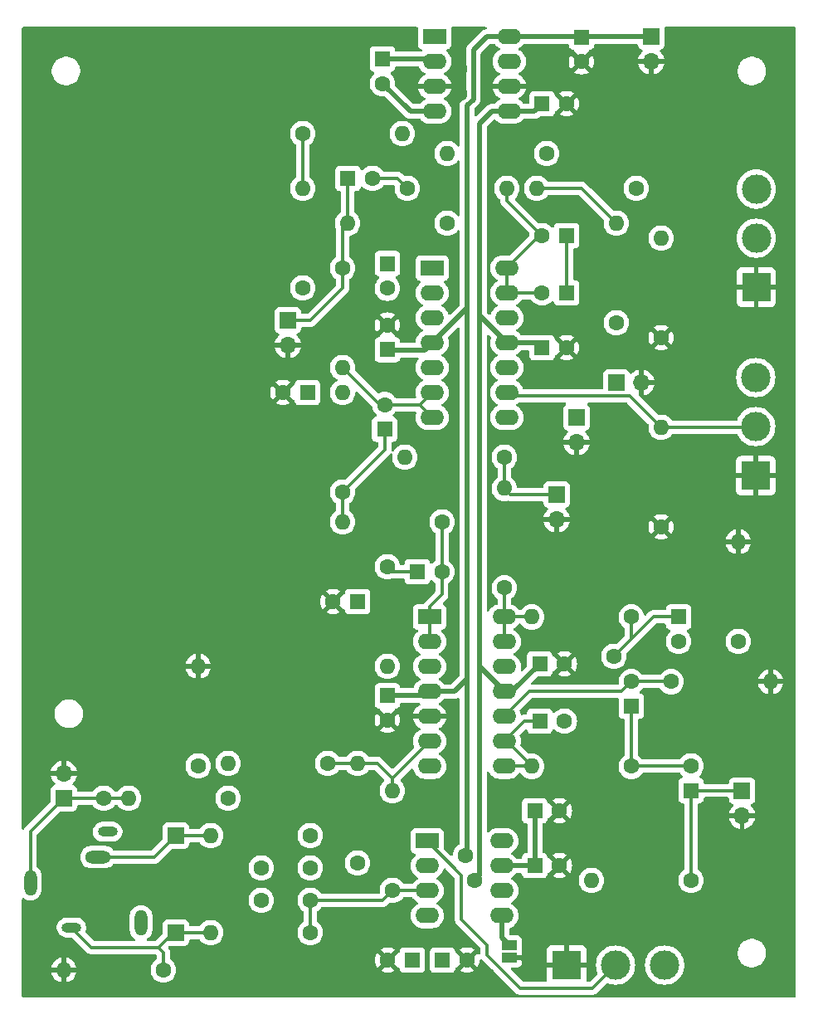
<source format=gbr>
%TF.GenerationSoftware,KiCad,Pcbnew,8.0.4*%
%TF.CreationDate,2025-08-20T08:41:13+03:00*%
%TF.ProjectId,EEG_PCB,4545475f-5043-4422-9e6b-696361645f70,rev?*%
%TF.SameCoordinates,Original*%
%TF.FileFunction,Copper,L1,Top*%
%TF.FilePolarity,Positive*%
%FSLAX46Y46*%
G04 Gerber Fmt 4.6, Leading zero omitted, Abs format (unit mm)*
G04 Created by KiCad (PCBNEW 8.0.4) date 2025-08-20 08:41:13*
%MOMM*%
%LPD*%
G01*
G04 APERTURE LIST*
%TA.AperFunction,ComponentPad*%
%ADD10C,1.600000*%
%TD*%
%TA.AperFunction,ComponentPad*%
%ADD11R,1.600000X1.600000*%
%TD*%
%TA.AperFunction,ComponentPad*%
%ADD12O,1.600000X1.600000*%
%TD*%
%TA.AperFunction,ComponentPad*%
%ADD13R,3.000000X3.000000*%
%TD*%
%TA.AperFunction,ComponentPad*%
%ADD14C,3.000000*%
%TD*%
%TA.AperFunction,ComponentPad*%
%ADD15R,1.700000X1.700000*%
%TD*%
%TA.AperFunction,ComponentPad*%
%ADD16O,1.700000X1.700000*%
%TD*%
%TA.AperFunction,ComponentPad*%
%ADD17R,2.400000X1.600000*%
%TD*%
%TA.AperFunction,ComponentPad*%
%ADD18O,2.400000X1.600000*%
%TD*%
%TA.AperFunction,SMDPad,CuDef*%
%ADD19R,1.500000X1.000000*%
%TD*%
%TA.AperFunction,ComponentPad*%
%ADD20O,1.308000X2.616000*%
%TD*%
%TA.AperFunction,ComponentPad*%
%ADD21O,2.016000X1.008000*%
%TD*%
%TA.AperFunction,ComponentPad*%
%ADD22O,2.616000X1.308000*%
%TD*%
%TA.AperFunction,ViaPad*%
%ADD23C,1.600000*%
%TD*%
%TA.AperFunction,Conductor*%
%ADD24C,0.500000*%
%TD*%
%TA.AperFunction,Conductor*%
%ADD25C,0.350000*%
%TD*%
G04 APERTURE END LIST*
D10*
%TO.P,C2,2*%
%TO.N,GND*%
X196088000Y-53340000D03*
D11*
%TO.P,C2,1*%
%TO.N,-9V*%
X193588000Y-53340000D03*
%TD*%
D10*
%TO.P,R6,1*%
%TO.N,/RC-*%
X169926000Y-128016000D03*
D12*
%TO.P,R6,2*%
%TO.N,/E-*%
X159766000Y-128016000D03*
%TD*%
D11*
%TO.P,C6,1*%
%TO.N,+9V*%
X177800000Y-78421113D03*
D10*
%TO.P,C6,2*%
%TO.N,GND*%
X177800000Y-75921113D03*
%TD*%
%TO.P,R21,1*%
%TO.N,/Notch_N4*%
X179832000Y-61976000D03*
D12*
%TO.P,R21,2*%
%TO.N,/Q_Opa_Out2*%
X189992000Y-61976000D03*
%TD*%
D11*
%TO.P,C5,1*%
%TO.N,+9V*%
X177800000Y-113729888D03*
D10*
%TO.P,C5,2*%
%TO.N,GND*%
X177800000Y-116229888D03*
%TD*%
D11*
%TO.P,C14,1*%
%TO.N,/Raw_EEG*%
X208788000Y-123404000D03*
D10*
%TO.P,C14,2*%
%TO.N,/1st_HPF_N1*%
X208788000Y-120904000D03*
%TD*%
%TO.P,R16,1*%
%TO.N,/2nd_LPF_N2*%
X173228000Y-92964000D03*
D12*
%TO.P,R16,2*%
%TO.N,/LPF2+*%
X173228000Y-82804000D03*
%TD*%
D13*
%TO.P,RV1,1,1*%
%TO.N,GND*%
X196088000Y-141224000D03*
D14*
%TO.P,RV1,2,2*%
%TO.N,Net-(RV1-Pad2)*%
X201088000Y-141224000D03*
%TO.P,RV1,3,3*%
%TO.N,Net-(RV1-Pad3)*%
X206088000Y-141224000D03*
%TD*%
D10*
%TO.P,R13,1*%
%TO.N,/HPF_Out*%
X189738000Y-89408000D03*
D12*
%TO.P,R13,2*%
%TO.N,/1st_LPF_N1*%
X179578000Y-89408000D03*
%TD*%
D10*
%TO.P,R8,1*%
%TO.N,/E-*%
X158496000Y-120904000D03*
D12*
%TO.P,R8,2*%
%TO.N,GND*%
X158496000Y-110744000D03*
%TD*%
D10*
%TO.P,R12,1*%
%TO.N,/HPF2+*%
X213614000Y-108204000D03*
D12*
%TO.P,R12,2*%
%TO.N,GND*%
X213614000Y-98044000D03*
%TD*%
D10*
%TO.P,R28,1*%
%TO.N,/Notch_Out*%
X201168000Y-75692000D03*
D12*
%TO.P,R28,2*%
%TO.N,/Q_Opa_Out1*%
X201168000Y-65532000D03*
%TD*%
D10*
%TO.P,R18,1*%
%TO.N,/Notch_N3*%
X194056000Y-58420000D03*
D12*
%TO.P,R18,2*%
%TO.N,/Notch_N1*%
X183896000Y-58420000D03*
%TD*%
D15*
%TO.P,J9,1,Pin_1*%
%TO.N,/E-*%
X156210000Y-128016000D03*
%TD*%
D11*
%TO.P,C16,1*%
%TO.N,/1stHPF_Out*%
X193358888Y-116332000D03*
D10*
%TO.P,C16,2*%
%TO.N,/2nd_HPF_N2*%
X195858888Y-116332000D03*
%TD*%
D15*
%TO.P,J1,1,Pin_1*%
%TO.N,+9V*%
X204724000Y-46477000D03*
D16*
%TO.P,J1,2,Pin_2*%
%TO.N,GND*%
X204724000Y-49017000D03*
%TD*%
D11*
%TO.P,C9,1*%
%TO.N,-9V*%
X193358888Y-110490000D03*
D10*
%TO.P,C9,2*%
%TO.N,GND*%
X195858888Y-110490000D03*
%TD*%
D11*
%TO.P,C1,1*%
%TO.N,+9V*%
X197612000Y-46546888D03*
D10*
%TO.P,C1,2*%
%TO.N,GND*%
X197612000Y-49046888D03*
%TD*%
D13*
%TO.P,RV3,1,1*%
%TO.N,GND*%
X215392000Y-91280000D03*
D14*
%TO.P,RV3,2,2*%
%TO.N,/Gain-*%
X215392000Y-86280000D03*
%TO.P,RV3,3,3*%
%TO.N,/Analog_Out*%
X215392000Y-81280000D03*
%TD*%
D11*
%TO.P,C18,1*%
%TO.N,/1st_LPF_N1*%
X180848000Y-101092000D03*
D10*
%TO.P,C18,2*%
%TO.N,/1stLPF_Out*%
X183348000Y-101092000D03*
%TD*%
%TO.P,R10,1*%
%TO.N,/2nd_HPF_N2*%
X202692000Y-105704000D03*
D12*
%TO.P,R10,2*%
%TO.N,/2ndHPF_Out*%
X192532000Y-105704000D03*
%TD*%
D15*
%TO.P,J6,1,Pin_1*%
%TO.N,/HPF_Out*%
X195072000Y-93213000D03*
D16*
%TO.P,J6,2,Pin_2*%
%TO.N,GND*%
X195072000Y-95753000D03*
%TD*%
D11*
%TO.P,C7,1*%
%TO.N,+9V*%
X192850888Y-125476000D03*
D10*
%TO.P,C7,2*%
%TO.N,GND*%
X195350888Y-125476000D03*
%TD*%
%TO.P,R11,1*%
%TO.N,/HPF1+*%
X206756000Y-112308000D03*
D12*
%TO.P,R11,2*%
%TO.N,GND*%
X216916000Y-112308000D03*
%TD*%
D15*
%TO.P,J4,1,Pin_1*%
%TO.N,/Notch_Out*%
X201163000Y-81788000D03*
D16*
%TO.P,J4,2,Pin_2*%
%TO.N,GND*%
X203703000Y-81788000D03*
%TD*%
D11*
%TO.P,C11,1*%
%TO.N,-9V*%
X180340000Y-140716000D03*
D10*
%TO.P,C11,2*%
%TO.N,GND*%
X177840000Y-140716000D03*
%TD*%
%TO.P,R2,1*%
%TO.N,/RC+*%
X178308000Y-133604000D03*
D12*
%TO.P,R2,2*%
%TO.N,/DRL_Av*%
X178308000Y-123444000D03*
%TD*%
D11*
%TO.P,C3,1*%
%TO.N,/C1+*%
X177292000Y-48768000D03*
D10*
%TO.P,C3,2*%
%TO.N,/C1-*%
X177292000Y-51268000D03*
%TD*%
D15*
%TO.P,J8,1,Pin_1*%
%TO.N,/E+*%
X156210000Y-137922000D03*
%TD*%
D11*
%TO.P,C22,1*%
%TO.N,/Notch_N3*%
X196088000Y-66802000D03*
D10*
%TO.P,C22,2*%
%TO.N,/Q_Opa_Out2*%
X193588000Y-66802000D03*
%TD*%
D11*
%TO.P,C15,1*%
%TO.N,/1st_HPF_N1*%
X202692000Y-114808000D03*
D10*
%TO.P,C15,2*%
%TO.N,/HPF1+*%
X202692000Y-112308000D03*
%TD*%
%TO.P,R9,1*%
%TO.N,/1st_HPF_N1*%
X202692000Y-120944000D03*
D12*
%TO.P,R9,2*%
%TO.N,/1stHPF_Out*%
X192532000Y-120944000D03*
%TD*%
D11*
%TO.P,C24,1*%
%TO.N,/LPF_Out*%
X173776000Y-60960000D03*
D10*
%TO.P,C24,2*%
%TO.N,/Notch_N4*%
X176276000Y-60960000D03*
%TD*%
D15*
%TO.P,J7,1,Pin_1*%
%TO.N,/Raw_EEG*%
X213995000Y-123444000D03*
D16*
%TO.P,J7,2,Pin_2*%
%TO.N,GND*%
X213995000Y-125984000D03*
%TD*%
D17*
%TO.P,U3,1,NC*%
%TO.N,unconnected-(U3-NC-Pad1)*%
X182611000Y-46492000D03*
D18*
%TO.P,U3,2,CAP+*%
%TO.N,/C1+*%
X182611000Y-49032000D03*
%TO.P,U3,3,GND*%
%TO.N,GND*%
X182611000Y-51572000D03*
%TO.P,U3,4,CAP-*%
%TO.N,/C1-*%
X182611000Y-54112000D03*
%TO.P,U3,5,VOUT*%
%TO.N,-9V*%
X190231000Y-54112000D03*
%TO.P,U3,6,LV*%
%TO.N,GND*%
X190231000Y-51572000D03*
%TO.P,U3,7,OSC*%
%TO.N,unconnected-(U3-OSC-Pad7)*%
X190231000Y-49032000D03*
%TO.P,U3,8,V+*%
%TO.N,+9V*%
X190231000Y-46492000D03*
%TD*%
D10*
%TO.P,R17,1*%
%TO.N,/Notch_N1*%
X183896000Y-65532000D03*
D12*
%TO.P,R17,2*%
%TO.N,/LPF_Out*%
X173736000Y-65532000D03*
%TD*%
D11*
%TO.P,C8,1*%
%TO.N,-9V*%
X183428000Y-140716000D03*
D10*
%TO.P,C8,2*%
%TO.N,GND*%
X185928000Y-140716000D03*
%TD*%
D11*
%TO.P,C4,1*%
%TO.N,+9V*%
X192850888Y-131064000D03*
D10*
%TO.P,C4,2*%
%TO.N,GND*%
X195350888Y-131064000D03*
%TD*%
%TO.P,R23,1*%
%TO.N,GND*%
X205740000Y-77216000D03*
D12*
%TO.P,R23,2*%
%TO.N,/notch_Pot-*%
X205740000Y-67056000D03*
%TD*%
D19*
%TO.P,JP1,1,A*%
%TO.N,GND*%
X190246000Y-140492000D03*
%TO.P,JP1,2,B*%
%TO.N,/Inst_GND*%
X190246000Y-139192000D03*
%TD*%
D11*
%TO.P,C20,1*%
%TO.N,/LPF1+*%
X174752000Y-104140000D03*
D10*
%TO.P,C20,2*%
%TO.N,GND*%
X172252000Y-104140000D03*
%TD*%
D11*
%TO.P,C21,1*%
%TO.N,/LPF2+*%
X169632000Y-82804000D03*
D10*
%TO.P,C21,2*%
%TO.N,GND*%
X167132000Y-82804000D03*
%TD*%
%TO.P,R26,1*%
%TO.N,/2ndHPF_Out*%
X189738000Y-102743000D03*
D12*
%TO.P,R26,2*%
%TO.N,/HPF_Out*%
X189738000Y-92583000D03*
%TD*%
D17*
%TO.P,U1,1,Rg*%
%TO.N,Net-(RV1-Pad2)*%
X181864000Y-128564000D03*
D18*
%TO.P,U1,2,-*%
%TO.N,/RC-*%
X181864000Y-131104000D03*
%TO.P,U1,3,+*%
%TO.N,/RC+*%
X181864000Y-133644000D03*
%TO.P,U1,4,Vs-*%
%TO.N,-9V*%
X181864000Y-136184000D03*
%TO.P,U1,5,Ref*%
%TO.N,/Inst_GND*%
X189484000Y-136184000D03*
%TO.P,U1,6*%
%TO.N,/Inst_Out*%
X189484000Y-133644000D03*
%TO.P,U1,7,Vs+*%
%TO.N,+9V*%
X189484000Y-131104000D03*
%TO.P,U1,8,Rg*%
%TO.N,Net-(RV1-Pad3)*%
X189484000Y-128564000D03*
%TD*%
D10*
%TO.P,R19,1*%
%TO.N,/Notch_N2*%
X169164000Y-56388000D03*
D12*
%TO.P,R19,2*%
%TO.N,/Notch_N3*%
X179324000Y-56388000D03*
%TD*%
D10*
%TO.P,C13,1*%
%TO.N,/RC-*%
X169926000Y-131318000D03*
%TO.P,C13,2*%
%TO.N,/REF*%
X164926000Y-131318000D03*
%TD*%
%TO.P,C12,1*%
%TO.N,/RC+*%
X169926000Y-134620000D03*
%TO.P,C12,2*%
%TO.N,/REF*%
X164926000Y-134620000D03*
%TD*%
%TO.P,R22,1*%
%TO.N,/notch_Pot+*%
X203200000Y-61976000D03*
D12*
%TO.P,R22,2*%
%TO.N,/Q_Opa_Out1*%
X193040000Y-61976000D03*
%TD*%
D10*
%TO.P,R15,1*%
%TO.N,/1stLPF_Out*%
X183388000Y-96012000D03*
D12*
%TO.P,R15,2*%
%TO.N,/2nd_LPF_N2*%
X173228000Y-96012000D03*
%TD*%
D11*
%TO.P,C25,1*%
%TO.N,/Notch_N4*%
X177800000Y-69660888D03*
D10*
%TO.P,C25,2*%
%TO.N,/Notch_N5*%
X177800000Y-72160888D03*
%TD*%
%TO.P,R1,1*%
%TO.N,/RC+*%
X169926000Y-137922000D03*
D12*
%TO.P,R1,2*%
%TO.N,/E+*%
X159766000Y-137922000D03*
%TD*%
D10*
%TO.P,R14,1*%
%TO.N,/1st_LPF_N1*%
X177800000Y-100584000D03*
D12*
%TO.P,R14,2*%
%TO.N,/LPF1+*%
X177800000Y-110744000D03*
%TD*%
D11*
%TO.P,C10,1*%
%TO.N,-9V*%
X193588000Y-78232000D03*
D10*
%TO.P,C10,2*%
%TO.N,GND*%
X196088000Y-78232000D03*
%TD*%
D11*
%TO.P,C19,1*%
%TO.N,/2nd_LPF_N2*%
X177521112Y-86549113D03*
D10*
%TO.P,C19,2*%
%TO.N,/2ndLPF_Out*%
X177521112Y-84049113D03*
%TD*%
%TO.P,R4,1*%
%TO.N,/DRL_Out*%
X161544000Y-124206000D03*
D12*
%TO.P,R4,2*%
%TO.N,/REF*%
X151384000Y-124206000D03*
%TD*%
D15*
%TO.P,J3,1,Pin_1*%
%TO.N,/Analog_Out*%
X197104000Y-85344000D03*
D16*
%TO.P,J3,2,Pin_2*%
%TO.N,GND*%
X197104000Y-87884000D03*
%TD*%
D10*
%TO.P,R27,1*%
%TO.N,/LPF_Out*%
X173228000Y-70104000D03*
D12*
%TO.P,R27,2*%
%TO.N,/2ndLPF_Out*%
X173228000Y-80264000D03*
%TD*%
D11*
%TO.P,C23,1*%
%TO.N,/Notch_N3*%
X196088000Y-72644000D03*
D10*
%TO.P,C23,2*%
%TO.N,/Q_Opa_Out2*%
X193588000Y-72644000D03*
%TD*%
%TO.P,R25,1*%
%TO.N,/Raw_EEG*%
X208788000Y-132588000D03*
D12*
%TO.P,R25,2*%
%TO.N,/Inst_Out*%
X198628000Y-132588000D03*
%TD*%
D10*
%TO.P,R20,1*%
%TO.N,/Notch_N5*%
X169164000Y-72136000D03*
D12*
%TO.P,R20,2*%
%TO.N,/Notch_N2*%
X169164000Y-61976000D03*
%TD*%
D10*
%TO.P,R3,1*%
%TO.N,/DRL_Av*%
X171704000Y-120650000D03*
D12*
%TO.P,R3,2*%
%TO.N,/DRL_Out*%
X161544000Y-120650000D03*
%TD*%
D10*
%TO.P,R7,1*%
%TO.N,/RC-*%
X174752000Y-130810000D03*
D12*
%TO.P,R7,2*%
%TO.N,/DRL_Av*%
X174752000Y-120650000D03*
%TD*%
D10*
%TO.P,R5,1*%
%TO.N,/E+*%
X154940000Y-141732000D03*
D12*
%TO.P,R5,2*%
%TO.N,GND*%
X144780000Y-141732000D03*
%TD*%
D17*
%TO.P,U4,1*%
%TO.N,/1stLPF_Out*%
X182103000Y-105699000D03*
D18*
%TO.P,U4,2,-*%
X182103000Y-108239000D03*
%TO.P,U4,3,+*%
%TO.N,/LPF1+*%
X182103000Y-110779000D03*
%TO.P,U4,4,V+*%
%TO.N,+9V*%
X182103000Y-113319000D03*
%TO.P,U4,5,+*%
%TO.N,GND*%
X182103000Y-115859000D03*
%TO.P,U4,6,-*%
%TO.N,/DRL_Av*%
X182103000Y-118399000D03*
%TO.P,U4,7*%
%TO.N,/DRL_Out*%
X182103000Y-120939000D03*
%TO.P,U4,8*%
%TO.N,/1stHPF_Out*%
X189723000Y-120939000D03*
%TO.P,U4,9,-*%
X189723000Y-118399000D03*
%TO.P,U4,10,+*%
%TO.N,/HPF1+*%
X189723000Y-115859000D03*
%TO.P,U4,11,V-*%
%TO.N,-9V*%
X189723000Y-113319000D03*
%TO.P,U4,12,+*%
%TO.N,/HPF2+*%
X189723000Y-110779000D03*
%TO.P,U4,13,-*%
%TO.N,/2ndHPF_Out*%
X189723000Y-108239000D03*
%TO.P,U4,14*%
X189723000Y-105699000D03*
%TD*%
D15*
%TO.P,J10,1,Pin_1*%
%TO.N,/REF*%
X144780000Y-124206000D03*
D16*
%TO.P,J10,2,Pin_2*%
%TO.N,GND*%
X144780000Y-121666000D03*
%TD*%
D11*
%TO.P,C17,1*%
%TO.N,/2nd_HPF_N2*%
X207518000Y-105704000D03*
D10*
%TO.P,C17,2*%
%TO.N,/HPF2+*%
X207518000Y-108204000D03*
%TD*%
D20*
%TO.P,J2,1,SLEEVE*%
%TO.N,/REF*%
X141354000Y-132806000D03*
D21*
%TO.P,J2,2,RING_1*%
%TO.N,unconnected-(J2-RING_1-Pad2)*%
X149254000Y-127606000D03*
D22*
%TO.P,J2,3,RING_2*%
%TO.N,/E-*%
X148254000Y-130206000D03*
D20*
%TO.P,J2,4,TIP_1*%
%TO.N,unconnected-(J2-TIP_1-Pad4)*%
X152654000Y-136906000D03*
D21*
%TO.P,J2,5,TIP_2*%
%TO.N,/E+*%
X145554000Y-137406000D03*
%TD*%
D13*
%TO.P,RV2,1,1*%
%TO.N,GND*%
X215438000Y-72056000D03*
D14*
%TO.P,RV2,2,2*%
%TO.N,/notch_Pot-*%
X215438000Y-67056000D03*
%TO.P,RV2,3,3*%
%TO.N,/notch_Pot+*%
X215438000Y-62056000D03*
%TD*%
D10*
%TO.P,R24,1*%
%TO.N,GND*%
X205740000Y-96520000D03*
D12*
%TO.P,R24,2*%
%TO.N,/Gain-*%
X205740000Y-86360000D03*
%TD*%
D17*
%TO.P,U2,1*%
%TO.N,/Q_Opa_Out1*%
X182372000Y-70104000D03*
D18*
%TO.P,U2,2,-*%
X182372000Y-72644000D03*
%TO.P,U2,3,+*%
%TO.N,/Notch_N5*%
X182372000Y-75184000D03*
%TO.P,U2,4,V+*%
%TO.N,+9V*%
X182372000Y-77724000D03*
%TO.P,U2,5,+*%
%TO.N,/LPF2+*%
X182372000Y-80264000D03*
%TO.P,U2,6,-*%
%TO.N,/2ndLPF_Out*%
X182372000Y-82804000D03*
%TO.P,U2,7*%
X182372000Y-85344000D03*
%TO.P,U2,8*%
%TO.N,/Analog_Out*%
X189992000Y-85344000D03*
%TO.P,U2,9,-*%
%TO.N,/Gain-*%
X189992000Y-82804000D03*
%TO.P,U2,10,+*%
%TO.N,/Notch_Out*%
X189992000Y-80264000D03*
%TO.P,U2,11,V-*%
%TO.N,-9V*%
X189992000Y-77724000D03*
%TO.P,U2,12,+*%
%TO.N,/notch_Pot+*%
X189992000Y-75184000D03*
%TO.P,U2,13,-*%
%TO.N,/Q_Opa_Out2*%
X189992000Y-72644000D03*
%TO.P,U2,14*%
X189992000Y-70104000D03*
%TD*%
D15*
%TO.P,J5,1,Pin_1*%
%TO.N,/LPF_Out*%
X167640000Y-75433000D03*
D16*
%TO.P,J5,2,Pin_2*%
%TO.N,GND*%
X167640000Y-77973000D03*
%TD*%
D23*
%TO.N,GND*%
X192532000Y-50038000D03*
X212090000Y-72390000D03*
X201930000Y-86868000D03*
X175514000Y-73914000D03*
X163830000Y-82550000D03*
X198882000Y-77470000D03*
X206756000Y-79756000D03*
X211836000Y-91186000D03*
X198374000Y-125730000D03*
X169672000Y-103886000D03*
X158496000Y-107950000D03*
X177800000Y-118618000D03*
X200660000Y-96266000D03*
X209550000Y-98044000D03*
X216916000Y-109220000D03*
X198374000Y-110236000D03*
%TO.N,/2nd_HPF_N2*%
X200914000Y-109728000D03*
%TO.N,GND*%
X144780000Y-119126000D03*
X193040000Y-141986000D03*
X197866000Y-130556000D03*
X196088000Y-138430000D03*
X193294000Y-138430000D03*
X175260000Y-140970000D03*
X187960000Y-142240000D03*
X142240000Y-142748000D03*
X142240000Y-140970000D03*
%TO.N,/REF*%
X148844000Y-124206000D03*
%TO.N,-9V*%
X186690000Y-132588000D03*
%TO.N,+9V*%
X185786000Y-130048000D03*
%TO.N,GND*%
X185166000Y-49784000D03*
X206502000Y-52070000D03*
X204470000Y-52070000D03*
X198374000Y-51054000D03*
X198374000Y-53340000D03*
X185166000Y-52324000D03*
%TD*%
D24*
%TO.N,+9V*%
X190231000Y-46492000D02*
X187950000Y-46492000D01*
X186566000Y-52903899D02*
X185928000Y-53541899D01*
X187950000Y-46492000D02*
X186566000Y-47876000D01*
X186566000Y-47876000D02*
X186566000Y-52903899D01*
X185928000Y-53541899D02*
X185928000Y-74168000D01*
D25*
%TO.N,/Gain-*%
X205740000Y-86360000D02*
X215312000Y-86360000D01*
X189992000Y-82804000D02*
X190351000Y-83163000D01*
X190351000Y-83163000D02*
X202543000Y-83163000D01*
X202543000Y-83163000D02*
X205740000Y-86360000D01*
%TO.N,/Notch_N3*%
X196088000Y-72644000D02*
X196088000Y-66802000D01*
%TO.N,/Q_Opa_Out2*%
X193588000Y-66802000D02*
X193548000Y-66802000D01*
X193548000Y-66802000D02*
X189992000Y-63246000D01*
X189992000Y-63246000D02*
X189992000Y-61976000D01*
X189992000Y-70104000D02*
X193294000Y-66802000D01*
X193294000Y-66802000D02*
X193588000Y-66802000D01*
X189992000Y-72644000D02*
X189992000Y-70104000D01*
X193588000Y-72644000D02*
X189992000Y-72644000D01*
%TO.N,/Q_Opa_Out1*%
X193040000Y-61976000D02*
X197612000Y-61976000D01*
X197612000Y-61976000D02*
X201168000Y-65532000D01*
D24*
%TO.N,+9V*%
X177800000Y-78421113D02*
X177864887Y-78486000D01*
X181610000Y-78486000D02*
X182372000Y-77724000D01*
X177864887Y-78486000D02*
X181610000Y-78486000D01*
D25*
%TO.N,/Notch_N2*%
X169164000Y-61976000D02*
X169164000Y-56388000D01*
%TO.N,/Notch_N4*%
X176276000Y-60960000D02*
X178816000Y-60960000D01*
X178816000Y-60960000D02*
X179832000Y-61976000D01*
%TO.N,/LPF_Out*%
X173736000Y-65532000D02*
X173736000Y-61000000D01*
X173736000Y-61000000D02*
X173776000Y-60960000D01*
X173228000Y-70104000D02*
X173228000Y-66040000D01*
X173228000Y-66040000D02*
X173736000Y-65532000D01*
X169931000Y-75433000D02*
X173228000Y-72136000D01*
X173228000Y-72136000D02*
X173228000Y-70104000D01*
X167640000Y-75433000D02*
X169931000Y-75433000D01*
%TO.N,/2ndLPF_Out*%
X173228000Y-80264000D02*
X177013113Y-84049113D01*
X177013113Y-84049113D02*
X177521112Y-84049113D01*
X182372000Y-82804000D02*
X181126887Y-84049113D01*
X181126887Y-84049113D02*
X181077113Y-84049113D01*
X182372000Y-85344000D02*
X181077113Y-84049113D01*
X181077113Y-84049113D02*
X177521112Y-84049113D01*
%TO.N,/HPF_Out*%
X189738000Y-92583000D02*
X189738000Y-89408000D01*
X195072000Y-93213000D02*
X190368000Y-93213000D01*
X190368000Y-93213000D02*
X189738000Y-92583000D01*
%TO.N,/2ndHPF_Out*%
X189723000Y-105699000D02*
X189723000Y-102758000D01*
X189723000Y-102758000D02*
X189738000Y-102743000D01*
X189723000Y-105699000D02*
X192527000Y-105699000D01*
X192527000Y-105699000D02*
X192532000Y-105704000D01*
X189723000Y-108239000D02*
X189723000Y-105699000D01*
%TO.N,/2nd_LPF_N2*%
X173228000Y-92964000D02*
X177521112Y-88670888D01*
X177521112Y-88670888D02*
X177521112Y-86549113D01*
X173228000Y-96012000D02*
X173228000Y-92964000D01*
%TO.N,/1st_LPF_N1*%
X180848000Y-101092000D02*
X178308000Y-101092000D01*
X178308000Y-101092000D02*
X177800000Y-100584000D01*
%TO.N,/1stLPF_Out*%
X183348000Y-101092000D02*
X183348000Y-100878000D01*
X183348000Y-100878000D02*
X183388000Y-100838000D01*
X183388000Y-100838000D02*
X183388000Y-96012000D01*
X182103000Y-104663000D02*
X183348000Y-103418000D01*
X183348000Y-103418000D02*
X183348000Y-101092000D01*
X182103000Y-105699000D02*
X182103000Y-104663000D01*
X182103000Y-108239000D02*
X182103000Y-105699000D01*
%TO.N,/DRL_Av*%
X174752000Y-120650000D02*
X171704000Y-120650000D01*
X174752000Y-120650000D02*
X176764000Y-120650000D01*
X176764000Y-120650000D02*
X178308000Y-122194000D01*
X178308000Y-123444000D02*
X178308000Y-122194000D01*
X178308000Y-122194000D02*
X182103000Y-118399000D01*
%TO.N,/2nd_HPF_N2*%
X202692000Y-107950000D02*
X204938000Y-105704000D01*
X204938000Y-105704000D02*
X207518000Y-105704000D01*
X200914000Y-109728000D02*
X202692000Y-107950000D01*
X202692000Y-107950000D02*
X202692000Y-105704000D01*
%TO.N,/HPF1+*%
X202692000Y-112308000D02*
X206756000Y-112308000D01*
X189723000Y-115859000D02*
X192298000Y-113284000D01*
X192298000Y-113284000D02*
X201716000Y-113284000D01*
X201716000Y-113284000D02*
X202692000Y-112308000D01*
%TO.N,/1stHPF_Out*%
X193358888Y-116332000D02*
X191790000Y-116332000D01*
X191790000Y-116332000D02*
X189723000Y-118399000D01*
X189723000Y-118399000D02*
X189987000Y-118399000D01*
X189987000Y-118399000D02*
X192532000Y-120944000D01*
X192532000Y-120944000D02*
X189728000Y-120944000D01*
X189728000Y-120944000D02*
X189723000Y-120939000D01*
%TO.N,/1st_HPF_N1*%
X202692000Y-120944000D02*
X202692000Y-114808000D01*
X208788000Y-120904000D02*
X202732000Y-120904000D01*
X202732000Y-120904000D02*
X202692000Y-120944000D01*
%TO.N,/Raw_EEG*%
X208788000Y-123404000D02*
X213955000Y-123404000D01*
X213955000Y-123404000D02*
X213995000Y-123444000D01*
X208788000Y-132588000D02*
X208788000Y-123404000D01*
D24*
%TO.N,GND*%
X190246000Y-140492000D02*
X191546000Y-140492000D01*
X191546000Y-140492000D02*
X193040000Y-141986000D01*
D25*
%TO.N,Net-(RV1-Pad2)*%
X181864000Y-128564000D02*
X185365000Y-132065000D01*
X198747000Y-143565000D02*
X201088000Y-141224000D01*
X185365000Y-136597000D02*
X187960000Y-139192000D01*
X187960000Y-139192000D02*
X187960000Y-140208000D01*
X185365000Y-132065000D02*
X185365000Y-136597000D01*
X187960000Y-140208000D02*
X191317000Y-143565000D01*
X191317000Y-143565000D02*
X198747000Y-143565000D01*
D24*
%TO.N,+9V*%
X185786000Y-130048000D02*
X185928000Y-129906000D01*
X185928000Y-129906000D02*
X185928000Y-112014000D01*
%TO.N,/Inst_GND*%
X189484000Y-136184000D02*
X189484000Y-138430000D01*
X189484000Y-138430000D02*
X190246000Y-139192000D01*
D25*
%TO.N,/RC+*%
X178308000Y-133604000D02*
X181824000Y-133604000D01*
X181824000Y-133604000D02*
X181864000Y-133644000D01*
X177292000Y-134620000D02*
X178308000Y-133604000D01*
X169926000Y-134620000D02*
X177292000Y-134620000D01*
X169926000Y-137922000D02*
X169926000Y-134620000D01*
%TO.N,/E+*%
X156210000Y-137922000D02*
X159766000Y-137922000D01*
X154412000Y-139426000D02*
X154940000Y-139954000D01*
X154940000Y-139954000D02*
X154940000Y-141732000D01*
X154412000Y-139426000D02*
X155916000Y-137922000D01*
X155916000Y-137922000D02*
X156210000Y-137922000D01*
X147574000Y-139426000D02*
X154412000Y-139426000D01*
X145554000Y-137406000D02*
X147574000Y-139426000D01*
D24*
%TO.N,-9V*%
X187186000Y-132092000D02*
X186690000Y-132588000D01*
X187186000Y-129806000D02*
X187186000Y-132092000D01*
X187186000Y-130810000D02*
X187186000Y-129806000D01*
%TO.N,+9V*%
X185928000Y-74168000D02*
X185928000Y-112014000D01*
X182372000Y-77724000D02*
X185928000Y-74168000D01*
X182103000Y-113319000D02*
X184623000Y-113319000D01*
X184623000Y-113319000D02*
X185928000Y-112014000D01*
X177800000Y-113729888D02*
X181692112Y-113729888D01*
X181692112Y-113729888D02*
X182103000Y-113319000D01*
D25*
%TO.N,/E-*%
X156210000Y-128016000D02*
X159766000Y-128016000D01*
X148254000Y-130206000D02*
X154020000Y-130206000D01*
X154020000Y-130206000D02*
X156210000Y-128016000D01*
%TO.N,/REF*%
X144780000Y-124206000D02*
X151384000Y-124206000D01*
X141354000Y-127632000D02*
X144780000Y-124206000D01*
X141354000Y-132806000D02*
X141354000Y-127632000D01*
D24*
%TO.N,+9V*%
X192810888Y-131104000D02*
X192850888Y-131064000D01*
X190231000Y-46492000D02*
X190998000Y-46492000D01*
X191013000Y-46477000D02*
X204724000Y-46477000D01*
X189484000Y-131104000D02*
X192810888Y-131104000D01*
X190998000Y-46492000D02*
X191013000Y-46477000D01*
X192850888Y-131064000D02*
X192850888Y-125476000D01*
%TO.N,-9V*%
X189723000Y-113319000D02*
X190529888Y-113319000D01*
X190529888Y-113319000D02*
X193358888Y-110490000D01*
X189723000Y-113281000D02*
X187186000Y-110744000D01*
X189992000Y-77724000D02*
X187198000Y-74930000D01*
X187198000Y-74930000D02*
X187186000Y-74930000D01*
X187186000Y-74930000D02*
X187186000Y-110744000D01*
X187452000Y-55118000D02*
X187186000Y-55384000D01*
X193080000Y-77724000D02*
X193588000Y-78232000D01*
X187452000Y-55118000D02*
X187462000Y-55118000D01*
X190231000Y-54112000D02*
X192816000Y-54112000D01*
X187186000Y-55384000D02*
X187186000Y-74930000D01*
X189723000Y-113319000D02*
X189723000Y-113281000D01*
X187186000Y-110744000D02*
X187186000Y-130810000D01*
X192816000Y-54112000D02*
X193588000Y-53340000D01*
X187462000Y-55118000D02*
X188468000Y-54112000D01*
X189992000Y-77724000D02*
X193080000Y-77724000D01*
X190231000Y-54112000D02*
X188468000Y-54112000D01*
%TO.N,/C1+*%
X182347000Y-48768000D02*
X182611000Y-49032000D01*
X177292000Y-48768000D02*
X182347000Y-48768000D01*
%TO.N,/C1-*%
X180136000Y-54112000D02*
X177292000Y-51268000D01*
X182611000Y-54112000D02*
X180136000Y-54112000D01*
%TD*%
%TA.AperFunction,Conductor*%
%TO.N,GND*%
G36*
X180854935Y-45520185D02*
G01*
X180900690Y-45572989D01*
X180911185Y-45637756D01*
X180910500Y-45644118D01*
X180910500Y-47339870D01*
X180910501Y-47339876D01*
X180916908Y-47399483D01*
X180967202Y-47534328D01*
X180967206Y-47534335D01*
X181053452Y-47649544D01*
X181053455Y-47649547D01*
X181168664Y-47735793D01*
X181168671Y-47735797D01*
X181279995Y-47777318D01*
X181335929Y-47819189D01*
X181360346Y-47884653D01*
X181345495Y-47952926D01*
X181296090Y-48002332D01*
X181236662Y-48017500D01*
X178714351Y-48017500D01*
X178647312Y-47997815D01*
X178601557Y-47945011D01*
X178591061Y-47906752D01*
X178586091Y-47860516D01*
X178535797Y-47725671D01*
X178535793Y-47725664D01*
X178449547Y-47610455D01*
X178449544Y-47610452D01*
X178334335Y-47524206D01*
X178334328Y-47524202D01*
X178199482Y-47473908D01*
X178199483Y-47473908D01*
X178139883Y-47467501D01*
X178139881Y-47467500D01*
X178139873Y-47467500D01*
X178139864Y-47467500D01*
X176444129Y-47467500D01*
X176444123Y-47467501D01*
X176384516Y-47473908D01*
X176249671Y-47524202D01*
X176249664Y-47524206D01*
X176134455Y-47610452D01*
X176134452Y-47610455D01*
X176048206Y-47725664D01*
X176048202Y-47725671D01*
X175997908Y-47860517D01*
X175991501Y-47920116D01*
X175991500Y-47920135D01*
X175991500Y-49615870D01*
X175991501Y-49615876D01*
X175997908Y-49675483D01*
X176048202Y-49810328D01*
X176048206Y-49810335D01*
X176134452Y-49925544D01*
X176134455Y-49925547D01*
X176249664Y-50011793D01*
X176249671Y-50011797D01*
X176282298Y-50023966D01*
X176384517Y-50062091D01*
X176384527Y-50062092D01*
X176389913Y-50063365D01*
X176450631Y-50097935D01*
X176483021Y-50159843D01*
X176476799Y-50229435D01*
X176449088Y-50271725D01*
X176291951Y-50428862D01*
X176161432Y-50615265D01*
X176161431Y-50615267D01*
X176065261Y-50821502D01*
X176065258Y-50821511D01*
X176006366Y-51041302D01*
X176006364Y-51041313D01*
X175986532Y-51267998D01*
X175986532Y-51268001D01*
X176006364Y-51494686D01*
X176006366Y-51494697D01*
X176065258Y-51714488D01*
X176065261Y-51714497D01*
X176161431Y-51920732D01*
X176161432Y-51920734D01*
X176291954Y-52107141D01*
X176452858Y-52268045D01*
X176452861Y-52268047D01*
X176639266Y-52398568D01*
X176845504Y-52494739D01*
X176845509Y-52494740D01*
X176845511Y-52494741D01*
X176848079Y-52495429D01*
X177065308Y-52553635D01*
X177227230Y-52567801D01*
X177291998Y-52573468D01*
X177292000Y-52573468D01*
X177292001Y-52573468D01*
X177312062Y-52571712D01*
X177458861Y-52558869D01*
X177527359Y-52572635D01*
X177557348Y-52594716D01*
X178575409Y-53612776D01*
X179553048Y-54590415D01*
X179553049Y-54590416D01*
X179605966Y-54643333D01*
X179657585Y-54694952D01*
X179780498Y-54777080D01*
X179780511Y-54777087D01*
X179908574Y-54830132D01*
X179917087Y-54833658D01*
X179917091Y-54833658D01*
X179917092Y-54833659D01*
X180062079Y-54862500D01*
X180062082Y-54862500D01*
X181085582Y-54862500D01*
X181152621Y-54882185D01*
X181185900Y-54913615D01*
X181219028Y-54959212D01*
X181219032Y-54959217D01*
X181363786Y-55103971D01*
X181442641Y-55161261D01*
X181529390Y-55224287D01*
X181594439Y-55257431D01*
X181711776Y-55317218D01*
X181711778Y-55317218D01*
X181711781Y-55317220D01*
X181816137Y-55351127D01*
X181906465Y-55380477D01*
X181953673Y-55387954D01*
X182108648Y-55412500D01*
X182108649Y-55412500D01*
X183113351Y-55412500D01*
X183113352Y-55412500D01*
X183315534Y-55380477D01*
X183510219Y-55317220D01*
X183692610Y-55224287D01*
X183785590Y-55156732D01*
X183858213Y-55103971D01*
X183858215Y-55103968D01*
X183858219Y-55103966D01*
X184002966Y-54959219D01*
X184002968Y-54959215D01*
X184002971Y-54959213D01*
X184073236Y-54862500D01*
X184123287Y-54793610D01*
X184216220Y-54611219D01*
X184279477Y-54416534D01*
X184311500Y-54214352D01*
X184311500Y-54009648D01*
X184279477Y-53807465D01*
X184216218Y-53612776D01*
X184173556Y-53529048D01*
X184123287Y-53430390D01*
X184073236Y-53361500D01*
X184002971Y-53264786D01*
X183858213Y-53120028D01*
X183692611Y-52999713D01*
X183599369Y-52952203D01*
X183548574Y-52904229D01*
X183531779Y-52836407D01*
X183554317Y-52770273D01*
X183599371Y-52731234D01*
X183692347Y-52683861D01*
X183857894Y-52563582D01*
X183857895Y-52563582D01*
X184002582Y-52418895D01*
X184002582Y-52418894D01*
X184122859Y-52253349D01*
X184215755Y-52071029D01*
X184278990Y-51876413D01*
X184287609Y-51822000D01*
X182926686Y-51822000D01*
X182931080Y-51817606D01*
X182983741Y-51726394D01*
X183011000Y-51624661D01*
X183011000Y-51519339D01*
X182983741Y-51417606D01*
X182931080Y-51326394D01*
X182926686Y-51322000D01*
X184287609Y-51322000D01*
X184278990Y-51267586D01*
X184215755Y-51072970D01*
X184122859Y-50890650D01*
X184002582Y-50725105D01*
X184002582Y-50725104D01*
X183857895Y-50580417D01*
X183692349Y-50460140D01*
X183599370Y-50412765D01*
X183548574Y-50364790D01*
X183531779Y-50296969D01*
X183554316Y-50230835D01*
X183599370Y-50191795D01*
X183692610Y-50144287D01*
X183796923Y-50068500D01*
X183858213Y-50023971D01*
X183858215Y-50023968D01*
X183858219Y-50023966D01*
X184002966Y-49879219D01*
X184002968Y-49879215D01*
X184002971Y-49879213D01*
X184080603Y-49772360D01*
X184123287Y-49713610D01*
X184216220Y-49531219D01*
X184279477Y-49336534D01*
X184311500Y-49134352D01*
X184311500Y-48929648D01*
X184294177Y-48820277D01*
X184279477Y-48727465D01*
X184216218Y-48532776D01*
X184182503Y-48466607D01*
X184123287Y-48350390D01*
X184102235Y-48321414D01*
X184002971Y-48184786D01*
X183858219Y-48040034D01*
X183821930Y-48013669D01*
X183779264Y-47958339D01*
X183773285Y-47888726D01*
X183805890Y-47826931D01*
X183866728Y-47792573D01*
X183881562Y-47790060D01*
X183918483Y-47786091D01*
X184053328Y-47735797D01*
X184053327Y-47735797D01*
X184053331Y-47735796D01*
X184168546Y-47649546D01*
X184254796Y-47534331D01*
X184305091Y-47399483D01*
X184311500Y-47339873D01*
X184311499Y-45644128D01*
X184311286Y-45642147D01*
X184310814Y-45637751D01*
X184323222Y-45568992D01*
X184370834Y-45517856D01*
X184434104Y-45500500D01*
X187828673Y-45500500D01*
X187895712Y-45520185D01*
X187941467Y-45572989D01*
X187951411Y-45642147D01*
X187922386Y-45705703D01*
X187863608Y-45743477D01*
X187852860Y-45746118D01*
X187847241Y-45747236D01*
X187847236Y-45747237D01*
X187847235Y-45747236D01*
X187731093Y-45770339D01*
X187731083Y-45770342D01*
X187651081Y-45803479D01*
X187651082Y-45803480D01*
X187594504Y-45826916D01*
X187594503Y-45826916D01*
X187576094Y-45839216D01*
X187576095Y-45839217D01*
X187471582Y-45909049D01*
X185983045Y-47397586D01*
X185959260Y-47433184D01*
X185949771Y-47447388D01*
X185936333Y-47467500D01*
X185900914Y-47520507D01*
X185844343Y-47657082D01*
X185844340Y-47657092D01*
X185815500Y-47802079D01*
X185815500Y-52541669D01*
X185795815Y-52608708D01*
X185779181Y-52629350D01*
X185345048Y-53063482D01*
X185326093Y-53091851D01*
X185307263Y-53120034D01*
X185262919Y-53186398D01*
X185262912Y-53186410D01*
X185206343Y-53322981D01*
X185206340Y-53322991D01*
X185177500Y-53467978D01*
X185177500Y-57589540D01*
X185157815Y-57656579D01*
X185105011Y-57702334D01*
X185035853Y-57712278D01*
X184972297Y-57683253D01*
X184951925Y-57660663D01*
X184896045Y-57580858D01*
X184735141Y-57419954D01*
X184548734Y-57289432D01*
X184548732Y-57289431D01*
X184342497Y-57193261D01*
X184342488Y-57193258D01*
X184122697Y-57134366D01*
X184122693Y-57134365D01*
X184122692Y-57134365D01*
X184122691Y-57134364D01*
X184122686Y-57134364D01*
X183896002Y-57114532D01*
X183895998Y-57114532D01*
X183669313Y-57134364D01*
X183669302Y-57134366D01*
X183449511Y-57193258D01*
X183449502Y-57193261D01*
X183243267Y-57289431D01*
X183243265Y-57289432D01*
X183056858Y-57419954D01*
X182895954Y-57580858D01*
X182765432Y-57767265D01*
X182765431Y-57767267D01*
X182669261Y-57973502D01*
X182669258Y-57973511D01*
X182610366Y-58193302D01*
X182610364Y-58193313D01*
X182590532Y-58419998D01*
X182590532Y-58420001D01*
X182610364Y-58646686D01*
X182610366Y-58646697D01*
X182669258Y-58866488D01*
X182669261Y-58866497D01*
X182765431Y-59072732D01*
X182765432Y-59072734D01*
X182895954Y-59259141D01*
X183056858Y-59420045D01*
X183056861Y-59420047D01*
X183243266Y-59550568D01*
X183449504Y-59646739D01*
X183669308Y-59705635D01*
X183831230Y-59719801D01*
X183895998Y-59725468D01*
X183896000Y-59725468D01*
X183896002Y-59725468D01*
X183952673Y-59720509D01*
X184122692Y-59705635D01*
X184342496Y-59646739D01*
X184548734Y-59550568D01*
X184735139Y-59420047D01*
X184896047Y-59259139D01*
X184951925Y-59179335D01*
X185006501Y-59135711D01*
X185075999Y-59128517D01*
X185138354Y-59160039D01*
X185173769Y-59220269D01*
X185177500Y-59250459D01*
X185177500Y-64701540D01*
X185157815Y-64768579D01*
X185105011Y-64814334D01*
X185035853Y-64824278D01*
X184972297Y-64795253D01*
X184951925Y-64772663D01*
X184896045Y-64692858D01*
X184735141Y-64531954D01*
X184548734Y-64401432D01*
X184548732Y-64401431D01*
X184342497Y-64305261D01*
X184342488Y-64305258D01*
X184122697Y-64246366D01*
X184122693Y-64246365D01*
X184122692Y-64246365D01*
X184122691Y-64246364D01*
X184122686Y-64246364D01*
X183896002Y-64226532D01*
X183895998Y-64226532D01*
X183669313Y-64246364D01*
X183669302Y-64246366D01*
X183449511Y-64305258D01*
X183449502Y-64305261D01*
X183243267Y-64401431D01*
X183243265Y-64401432D01*
X183056858Y-64531954D01*
X182895954Y-64692858D01*
X182765432Y-64879265D01*
X182765431Y-64879267D01*
X182669261Y-65085502D01*
X182669258Y-65085511D01*
X182610366Y-65305302D01*
X182610364Y-65305313D01*
X182590532Y-65531998D01*
X182590532Y-65532001D01*
X182610364Y-65758686D01*
X182610366Y-65758697D01*
X182669258Y-65978488D01*
X182669261Y-65978497D01*
X182765431Y-66184732D01*
X182765432Y-66184734D01*
X182895954Y-66371141D01*
X183056858Y-66532045D01*
X183056861Y-66532047D01*
X183243266Y-66662568D01*
X183449504Y-66758739D01*
X183669308Y-66817635D01*
X183831230Y-66831801D01*
X183895998Y-66837468D01*
X183896000Y-66837468D01*
X183896002Y-66837468D01*
X183952673Y-66832509D01*
X184122692Y-66817635D01*
X184342496Y-66758739D01*
X184548734Y-66662568D01*
X184735139Y-66532047D01*
X184896047Y-66371139D01*
X184951925Y-66291335D01*
X185006501Y-66247711D01*
X185075999Y-66240517D01*
X185138354Y-66272039D01*
X185173769Y-66332269D01*
X185177500Y-66362459D01*
X185177500Y-73805770D01*
X185157815Y-73872809D01*
X185141181Y-73893451D01*
X184211685Y-74822946D01*
X184150362Y-74856431D01*
X184080670Y-74851447D01*
X184024737Y-74809575D01*
X184006074Y-74773584D01*
X183977220Y-74684781D01*
X183884287Y-74502390D01*
X183864762Y-74475516D01*
X183763971Y-74336786D01*
X183619213Y-74192028D01*
X183453614Y-74071715D01*
X183447006Y-74068348D01*
X183360917Y-74024483D01*
X183310123Y-73976511D01*
X183293328Y-73908690D01*
X183315865Y-73842555D01*
X183360917Y-73803516D01*
X183453610Y-73756287D01*
X183474770Y-73740913D01*
X183619213Y-73635971D01*
X183619215Y-73635968D01*
X183619219Y-73635966D01*
X183763966Y-73491219D01*
X183763968Y-73491215D01*
X183763971Y-73491213D01*
X183851588Y-73370616D01*
X183884287Y-73325610D01*
X183977220Y-73143219D01*
X184040477Y-72948534D01*
X184072500Y-72746352D01*
X184072500Y-72541648D01*
X184053931Y-72424408D01*
X184040477Y-72339465D01*
X183995984Y-72202531D01*
X183977220Y-72144781D01*
X183977218Y-72144778D01*
X183977218Y-72144776D01*
X183943503Y-72078607D01*
X183884287Y-71962390D01*
X183863799Y-71934190D01*
X183763971Y-71796786D01*
X183619219Y-71652034D01*
X183582930Y-71625669D01*
X183540264Y-71570339D01*
X183534285Y-71500726D01*
X183566890Y-71438931D01*
X183627728Y-71404573D01*
X183642562Y-71402060D01*
X183679483Y-71398091D01*
X183785994Y-71358365D01*
X183814331Y-71347796D01*
X183929546Y-71261546D01*
X184015796Y-71146331D01*
X184066091Y-71011483D01*
X184072500Y-70951873D01*
X184072499Y-69256128D01*
X184066091Y-69196517D01*
X184015796Y-69061669D01*
X184015795Y-69061668D01*
X184015793Y-69061664D01*
X183929547Y-68946455D01*
X183929544Y-68946452D01*
X183814335Y-68860206D01*
X183814328Y-68860202D01*
X183679482Y-68809908D01*
X183679483Y-68809908D01*
X183619883Y-68803501D01*
X183619881Y-68803500D01*
X183619873Y-68803500D01*
X183619864Y-68803500D01*
X181124129Y-68803500D01*
X181124123Y-68803501D01*
X181064516Y-68809908D01*
X180929671Y-68860202D01*
X180929664Y-68860206D01*
X180814455Y-68946452D01*
X180814452Y-68946455D01*
X180728206Y-69061664D01*
X180728202Y-69061671D01*
X180677908Y-69196517D01*
X180671501Y-69256116D01*
X180671501Y-69256123D01*
X180671500Y-69256135D01*
X180671500Y-70951870D01*
X180671501Y-70951876D01*
X180677908Y-71011483D01*
X180728202Y-71146328D01*
X180728206Y-71146335D01*
X180814452Y-71261544D01*
X180814455Y-71261547D01*
X180929664Y-71347793D01*
X180929671Y-71347797D01*
X180974618Y-71364561D01*
X181064517Y-71398091D01*
X181101441Y-71402060D01*
X181165989Y-71428796D01*
X181205838Y-71486188D01*
X181208333Y-71556013D01*
X181172681Y-71616102D01*
X181161071Y-71625666D01*
X181124784Y-71652030D01*
X180980028Y-71796786D01*
X180859715Y-71962386D01*
X180766781Y-72144776D01*
X180703522Y-72339465D01*
X180671500Y-72541648D01*
X180671500Y-72746351D01*
X180703522Y-72948534D01*
X180766781Y-73143223D01*
X180859715Y-73325613D01*
X180980028Y-73491213D01*
X181124786Y-73635971D01*
X181279749Y-73748556D01*
X181290390Y-73756287D01*
X181372425Y-73798086D01*
X181383080Y-73803515D01*
X181433876Y-73851490D01*
X181450671Y-73919311D01*
X181428134Y-73985446D01*
X181383080Y-74024485D01*
X181290386Y-74071715D01*
X181124786Y-74192028D01*
X180980028Y-74336786D01*
X180859715Y-74502386D01*
X180766781Y-74684776D01*
X180703522Y-74879465D01*
X180671500Y-75081648D01*
X180671500Y-75286351D01*
X180703522Y-75488534D01*
X180766781Y-75683223D01*
X180859715Y-75865613D01*
X180980028Y-76031213D01*
X181124786Y-76175971D01*
X181254736Y-76270383D01*
X181290390Y-76296287D01*
X181381840Y-76342883D01*
X181383080Y-76343515D01*
X181433876Y-76391490D01*
X181450671Y-76459311D01*
X181428134Y-76525446D01*
X181383080Y-76564485D01*
X181290386Y-76611715D01*
X181124786Y-76732028D01*
X180980028Y-76876786D01*
X180859715Y-77042386D01*
X180766781Y-77224776D01*
X180703522Y-77419465D01*
X180670738Y-77626460D01*
X180669611Y-77626281D01*
X180646637Y-77686533D01*
X180590399Y-77727995D01*
X180547915Y-77735500D01*
X179224499Y-77735500D01*
X179157460Y-77715815D01*
X179111705Y-77663011D01*
X179100499Y-77611500D01*
X179100499Y-77573242D01*
X179100498Y-77573236D01*
X179100497Y-77573229D01*
X179094091Y-77513630D01*
X179092555Y-77509513D01*
X179043797Y-77378784D01*
X179043793Y-77378777D01*
X178957547Y-77263568D01*
X178957544Y-77263565D01*
X178842335Y-77177319D01*
X178842328Y-77177315D01*
X178707482Y-77127021D01*
X178707483Y-77127021D01*
X178647883Y-77120614D01*
X178647881Y-77120613D01*
X178647873Y-77120613D01*
X178647864Y-77120613D01*
X178644548Y-77120435D01*
X178644627Y-77118960D01*
X178583215Y-77100928D01*
X178537460Y-77048124D01*
X178529969Y-77004635D01*
X177846447Y-76321113D01*
X177852661Y-76321113D01*
X177954394Y-76293854D01*
X178045606Y-76241193D01*
X178120080Y-76166719D01*
X178172741Y-76075507D01*
X178200000Y-75973774D01*
X178200000Y-75967560D01*
X178879024Y-76646584D01*
X178930136Y-76573591D01*
X179026264Y-76367444D01*
X179026269Y-76367430D01*
X179085139Y-76147723D01*
X179085141Y-76147712D01*
X179104966Y-75921115D01*
X179104966Y-75921110D01*
X179085141Y-75694513D01*
X179085139Y-75694502D01*
X179026269Y-75474795D01*
X179026264Y-75474781D01*
X178930136Y-75268634D01*
X178930132Y-75268626D01*
X178879025Y-75195639D01*
X178200000Y-75874664D01*
X178200000Y-75868452D01*
X178172741Y-75766719D01*
X178120080Y-75675507D01*
X178045606Y-75601033D01*
X177954394Y-75548372D01*
X177852661Y-75521113D01*
X177846448Y-75521113D01*
X178525472Y-74842087D01*
X178452478Y-74790976D01*
X178246331Y-74694848D01*
X178246317Y-74694843D01*
X178026610Y-74635973D01*
X178026599Y-74635971D01*
X177800002Y-74616147D01*
X177799998Y-74616147D01*
X177573400Y-74635971D01*
X177573389Y-74635973D01*
X177353682Y-74694843D01*
X177353673Y-74694847D01*
X177147516Y-74790979D01*
X177147512Y-74790981D01*
X177074526Y-74842086D01*
X177074526Y-74842087D01*
X177753553Y-75521113D01*
X177747339Y-75521113D01*
X177645606Y-75548372D01*
X177554394Y-75601033D01*
X177479920Y-75675507D01*
X177427259Y-75766719D01*
X177400000Y-75868452D01*
X177400000Y-75874665D01*
X176720974Y-75195639D01*
X176720973Y-75195639D01*
X176669868Y-75268625D01*
X176669866Y-75268629D01*
X176573734Y-75474786D01*
X176573730Y-75474795D01*
X176514860Y-75694502D01*
X176514858Y-75694513D01*
X176495034Y-75921110D01*
X176495034Y-75921115D01*
X176514858Y-76147712D01*
X176514860Y-76147723D01*
X176573730Y-76367430D01*
X176573735Y-76367444D01*
X176669863Y-76573591D01*
X176720974Y-76646585D01*
X177400000Y-75967559D01*
X177400000Y-75973774D01*
X177427259Y-76075507D01*
X177479920Y-76166719D01*
X177554394Y-76241193D01*
X177645606Y-76293854D01*
X177747339Y-76321113D01*
X177753553Y-76321113D01*
X177069352Y-77005312D01*
X177059506Y-77054307D01*
X177010890Y-77104490D01*
X176955367Y-77119162D01*
X176955423Y-77120212D01*
X176955429Y-77120259D01*
X176955426Y-77120259D01*
X176955436Y-77120437D01*
X176952123Y-77120614D01*
X176892516Y-77127021D01*
X176757671Y-77177315D01*
X176757664Y-77177319D01*
X176642455Y-77263565D01*
X176642452Y-77263568D01*
X176556206Y-77378777D01*
X176556202Y-77378784D01*
X176505908Y-77513630D01*
X176503495Y-77536080D01*
X176499501Y-77573236D01*
X176499500Y-77573248D01*
X176499500Y-79268983D01*
X176499501Y-79268989D01*
X176505908Y-79328596D01*
X176556202Y-79463441D01*
X176556206Y-79463448D01*
X176642452Y-79578657D01*
X176642455Y-79578660D01*
X176757664Y-79664906D01*
X176757671Y-79664910D01*
X176892517Y-79715204D01*
X176892516Y-79715204D01*
X176899444Y-79715948D01*
X176952127Y-79721613D01*
X178647872Y-79721612D01*
X178707483Y-79715204D01*
X178842331Y-79664909D01*
X178957546Y-79578659D01*
X179043796Y-79463444D01*
X179075610Y-79378147D01*
X179096802Y-79321328D01*
X179098911Y-79322114D01*
X179127859Y-79271273D01*
X179189768Y-79238884D01*
X179213967Y-79236500D01*
X180867652Y-79236500D01*
X180934691Y-79256185D01*
X180980446Y-79308989D01*
X180990390Y-79378147D01*
X180967970Y-79433385D01*
X180859715Y-79582386D01*
X180766781Y-79764776D01*
X180703522Y-79959465D01*
X180671500Y-80161648D01*
X180671500Y-80366351D01*
X180703522Y-80568534D01*
X180766781Y-80763223D01*
X180859715Y-80945613D01*
X180980028Y-81111213D01*
X181124786Y-81255971D01*
X181279749Y-81368556D01*
X181290390Y-81376287D01*
X181379357Y-81421618D01*
X181383080Y-81423515D01*
X181433876Y-81471490D01*
X181450671Y-81539311D01*
X181428134Y-81605446D01*
X181383080Y-81644485D01*
X181290386Y-81691715D01*
X181124786Y-81812028D01*
X180980028Y-81956786D01*
X180859715Y-82122386D01*
X180766781Y-82304776D01*
X180703522Y-82499465D01*
X180671500Y-82701648D01*
X180671500Y-82906351D01*
X180703522Y-83108534D01*
X180736912Y-83211294D01*
X180738907Y-83281135D01*
X180702827Y-83340968D01*
X180640126Y-83371797D01*
X180618981Y-83373613D01*
X178700290Y-83373613D01*
X178633251Y-83353928D01*
X178598715Y-83320736D01*
X178521157Y-83209971D01*
X178360253Y-83049067D01*
X178173846Y-82918545D01*
X178173844Y-82918544D01*
X177967609Y-82822374D01*
X177967600Y-82822371D01*
X177747809Y-82763479D01*
X177747805Y-82763478D01*
X177747804Y-82763478D01*
X177747803Y-82763477D01*
X177747798Y-82763477D01*
X177521114Y-82743645D01*
X177521110Y-82743645D01*
X177294425Y-82763477D01*
X177294414Y-82763479D01*
X177074623Y-82822371D01*
X177074614Y-82822375D01*
X176926246Y-82891560D01*
X176857168Y-82902052D01*
X176793384Y-82873532D01*
X176786160Y-82866859D01*
X174542355Y-80623054D01*
X174508870Y-80561731D01*
X174510262Y-80503276D01*
X174513635Y-80490692D01*
X174533468Y-80264000D01*
X174513635Y-80037308D01*
X174454739Y-79817504D01*
X174358568Y-79611266D01*
X174228047Y-79424861D01*
X174228045Y-79424858D01*
X174067141Y-79263954D01*
X173880734Y-79133432D01*
X173880732Y-79133431D01*
X173674497Y-79037261D01*
X173674488Y-79037258D01*
X173454697Y-78978366D01*
X173454693Y-78978365D01*
X173454692Y-78978365D01*
X173454691Y-78978364D01*
X173454686Y-78978364D01*
X173228002Y-78958532D01*
X173227998Y-78958532D01*
X173001313Y-78978364D01*
X173001302Y-78978366D01*
X172781511Y-79037258D01*
X172781502Y-79037261D01*
X172575267Y-79133431D01*
X172575265Y-79133432D01*
X172388858Y-79263954D01*
X172227954Y-79424858D01*
X172097432Y-79611265D01*
X172097431Y-79611267D01*
X172001261Y-79817502D01*
X172001258Y-79817511D01*
X171942366Y-80037302D01*
X171942364Y-80037313D01*
X171922532Y-80263998D01*
X171922532Y-80264001D01*
X171942364Y-80490686D01*
X171942366Y-80490697D01*
X172001258Y-80710488D01*
X172001261Y-80710497D01*
X172097431Y-80916732D01*
X172097432Y-80916734D01*
X172227954Y-81103141D01*
X172388858Y-81264045D01*
X172388861Y-81264047D01*
X172575266Y-81394568D01*
X172633275Y-81421618D01*
X172685714Y-81467791D01*
X172704866Y-81534984D01*
X172684650Y-81601865D01*
X172633275Y-81646381D01*
X172633118Y-81646455D01*
X172575267Y-81673431D01*
X172575265Y-81673432D01*
X172388858Y-81803954D01*
X172227954Y-81964858D01*
X172097432Y-82151265D01*
X172097431Y-82151267D01*
X172001261Y-82357502D01*
X172001258Y-82357511D01*
X171942366Y-82577302D01*
X171942364Y-82577313D01*
X171922532Y-82803998D01*
X171922532Y-82804001D01*
X171942364Y-83030686D01*
X171942366Y-83030697D01*
X172001258Y-83250488D01*
X172001261Y-83250497D01*
X172097431Y-83456732D01*
X172097432Y-83456734D01*
X172227954Y-83643141D01*
X172388858Y-83804045D01*
X172388861Y-83804047D01*
X172575266Y-83934568D01*
X172781504Y-84030739D01*
X173001308Y-84089635D01*
X173163230Y-84103801D01*
X173227998Y-84109468D01*
X173228000Y-84109468D01*
X173228002Y-84109468D01*
X173284807Y-84104498D01*
X173454692Y-84089635D01*
X173674496Y-84030739D01*
X173880734Y-83934568D01*
X174067139Y-83804047D01*
X174228047Y-83643139D01*
X174358568Y-83456734D01*
X174454739Y-83250496D01*
X174513635Y-83030692D01*
X174532756Y-82812135D01*
X174558207Y-82747070D01*
X174614798Y-82706091D01*
X174684560Y-82702213D01*
X174743964Y-82735265D01*
X176198862Y-84190163D01*
X176232347Y-84251486D01*
X176234708Y-84267028D01*
X176235475Y-84275793D01*
X176235478Y-84275810D01*
X176294370Y-84495601D01*
X176294373Y-84495610D01*
X176390543Y-84701845D01*
X176390544Y-84701847D01*
X176521066Y-84888254D01*
X176678198Y-85045386D01*
X176711683Y-85106709D01*
X176706699Y-85176401D01*
X176664827Y-85232334D01*
X176619044Y-85253741D01*
X176613634Y-85255019D01*
X176478783Y-85305315D01*
X176478776Y-85305319D01*
X176363567Y-85391565D01*
X176363564Y-85391568D01*
X176277318Y-85506777D01*
X176277314Y-85506784D01*
X176227020Y-85641630D01*
X176220613Y-85701229D01*
X176220613Y-85701236D01*
X176220612Y-85701248D01*
X176220612Y-87396983D01*
X176220613Y-87396989D01*
X176227020Y-87456596D01*
X176277314Y-87591441D01*
X176277318Y-87591448D01*
X176363564Y-87706657D01*
X176363567Y-87706660D01*
X176478776Y-87792906D01*
X176478783Y-87792910D01*
X176523730Y-87809674D01*
X176613629Y-87843204D01*
X176673239Y-87849613D01*
X176721612Y-87849612D01*
X176788649Y-87869295D01*
X176834405Y-87922098D01*
X176845612Y-87973612D01*
X176845612Y-88339724D01*
X176825927Y-88406763D01*
X176809293Y-88427405D01*
X173587054Y-91649643D01*
X173525731Y-91683128D01*
X173467286Y-91681739D01*
X173454696Y-91678366D01*
X173454694Y-91678365D01*
X173454692Y-91678365D01*
X173454690Y-91678364D01*
X173454686Y-91678364D01*
X173228002Y-91658532D01*
X173227998Y-91658532D01*
X173001313Y-91678364D01*
X173001302Y-91678366D01*
X172781511Y-91737258D01*
X172781502Y-91737261D01*
X172575267Y-91833431D01*
X172575265Y-91833432D01*
X172388858Y-91963954D01*
X172227954Y-92124858D01*
X172097432Y-92311265D01*
X172097431Y-92311267D01*
X172001261Y-92517502D01*
X172001258Y-92517511D01*
X171942366Y-92737302D01*
X171942364Y-92737313D01*
X171922532Y-92963998D01*
X171922532Y-92964001D01*
X171942364Y-93190686D01*
X171942366Y-93190697D01*
X172001258Y-93410488D01*
X172001261Y-93410497D01*
X172097431Y-93616732D01*
X172097432Y-93616734D01*
X172227954Y-93803141D01*
X172388857Y-93964044D01*
X172388860Y-93964046D01*
X172388861Y-93964047D01*
X172499623Y-94041602D01*
X172543248Y-94096178D01*
X172552500Y-94143177D01*
X172552500Y-94832821D01*
X172532815Y-94899860D01*
X172499624Y-94934396D01*
X172388856Y-95011956D01*
X172227954Y-95172858D01*
X172097432Y-95359265D01*
X172097431Y-95359267D01*
X172001261Y-95565502D01*
X172001258Y-95565511D01*
X171942366Y-95785302D01*
X171942364Y-95785313D01*
X171922532Y-96011998D01*
X171922532Y-96012001D01*
X171942364Y-96238686D01*
X171942366Y-96238697D01*
X172001258Y-96458488D01*
X172001261Y-96458497D01*
X172097431Y-96664732D01*
X172097432Y-96664734D01*
X172227954Y-96851141D01*
X172388858Y-97012045D01*
X172434983Y-97044342D01*
X172575266Y-97142568D01*
X172781504Y-97238739D01*
X173001308Y-97297635D01*
X173163230Y-97311801D01*
X173227998Y-97317468D01*
X173228000Y-97317468D01*
X173228002Y-97317468D01*
X173284673Y-97312509D01*
X173454692Y-97297635D01*
X173674496Y-97238739D01*
X173880734Y-97142568D01*
X174067139Y-97012047D01*
X174228047Y-96851139D01*
X174358568Y-96664734D01*
X174454739Y-96458496D01*
X174513635Y-96238692D01*
X174533468Y-96012000D01*
X174513635Y-95785308D01*
X174454739Y-95565504D01*
X174358568Y-95359266D01*
X174228047Y-95172861D01*
X174228045Y-95172858D01*
X174067143Y-95011956D01*
X173956376Y-94934396D01*
X173912752Y-94879819D01*
X173903500Y-94832821D01*
X173903500Y-94143177D01*
X173923185Y-94076138D01*
X173956375Y-94041603D01*
X174067139Y-93964047D01*
X174228047Y-93803139D01*
X174358568Y-93616734D01*
X174454739Y-93410496D01*
X174513635Y-93190692D01*
X174533468Y-92964000D01*
X174513635Y-92737308D01*
X174510262Y-92724720D01*
X174511923Y-92654873D01*
X174542353Y-92604946D01*
X178045807Y-89101494D01*
X178054803Y-89088031D01*
X178075872Y-89056498D01*
X178129479Y-89011695D01*
X178198803Y-89002985D01*
X178261832Y-89033137D01*
X178298554Y-89092579D01*
X178298749Y-89157478D01*
X178292367Y-89181299D01*
X178292364Y-89181313D01*
X178272532Y-89407998D01*
X178272532Y-89408001D01*
X178292364Y-89634686D01*
X178292366Y-89634697D01*
X178351258Y-89854488D01*
X178351261Y-89854497D01*
X178447431Y-90060732D01*
X178447432Y-90060734D01*
X178577954Y-90247141D01*
X178738858Y-90408045D01*
X178738861Y-90408047D01*
X178925266Y-90538568D01*
X179131504Y-90634739D01*
X179351308Y-90693635D01*
X179513230Y-90707801D01*
X179577998Y-90713468D01*
X179578000Y-90713468D01*
X179578002Y-90713468D01*
X179634673Y-90708509D01*
X179804692Y-90693635D01*
X180024496Y-90634739D01*
X180230734Y-90538568D01*
X180417139Y-90408047D01*
X180578047Y-90247139D01*
X180708568Y-90060734D01*
X180804739Y-89854496D01*
X180863635Y-89634692D01*
X180883468Y-89408000D01*
X180863635Y-89181308D01*
X180804739Y-88961504D01*
X180708568Y-88755266D01*
X180578047Y-88568861D01*
X180578045Y-88568858D01*
X180417141Y-88407954D01*
X180230734Y-88277432D01*
X180230732Y-88277431D01*
X180024497Y-88181261D01*
X180024488Y-88181258D01*
X179804697Y-88122366D01*
X179804693Y-88122365D01*
X179804692Y-88122365D01*
X179804691Y-88122364D01*
X179804686Y-88122364D01*
X179578002Y-88102532D01*
X179577998Y-88102532D01*
X179351313Y-88122364D01*
X179351302Y-88122366D01*
X179131511Y-88181258D01*
X179131502Y-88181261D01*
X178925267Y-88277431D01*
X178925265Y-88277432D01*
X178738858Y-88407954D01*
X178577954Y-88568858D01*
X178447433Y-88755264D01*
X178447432Y-88755266D01*
X178433830Y-88784437D01*
X178432994Y-88786229D01*
X178386821Y-88838668D01*
X178319627Y-88857819D01*
X178252746Y-88837603D01*
X178207412Y-88784437D01*
X178196612Y-88733823D01*
X178196612Y-87973612D01*
X178216297Y-87906573D01*
X178269101Y-87860818D01*
X178320612Y-87849612D01*
X178368983Y-87849612D01*
X178368984Y-87849612D01*
X178428595Y-87843204D01*
X178563443Y-87792909D01*
X178678658Y-87706659D01*
X178764908Y-87591444D01*
X178815203Y-87456596D01*
X178821612Y-87396986D01*
X178821611Y-85701241D01*
X178815203Y-85641630D01*
X178764908Y-85506782D01*
X178764907Y-85506781D01*
X178764905Y-85506777D01*
X178678659Y-85391568D01*
X178678656Y-85391565D01*
X178563447Y-85305319D01*
X178563440Y-85305315D01*
X178428595Y-85255021D01*
X178423191Y-85253745D01*
X178362475Y-85219173D01*
X178330088Y-85157262D01*
X178336314Y-85087671D01*
X178364022Y-85045388D01*
X178521159Y-84888252D01*
X178556984Y-84837087D01*
X178598715Y-84777490D01*
X178653292Y-84733865D01*
X178700290Y-84724613D01*
X180635153Y-84724613D01*
X180702192Y-84744298D01*
X180747947Y-84797102D01*
X180757891Y-84866260D01*
X180753084Y-84886931D01*
X180703523Y-85039461D01*
X180703523Y-85039464D01*
X180671500Y-85241648D01*
X180671500Y-85446351D01*
X180703522Y-85648534D01*
X180766781Y-85843223D01*
X180830691Y-85968653D01*
X180843898Y-85994572D01*
X180859715Y-86025613D01*
X180980028Y-86191213D01*
X181124786Y-86335971D01*
X181262928Y-86436335D01*
X181290390Y-86456287D01*
X181406607Y-86515503D01*
X181472776Y-86549218D01*
X181472778Y-86549218D01*
X181472781Y-86549220D01*
X181577137Y-86583127D01*
X181667465Y-86612477D01*
X181768557Y-86628488D01*
X181869648Y-86644500D01*
X181869649Y-86644500D01*
X182874351Y-86644500D01*
X182874352Y-86644500D01*
X183076534Y-86612477D01*
X183271219Y-86549220D01*
X183453610Y-86456287D01*
X183546590Y-86388732D01*
X183619213Y-86335971D01*
X183619215Y-86335968D01*
X183619219Y-86335966D01*
X183763966Y-86191219D01*
X183763968Y-86191215D01*
X183763971Y-86191213D01*
X183816732Y-86118590D01*
X183884287Y-86025610D01*
X183977220Y-85843219D01*
X184040477Y-85648534D01*
X184072500Y-85446352D01*
X184072500Y-85241648D01*
X184055333Y-85133261D01*
X184040477Y-85039465D01*
X183991345Y-84888254D01*
X183977220Y-84844781D01*
X183977218Y-84844778D01*
X183977218Y-84844776D01*
X183942933Y-84777490D01*
X183884287Y-84662390D01*
X183876556Y-84651749D01*
X183763971Y-84496786D01*
X183619213Y-84352028D01*
X183453614Y-84231715D01*
X183434698Y-84222077D01*
X183360917Y-84184483D01*
X183310123Y-84136511D01*
X183293328Y-84068690D01*
X183315865Y-84002555D01*
X183360917Y-83963516D01*
X183453610Y-83916287D01*
X183528080Y-83862182D01*
X183619213Y-83795971D01*
X183619215Y-83795968D01*
X183619219Y-83795966D01*
X183763966Y-83651219D01*
X183763968Y-83651215D01*
X183763971Y-83651213D01*
X183816732Y-83578590D01*
X183884287Y-83485610D01*
X183977220Y-83303219D01*
X184040477Y-83108534D01*
X184072500Y-82906352D01*
X184072500Y-82701648D01*
X184050759Y-82564380D01*
X184040477Y-82499465D01*
X183996299Y-82363500D01*
X183977220Y-82304781D01*
X183977218Y-82304778D01*
X183977218Y-82304776D01*
X183899125Y-82151512D01*
X183884287Y-82122390D01*
X183849151Y-82074029D01*
X183763971Y-81956786D01*
X183619213Y-81812028D01*
X183453614Y-81691715D01*
X183418577Y-81673863D01*
X183360917Y-81644483D01*
X183310123Y-81596511D01*
X183293328Y-81528690D01*
X183315865Y-81462555D01*
X183360917Y-81423516D01*
X183453610Y-81376287D01*
X183474770Y-81360913D01*
X183619213Y-81255971D01*
X183619215Y-81255968D01*
X183619219Y-81255966D01*
X183763966Y-81111219D01*
X183763968Y-81111215D01*
X183763971Y-81111213D01*
X183848714Y-80994572D01*
X183884287Y-80945610D01*
X183977220Y-80763219D01*
X184040477Y-80568534D01*
X184072500Y-80366352D01*
X184072500Y-80161648D01*
X184040477Y-79959466D01*
X183977220Y-79764781D01*
X183977218Y-79764778D01*
X183977218Y-79764776D01*
X183926333Y-79664910D01*
X183884287Y-79582390D01*
X183848040Y-79532500D01*
X183763971Y-79416786D01*
X183619213Y-79272028D01*
X183453614Y-79151715D01*
X183429607Y-79139483D01*
X183360917Y-79104483D01*
X183310123Y-79056511D01*
X183293328Y-78988690D01*
X183315865Y-78922555D01*
X183360917Y-78883516D01*
X183453610Y-78836287D01*
X183474770Y-78820913D01*
X183619213Y-78715971D01*
X183619215Y-78715968D01*
X183619219Y-78715966D01*
X183763966Y-78571219D01*
X183763968Y-78571215D01*
X183763971Y-78571213D01*
X183834236Y-78474500D01*
X183884287Y-78405610D01*
X183977220Y-78223219D01*
X184040477Y-78028534D01*
X184072500Y-77826352D01*
X184072500Y-77621648D01*
X184048956Y-77473000D01*
X184040477Y-77419465D01*
X184009626Y-77324516D01*
X183989754Y-77263359D01*
X183987760Y-77193519D01*
X184020003Y-77137363D01*
X184965819Y-76191548D01*
X185027142Y-76158063D01*
X185096834Y-76163047D01*
X185152767Y-76204919D01*
X185177184Y-76270383D01*
X185177500Y-76279229D01*
X185177500Y-111651770D01*
X185157815Y-111718809D01*
X185141181Y-111739451D01*
X184348451Y-112532181D01*
X184287128Y-112565666D01*
X184260770Y-112568500D01*
X183628418Y-112568500D01*
X183561379Y-112548815D01*
X183528100Y-112517385D01*
X183494971Y-112471787D01*
X183494967Y-112471782D01*
X183350213Y-112327028D01*
X183184614Y-112206715D01*
X183178006Y-112203348D01*
X183091917Y-112159483D01*
X183041123Y-112111511D01*
X183024328Y-112043690D01*
X183046865Y-111977555D01*
X183091917Y-111938516D01*
X183184610Y-111891287D01*
X183225371Y-111861673D01*
X183350213Y-111770971D01*
X183350215Y-111770968D01*
X183350219Y-111770966D01*
X183494966Y-111626219D01*
X183494968Y-111626215D01*
X183494971Y-111626213D01*
X183609292Y-111468861D01*
X183615287Y-111460610D01*
X183708220Y-111278219D01*
X183771477Y-111083534D01*
X183803500Y-110881352D01*
X183803500Y-110676648D01*
X183781963Y-110540669D01*
X183771477Y-110474465D01*
X183729086Y-110344000D01*
X183708220Y-110279781D01*
X183708218Y-110279778D01*
X183708218Y-110279776D01*
X183674503Y-110213607D01*
X183615287Y-110097390D01*
X183607556Y-110086749D01*
X183494971Y-109931786D01*
X183350213Y-109787028D01*
X183184614Y-109666715D01*
X183178006Y-109663348D01*
X183091917Y-109619483D01*
X183041123Y-109571511D01*
X183024328Y-109503690D01*
X183046865Y-109437555D01*
X183091917Y-109398516D01*
X183184610Y-109351287D01*
X183210534Y-109332452D01*
X183350213Y-109230971D01*
X183350215Y-109230968D01*
X183350219Y-109230966D01*
X183494966Y-109086219D01*
X183494968Y-109086215D01*
X183494971Y-109086213D01*
X183547732Y-109013590D01*
X183615287Y-108920610D01*
X183708220Y-108738219D01*
X183771477Y-108543534D01*
X183803500Y-108341352D01*
X183803500Y-108136648D01*
X183771477Y-107934465D01*
X183713981Y-107757511D01*
X183708220Y-107739781D01*
X183708218Y-107739778D01*
X183708218Y-107739776D01*
X183672766Y-107670199D01*
X183615287Y-107557390D01*
X183607556Y-107546749D01*
X183494971Y-107391786D01*
X183350219Y-107247034D01*
X183313930Y-107220669D01*
X183271264Y-107165339D01*
X183265285Y-107095726D01*
X183297890Y-107033931D01*
X183358728Y-106999573D01*
X183373562Y-106997060D01*
X183410483Y-106993091D01*
X183452925Y-106977261D01*
X183545331Y-106942796D01*
X183660546Y-106856546D01*
X183746796Y-106741331D01*
X183797091Y-106606483D01*
X183803500Y-106546873D01*
X183803499Y-104851128D01*
X183798299Y-104802757D01*
X183797091Y-104791516D01*
X183746797Y-104656671D01*
X183746793Y-104656664D01*
X183660547Y-104541455D01*
X183660544Y-104541452D01*
X183545335Y-104455206D01*
X183545326Y-104455201D01*
X183522736Y-104446776D01*
X183466802Y-104404905D01*
X183442384Y-104339441D01*
X183457235Y-104271168D01*
X183478387Y-104242913D01*
X183633962Y-104087339D01*
X183872695Y-103848606D01*
X183946620Y-103737969D01*
X183997541Y-103615036D01*
X184023500Y-103484531D01*
X184023500Y-103351469D01*
X184023500Y-102271177D01*
X184043185Y-102204138D01*
X184076375Y-102169603D01*
X184187139Y-102092047D01*
X184348047Y-101931139D01*
X184478568Y-101744734D01*
X184574739Y-101538496D01*
X184633635Y-101318692D01*
X184653468Y-101092000D01*
X184633635Y-100865308D01*
X184574739Y-100645504D01*
X184478568Y-100439266D01*
X184348047Y-100252861D01*
X184187139Y-100091953D01*
X184116376Y-100042404D01*
X184072751Y-99987826D01*
X184063500Y-99940829D01*
X184063500Y-97191177D01*
X184083185Y-97124138D01*
X184116375Y-97089603D01*
X184227139Y-97012047D01*
X184388047Y-96851139D01*
X184518568Y-96664734D01*
X184614739Y-96458496D01*
X184673635Y-96238692D01*
X184693468Y-96012000D01*
X184673635Y-95785308D01*
X184614739Y-95565504D01*
X184518568Y-95359266D01*
X184388047Y-95172861D01*
X184388045Y-95172858D01*
X184227141Y-95011954D01*
X184040734Y-94881432D01*
X184040732Y-94881431D01*
X183834497Y-94785261D01*
X183834488Y-94785258D01*
X183614697Y-94726366D01*
X183614693Y-94726365D01*
X183614692Y-94726365D01*
X183614691Y-94726364D01*
X183614686Y-94726364D01*
X183388002Y-94706532D01*
X183387998Y-94706532D01*
X183161313Y-94726364D01*
X183161302Y-94726366D01*
X182941511Y-94785258D01*
X182941502Y-94785261D01*
X182735267Y-94881431D01*
X182735265Y-94881432D01*
X182548858Y-95011954D01*
X182387954Y-95172858D01*
X182257432Y-95359265D01*
X182257431Y-95359267D01*
X182161261Y-95565502D01*
X182161258Y-95565511D01*
X182102366Y-95785302D01*
X182102364Y-95785313D01*
X182082532Y-96011998D01*
X182082532Y-96012001D01*
X182102364Y-96238686D01*
X182102366Y-96238697D01*
X182161258Y-96458488D01*
X182161261Y-96458497D01*
X182257431Y-96664732D01*
X182257432Y-96664734D01*
X182387954Y-96851141D01*
X182548857Y-97012044D01*
X182548860Y-97012046D01*
X182548861Y-97012047D01*
X182659623Y-97089602D01*
X182703248Y-97144178D01*
X182712500Y-97191177D01*
X182712500Y-99884813D01*
X182692815Y-99951852D01*
X182659623Y-99986388D01*
X182508862Y-100091951D01*
X182351726Y-100249087D01*
X182290403Y-100282571D01*
X182220711Y-100277587D01*
X182164778Y-100235715D01*
X182143369Y-100189923D01*
X182142091Y-100184518D01*
X182124555Y-100137502D01*
X182091796Y-100049669D01*
X182091795Y-100049668D01*
X182091793Y-100049664D01*
X182005547Y-99934455D01*
X182005544Y-99934452D01*
X181890335Y-99848206D01*
X181890328Y-99848202D01*
X181755482Y-99797908D01*
X181755483Y-99797908D01*
X181695883Y-99791501D01*
X181695881Y-99791500D01*
X181695873Y-99791500D01*
X181695864Y-99791500D01*
X180000129Y-99791500D01*
X180000123Y-99791501D01*
X179940516Y-99797908D01*
X179805671Y-99848202D01*
X179805664Y-99848206D01*
X179690455Y-99934452D01*
X179690452Y-99934455D01*
X179604206Y-100049664D01*
X179604202Y-100049671D01*
X179553908Y-100184517D01*
X179547501Y-100244116D01*
X179547500Y-100244135D01*
X179547500Y-100292500D01*
X179527815Y-100359539D01*
X179475011Y-100405294D01*
X179423500Y-100416500D01*
X179196644Y-100416500D01*
X179129605Y-100396815D01*
X179083850Y-100344011D01*
X179076869Y-100324593D01*
X179026741Y-100137511D01*
X179026738Y-100137502D01*
X179005497Y-100091951D01*
X178930568Y-99931266D01*
X178800047Y-99744861D01*
X178800045Y-99744858D01*
X178639141Y-99583954D01*
X178452734Y-99453432D01*
X178452732Y-99453431D01*
X178246497Y-99357261D01*
X178246488Y-99357258D01*
X178026697Y-99298366D01*
X178026693Y-99298365D01*
X178026692Y-99298365D01*
X178026691Y-99298364D01*
X178026686Y-99298364D01*
X177800002Y-99278532D01*
X177799998Y-99278532D01*
X177573313Y-99298364D01*
X177573302Y-99298366D01*
X177353511Y-99357258D01*
X177353502Y-99357261D01*
X177147267Y-99453431D01*
X177147265Y-99453432D01*
X176960858Y-99583954D01*
X176799954Y-99744858D01*
X176669432Y-99931265D01*
X176669431Y-99931267D01*
X176573261Y-100137502D01*
X176573258Y-100137511D01*
X176514366Y-100357302D01*
X176514364Y-100357313D01*
X176494532Y-100583998D01*
X176494532Y-100584001D01*
X176514364Y-100810686D01*
X176514366Y-100810697D01*
X176573258Y-101030488D01*
X176573261Y-101030497D01*
X176669431Y-101236732D01*
X176669432Y-101236734D01*
X176799954Y-101423141D01*
X176960858Y-101584045D01*
X176960861Y-101584047D01*
X177147266Y-101714568D01*
X177353504Y-101810739D01*
X177573308Y-101869635D01*
X177735230Y-101883801D01*
X177799998Y-101889468D01*
X177800000Y-101889468D01*
X177800002Y-101889468D01*
X177856673Y-101884509D01*
X178026692Y-101869635D01*
X178246496Y-101810739D01*
X178314307Y-101779117D01*
X178366712Y-101767500D01*
X179423501Y-101767500D01*
X179490540Y-101787185D01*
X179536295Y-101839989D01*
X179547501Y-101891500D01*
X179547501Y-101939876D01*
X179553908Y-101999483D01*
X179604202Y-102134328D01*
X179604206Y-102134335D01*
X179690452Y-102249544D01*
X179690455Y-102249547D01*
X179805664Y-102335793D01*
X179805671Y-102335797D01*
X179940517Y-102386091D01*
X179940516Y-102386091D01*
X179947444Y-102386835D01*
X180000127Y-102392500D01*
X181695872Y-102392499D01*
X181755483Y-102386091D01*
X181890331Y-102335796D01*
X182005546Y-102249546D01*
X182091796Y-102134331D01*
X182142091Y-101999483D01*
X182142092Y-101999472D01*
X182143365Y-101994088D01*
X182177933Y-101933369D01*
X182239841Y-101900978D01*
X182309433Y-101907199D01*
X182351725Y-101934912D01*
X182508857Y-102092044D01*
X182508860Y-102092046D01*
X182508861Y-102092047D01*
X182619623Y-102169602D01*
X182663248Y-102224178D01*
X182672500Y-102271177D01*
X182672500Y-103086836D01*
X182652815Y-103153875D01*
X182636181Y-103174517D01*
X181578307Y-104232390D01*
X181578304Y-104232393D01*
X181504139Y-104343391D01*
X181450527Y-104388196D01*
X181401037Y-104398500D01*
X180855129Y-104398500D01*
X180855123Y-104398501D01*
X180795516Y-104404908D01*
X180660671Y-104455202D01*
X180660664Y-104455206D01*
X180545455Y-104541452D01*
X180545452Y-104541455D01*
X180459206Y-104656664D01*
X180459202Y-104656671D01*
X180408908Y-104791517D01*
X180402501Y-104851116D01*
X180402501Y-104851123D01*
X180402500Y-104851135D01*
X180402500Y-106546870D01*
X180402501Y-106546876D01*
X180408908Y-106606483D01*
X180459202Y-106741328D01*
X180459206Y-106741335D01*
X180545452Y-106856544D01*
X180545455Y-106856547D01*
X180660664Y-106942793D01*
X180660671Y-106942797D01*
X180674077Y-106947797D01*
X180795517Y-106993091D01*
X180832441Y-106997060D01*
X180896989Y-107023796D01*
X180936838Y-107081188D01*
X180939333Y-107151013D01*
X180903681Y-107211102D01*
X180892071Y-107220666D01*
X180855784Y-107247030D01*
X180711028Y-107391786D01*
X180590715Y-107557386D01*
X180497781Y-107739776D01*
X180434522Y-107934465D01*
X180402500Y-108136648D01*
X180402500Y-108341351D01*
X180434522Y-108543534D01*
X180497781Y-108738223D01*
X180590715Y-108920613D01*
X180711028Y-109086213D01*
X180855786Y-109230971D01*
X180995468Y-109332454D01*
X181021390Y-109351287D01*
X181112840Y-109397883D01*
X181114080Y-109398515D01*
X181164876Y-109446490D01*
X181181671Y-109514311D01*
X181159134Y-109580446D01*
X181114080Y-109619485D01*
X181021386Y-109666715D01*
X180855786Y-109787028D01*
X180711028Y-109931786D01*
X180590715Y-110097386D01*
X180497781Y-110279776D01*
X180434522Y-110474465D01*
X180402500Y-110676648D01*
X180402500Y-110881351D01*
X180434522Y-111083534D01*
X180497781Y-111278223D01*
X180590715Y-111460613D01*
X180711028Y-111626213D01*
X180855786Y-111770971D01*
X180980629Y-111861673D01*
X181021390Y-111891287D01*
X181107690Y-111935259D01*
X181114080Y-111938515D01*
X181164876Y-111986490D01*
X181181671Y-112054311D01*
X181159134Y-112120446D01*
X181114080Y-112159485D01*
X181021386Y-112206715D01*
X180855786Y-112327028D01*
X180711028Y-112471786D01*
X180590715Y-112637386D01*
X180497779Y-112819780D01*
X180497778Y-112819783D01*
X180473760Y-112893706D01*
X180434323Y-112951382D01*
X180369964Y-112978580D01*
X180355829Y-112979388D01*
X179222351Y-112979388D01*
X179155312Y-112959703D01*
X179109557Y-112906899D01*
X179099061Y-112868640D01*
X179094091Y-112822404D01*
X179043797Y-112687559D01*
X179043793Y-112687552D01*
X178957547Y-112572343D01*
X178957544Y-112572340D01*
X178842335Y-112486094D01*
X178842328Y-112486090D01*
X178707482Y-112435796D01*
X178707483Y-112435796D01*
X178647883Y-112429389D01*
X178647881Y-112429388D01*
X178647873Y-112429388D01*
X178647864Y-112429388D01*
X176952129Y-112429388D01*
X176952123Y-112429389D01*
X176892516Y-112435796D01*
X176757671Y-112486090D01*
X176757664Y-112486094D01*
X176642455Y-112572340D01*
X176642452Y-112572343D01*
X176556206Y-112687552D01*
X176556202Y-112687559D01*
X176505908Y-112822405D01*
X176499501Y-112882004D01*
X176499500Y-112882023D01*
X176499500Y-114577758D01*
X176499501Y-114577764D01*
X176505908Y-114637371D01*
X176556202Y-114772216D01*
X176556206Y-114772223D01*
X176642452Y-114887432D01*
X176642455Y-114887435D01*
X176757664Y-114973681D01*
X176757671Y-114973685D01*
X176802618Y-114990449D01*
X176892517Y-115023979D01*
X176952127Y-115030388D01*
X176952153Y-115030387D01*
X176955453Y-115030566D01*
X176955372Y-115032071D01*
X177016672Y-115050000D01*
X177062483Y-115102755D01*
X177070016Y-115146352D01*
X177753553Y-115829888D01*
X177747339Y-115829888D01*
X177645606Y-115857147D01*
X177554394Y-115909808D01*
X177479920Y-115984282D01*
X177427259Y-116075494D01*
X177400000Y-116177227D01*
X177400000Y-116183440D01*
X176720974Y-115504414D01*
X176720973Y-115504414D01*
X176669868Y-115577400D01*
X176669866Y-115577404D01*
X176573734Y-115783561D01*
X176573730Y-115783570D01*
X176514860Y-116003277D01*
X176514858Y-116003288D01*
X176495034Y-116229885D01*
X176495034Y-116229890D01*
X176514858Y-116456487D01*
X176514860Y-116456498D01*
X176573730Y-116676205D01*
X176573735Y-116676219D01*
X176669863Y-116882366D01*
X176720974Y-116955360D01*
X177400000Y-116276334D01*
X177400000Y-116282549D01*
X177427259Y-116384282D01*
X177479920Y-116475494D01*
X177554394Y-116549968D01*
X177645606Y-116602629D01*
X177747339Y-116629888D01*
X177753553Y-116629888D01*
X177074526Y-117308913D01*
X177147513Y-117360020D01*
X177147521Y-117360024D01*
X177353668Y-117456152D01*
X177353682Y-117456157D01*
X177573389Y-117515027D01*
X177573400Y-117515029D01*
X177799998Y-117534854D01*
X177800002Y-117534854D01*
X178026599Y-117515029D01*
X178026610Y-117515027D01*
X178246317Y-117456157D01*
X178246331Y-117456152D01*
X178452478Y-117360024D01*
X178525471Y-117308912D01*
X177846447Y-116629888D01*
X177852661Y-116629888D01*
X177954394Y-116602629D01*
X178045606Y-116549968D01*
X178120080Y-116475494D01*
X178172741Y-116384282D01*
X178200000Y-116282549D01*
X178200000Y-116276335D01*
X178879024Y-116955359D01*
X178930136Y-116882366D01*
X179026264Y-116676219D01*
X179026269Y-116676205D01*
X179085139Y-116456498D01*
X179085141Y-116456487D01*
X179104966Y-116229890D01*
X179104966Y-116229885D01*
X179085141Y-116003288D01*
X179085139Y-116003277D01*
X179026269Y-115783570D01*
X179026264Y-115783556D01*
X178930136Y-115577409D01*
X178930132Y-115577401D01*
X178879025Y-115504414D01*
X178200000Y-116183439D01*
X178200000Y-116177227D01*
X178172741Y-116075494D01*
X178120080Y-115984282D01*
X178045606Y-115909808D01*
X177954394Y-115857147D01*
X177852661Y-115829888D01*
X177846448Y-115829888D01*
X178530645Y-115145689D01*
X178540492Y-115096695D01*
X178589107Y-115046512D01*
X178644633Y-115031869D01*
X178644576Y-115030788D01*
X178644571Y-115030742D01*
X178644573Y-115030741D01*
X178644564Y-115030564D01*
X178647857Y-115030387D01*
X178647872Y-115030387D01*
X178707483Y-115023979D01*
X178842331Y-114973684D01*
X178957546Y-114887434D01*
X179043796Y-114772219D01*
X179094091Y-114637371D01*
X179099062Y-114591130D01*
X179125799Y-114526582D01*
X179183191Y-114486734D01*
X179222351Y-114480388D01*
X181028684Y-114480388D01*
X181095723Y-114500073D01*
X181141478Y-114552877D01*
X181151422Y-114622035D01*
X181122397Y-114685591D01*
X181084979Y-114714873D01*
X181021650Y-114747140D01*
X180856105Y-114867417D01*
X180856104Y-114867417D01*
X180711417Y-115012104D01*
X180711417Y-115012105D01*
X180591140Y-115177650D01*
X180498244Y-115359970D01*
X180435009Y-115554586D01*
X180426391Y-115609000D01*
X181787314Y-115609000D01*
X181782920Y-115613394D01*
X181730259Y-115704606D01*
X181703000Y-115806339D01*
X181703000Y-115911661D01*
X181730259Y-116013394D01*
X181782920Y-116104606D01*
X181787314Y-116109000D01*
X180426391Y-116109000D01*
X180435009Y-116163413D01*
X180498244Y-116358029D01*
X180591140Y-116540349D01*
X180711417Y-116705894D01*
X180711417Y-116705895D01*
X180856104Y-116850582D01*
X181021652Y-116970861D01*
X181114628Y-117018234D01*
X181165425Y-117066208D01*
X181182220Y-117134029D01*
X181159683Y-117200164D01*
X181114630Y-117239203D01*
X181021388Y-117286713D01*
X180855786Y-117407028D01*
X180711028Y-117551786D01*
X180590715Y-117717386D01*
X180497781Y-117899776D01*
X180434522Y-118094465D01*
X180402500Y-118296648D01*
X180402500Y-118501351D01*
X180434522Y-118703534D01*
X180497782Y-118898226D01*
X180507746Y-118917780D01*
X180520642Y-118986449D01*
X180494365Y-119051189D01*
X180484942Y-119061755D01*
X178395681Y-121151017D01*
X178334358Y-121184502D01*
X178264666Y-121179518D01*
X178220319Y-121151017D01*
X177194609Y-120125307D01*
X177194605Y-120125304D01*
X177083975Y-120051383D01*
X177083965Y-120051378D01*
X176961036Y-120000459D01*
X176961028Y-120000457D01*
X176830535Y-119974500D01*
X176830531Y-119974500D01*
X175931178Y-119974500D01*
X175864139Y-119954815D01*
X175829603Y-119921623D01*
X175752045Y-119810858D01*
X175591141Y-119649954D01*
X175404734Y-119519432D01*
X175404732Y-119519431D01*
X175198497Y-119423261D01*
X175198488Y-119423258D01*
X174978697Y-119364366D01*
X174978693Y-119364365D01*
X174978692Y-119364365D01*
X174978691Y-119364364D01*
X174978686Y-119364364D01*
X174752002Y-119344532D01*
X174751998Y-119344532D01*
X174525313Y-119364364D01*
X174525302Y-119364366D01*
X174305511Y-119423258D01*
X174305502Y-119423261D01*
X174099267Y-119519431D01*
X174099265Y-119519432D01*
X173912858Y-119649954D01*
X173751954Y-119810858D01*
X173674397Y-119921623D01*
X173619820Y-119965248D01*
X173572822Y-119974500D01*
X172883178Y-119974500D01*
X172816139Y-119954815D01*
X172781603Y-119921623D01*
X172704045Y-119810858D01*
X172543141Y-119649954D01*
X172356734Y-119519432D01*
X172356732Y-119519431D01*
X172150497Y-119423261D01*
X172150488Y-119423258D01*
X171930697Y-119364366D01*
X171930693Y-119364365D01*
X171930692Y-119364365D01*
X171930691Y-119364364D01*
X171930686Y-119364364D01*
X171704002Y-119344532D01*
X171703998Y-119344532D01*
X171477313Y-119364364D01*
X171477302Y-119364366D01*
X171257511Y-119423258D01*
X171257502Y-119423261D01*
X171051267Y-119519431D01*
X171051265Y-119519432D01*
X170864858Y-119649954D01*
X170703954Y-119810858D01*
X170573432Y-119997265D01*
X170573431Y-119997267D01*
X170477261Y-120203502D01*
X170477258Y-120203511D01*
X170418366Y-120423302D01*
X170418364Y-120423313D01*
X170398532Y-120649998D01*
X170398532Y-120650001D01*
X170418364Y-120876686D01*
X170418366Y-120876697D01*
X170477258Y-121096488D01*
X170477261Y-121096497D01*
X170573431Y-121302732D01*
X170573432Y-121302734D01*
X170703954Y-121489141D01*
X170864858Y-121650045D01*
X170864861Y-121650047D01*
X171051266Y-121780568D01*
X171257504Y-121876739D01*
X171477308Y-121935635D01*
X171639230Y-121949801D01*
X171703998Y-121955468D01*
X171704000Y-121955468D01*
X171704002Y-121955468D01*
X171760673Y-121950509D01*
X171930692Y-121935635D01*
X172150496Y-121876739D01*
X172356734Y-121780568D01*
X172543139Y-121650047D01*
X172704047Y-121489139D01*
X172773117Y-121390496D01*
X172781603Y-121378377D01*
X172836180Y-121334752D01*
X172883178Y-121325500D01*
X173572822Y-121325500D01*
X173639861Y-121345185D01*
X173674397Y-121378377D01*
X173751954Y-121489141D01*
X173912858Y-121650045D01*
X173912861Y-121650047D01*
X174099266Y-121780568D01*
X174305504Y-121876739D01*
X174525308Y-121935635D01*
X174687230Y-121949801D01*
X174751998Y-121955468D01*
X174752000Y-121955468D01*
X174752002Y-121955468D01*
X174808673Y-121950509D01*
X174978692Y-121935635D01*
X175198496Y-121876739D01*
X175404734Y-121780568D01*
X175591139Y-121650047D01*
X175752047Y-121489139D01*
X175821117Y-121390496D01*
X175829603Y-121378377D01*
X175884180Y-121334752D01*
X175931178Y-121325500D01*
X176432837Y-121325500D01*
X176499876Y-121345185D01*
X176520518Y-121361819D01*
X177448075Y-122289376D01*
X177481560Y-122350699D01*
X177476576Y-122420391D01*
X177448075Y-122464738D01*
X177307954Y-122604858D01*
X177177432Y-122791265D01*
X177177431Y-122791267D01*
X177081261Y-122997502D01*
X177081258Y-122997511D01*
X177022366Y-123217302D01*
X177022364Y-123217313D01*
X177002532Y-123443998D01*
X177002532Y-123444001D01*
X177022364Y-123670686D01*
X177022366Y-123670697D01*
X177081258Y-123890488D01*
X177081261Y-123890497D01*
X177177431Y-124096732D01*
X177177432Y-124096734D01*
X177307954Y-124283141D01*
X177468858Y-124444045D01*
X177515693Y-124476839D01*
X177655266Y-124574568D01*
X177861504Y-124670739D01*
X178081308Y-124729635D01*
X178243230Y-124743801D01*
X178307998Y-124749468D01*
X178308000Y-124749468D01*
X178308002Y-124749468D01*
X178364673Y-124744509D01*
X178534692Y-124729635D01*
X178754496Y-124670739D01*
X178960734Y-124574568D01*
X179147139Y-124444047D01*
X179308047Y-124283139D01*
X179438568Y-124096734D01*
X179534739Y-123890496D01*
X179593635Y-123670692D01*
X179613468Y-123444000D01*
X179593635Y-123217308D01*
X179534739Y-122997504D01*
X179438568Y-122791266D01*
X179308047Y-122604861D01*
X179308045Y-122604858D01*
X179167924Y-122464737D01*
X179134439Y-122403414D01*
X179139423Y-122333722D01*
X179167922Y-122289377D01*
X180237304Y-121219995D01*
X180298625Y-121186512D01*
X180368317Y-121191496D01*
X180424250Y-121233368D01*
X180442914Y-121269359D01*
X180497781Y-121438223D01*
X180561691Y-121563653D01*
X180590147Y-121619500D01*
X180590715Y-121620613D01*
X180711028Y-121786213D01*
X180855786Y-121930971D01*
X180998377Y-122034567D01*
X181021390Y-122051287D01*
X181104238Y-122093500D01*
X181203776Y-122144218D01*
X181203778Y-122144218D01*
X181203781Y-122144220D01*
X181252969Y-122160202D01*
X181398465Y-122207477D01*
X181411036Y-122209468D01*
X181600648Y-122239500D01*
X181600649Y-122239500D01*
X182605351Y-122239500D01*
X182605352Y-122239500D01*
X182807534Y-122207477D01*
X183002219Y-122144220D01*
X183184610Y-122051287D01*
X183316495Y-121955468D01*
X183350213Y-121930971D01*
X183350215Y-121930968D01*
X183350219Y-121930966D01*
X183494966Y-121786219D01*
X183494968Y-121786215D01*
X183494971Y-121786213D01*
X183577676Y-121672377D01*
X183615287Y-121620610D01*
X183708220Y-121438219D01*
X183771477Y-121243534D01*
X183803500Y-121041352D01*
X183803500Y-120836648D01*
X183784597Y-120717302D01*
X183771477Y-120634465D01*
X183742127Y-120544137D01*
X183708220Y-120439781D01*
X183708218Y-120439778D01*
X183708218Y-120439776D01*
X183674503Y-120373607D01*
X183615287Y-120257390D01*
X183607556Y-120246749D01*
X183494971Y-120091786D01*
X183350213Y-119947028D01*
X183184614Y-119826715D01*
X183178006Y-119823348D01*
X183091917Y-119779483D01*
X183041123Y-119731511D01*
X183024328Y-119663690D01*
X183046865Y-119597555D01*
X183091917Y-119558516D01*
X183184610Y-119511287D01*
X183205770Y-119495913D01*
X183350213Y-119390971D01*
X183350215Y-119390968D01*
X183350219Y-119390966D01*
X183494966Y-119246219D01*
X183494968Y-119246215D01*
X183494971Y-119246213D01*
X183547732Y-119173590D01*
X183615287Y-119080610D01*
X183708220Y-118898219D01*
X183771477Y-118703534D01*
X183803500Y-118501352D01*
X183803500Y-118296648D01*
X183771477Y-118094466D01*
X183708220Y-117899781D01*
X183708218Y-117899778D01*
X183708218Y-117899776D01*
X183657352Y-117799948D01*
X183615287Y-117717390D01*
X183557221Y-117637468D01*
X183494971Y-117551786D01*
X183350213Y-117407028D01*
X183184611Y-117286713D01*
X183091369Y-117239203D01*
X183040574Y-117191229D01*
X183023779Y-117123407D01*
X183046317Y-117057273D01*
X183091371Y-117018234D01*
X183184347Y-116970861D01*
X183349894Y-116850582D01*
X183349895Y-116850582D01*
X183494582Y-116705895D01*
X183494582Y-116705894D01*
X183614859Y-116540349D01*
X183707755Y-116358029D01*
X183770990Y-116163413D01*
X183779609Y-116109000D01*
X182418686Y-116109000D01*
X182423080Y-116104606D01*
X182475741Y-116013394D01*
X182503000Y-115911661D01*
X182503000Y-115806339D01*
X182475741Y-115704606D01*
X182423080Y-115613394D01*
X182418686Y-115609000D01*
X183779609Y-115609000D01*
X183770990Y-115554586D01*
X183707755Y-115359970D01*
X183614859Y-115177650D01*
X183494582Y-115012105D01*
X183494582Y-115012104D01*
X183349895Y-114867417D01*
X183184349Y-114747140D01*
X183091370Y-114699765D01*
X183040574Y-114651790D01*
X183023779Y-114583969D01*
X183046316Y-114517835D01*
X183091370Y-114478795D01*
X183091920Y-114478515D01*
X183184610Y-114431287D01*
X183324818Y-114329421D01*
X183350213Y-114310971D01*
X183350215Y-114310968D01*
X183350219Y-114310966D01*
X183494966Y-114166219D01*
X183502961Y-114155215D01*
X183528100Y-114120615D01*
X183583429Y-114077949D01*
X183628418Y-114069500D01*
X184696920Y-114069500D01*
X184794462Y-114050096D01*
X184841913Y-114040658D01*
X184978495Y-113984084D01*
X184984607Y-113980000D01*
X185051281Y-113959120D01*
X185118662Y-113977602D01*
X185165354Y-114029578D01*
X185177500Y-114083100D01*
X185177500Y-128821909D01*
X185157815Y-128888948D01*
X185124623Y-128923484D01*
X184946858Y-129047954D01*
X184785954Y-129208858D01*
X184655432Y-129395265D01*
X184655431Y-129395267D01*
X184559261Y-129601502D01*
X184559258Y-129601511D01*
X184500366Y-129821302D01*
X184500364Y-129821313D01*
X184489450Y-129946066D01*
X184463998Y-130011135D01*
X184407407Y-130052114D01*
X184337645Y-130055992D01*
X184278241Y-130022940D01*
X183600818Y-129345517D01*
X183567333Y-129284194D01*
X183564499Y-129257836D01*
X183564499Y-127716129D01*
X183564498Y-127716123D01*
X183564497Y-127716116D01*
X183558091Y-127656517D01*
X183554639Y-127647263D01*
X183507797Y-127521671D01*
X183507793Y-127521664D01*
X183421547Y-127406455D01*
X183421544Y-127406452D01*
X183306335Y-127320206D01*
X183306328Y-127320202D01*
X183171482Y-127269908D01*
X183171483Y-127269908D01*
X183111883Y-127263501D01*
X183111881Y-127263500D01*
X183111873Y-127263500D01*
X183111864Y-127263500D01*
X180616129Y-127263500D01*
X180616123Y-127263501D01*
X180556516Y-127269908D01*
X180421671Y-127320202D01*
X180421664Y-127320206D01*
X180306455Y-127406452D01*
X180306452Y-127406455D01*
X180220206Y-127521664D01*
X180220202Y-127521671D01*
X180169908Y-127656517D01*
X180166402Y-127689135D01*
X180163501Y-127716123D01*
X180163500Y-127716135D01*
X180163500Y-129411870D01*
X180163501Y-129411876D01*
X180169908Y-129471483D01*
X180220202Y-129606328D01*
X180220206Y-129606335D01*
X180306452Y-129721544D01*
X180306455Y-129721547D01*
X180421664Y-129807793D01*
X180421671Y-129807797D01*
X180457910Y-129821313D01*
X180556517Y-129858091D01*
X180593441Y-129862060D01*
X180657989Y-129888796D01*
X180697838Y-129946188D01*
X180700333Y-130016013D01*
X180664681Y-130076102D01*
X180653071Y-130085666D01*
X180616784Y-130112030D01*
X180472028Y-130256786D01*
X180351715Y-130422386D01*
X180258781Y-130604776D01*
X180195522Y-130799465D01*
X180163500Y-131001648D01*
X180163500Y-131206351D01*
X180195522Y-131408534D01*
X180258781Y-131603223D01*
X180316488Y-131716478D01*
X180340955Y-131764497D01*
X180351715Y-131785613D01*
X180472028Y-131951213D01*
X180616786Y-132095971D01*
X180752035Y-132194233D01*
X180782390Y-132216287D01*
X180873840Y-132262883D01*
X180875080Y-132263515D01*
X180925876Y-132311490D01*
X180942671Y-132379311D01*
X180920134Y-132445446D01*
X180875080Y-132484485D01*
X180782386Y-132531715D01*
X180616786Y-132652028D01*
X180472030Y-132796784D01*
X180413473Y-132877384D01*
X180358143Y-132920051D01*
X180313154Y-132928500D01*
X179487178Y-132928500D01*
X179420139Y-132908815D01*
X179385603Y-132875623D01*
X179308045Y-132764858D01*
X179147141Y-132603954D01*
X178960734Y-132473432D01*
X178960732Y-132473431D01*
X178754497Y-132377261D01*
X178754488Y-132377258D01*
X178534697Y-132318366D01*
X178534693Y-132318365D01*
X178534692Y-132318365D01*
X178534691Y-132318364D01*
X178534686Y-132318364D01*
X178308002Y-132298532D01*
X178307998Y-132298532D01*
X178081313Y-132318364D01*
X178081302Y-132318366D01*
X177861511Y-132377258D01*
X177861502Y-132377261D01*
X177655267Y-132473431D01*
X177655265Y-132473432D01*
X177468858Y-132603954D01*
X177307954Y-132764858D01*
X177177432Y-132951265D01*
X177177431Y-132951267D01*
X177081261Y-133157502D01*
X177081258Y-133157511D01*
X177022366Y-133377302D01*
X177022364Y-133377313D01*
X177007181Y-133550860D01*
X177002532Y-133604000D01*
X177018005Y-133780861D01*
X177020528Y-133809692D01*
X177006761Y-133878192D01*
X176958146Y-133928376D01*
X176897000Y-133944500D01*
X171105178Y-133944500D01*
X171038139Y-133924815D01*
X171003603Y-133891623D01*
X170926045Y-133780858D01*
X170765141Y-133619954D01*
X170578734Y-133489432D01*
X170578732Y-133489431D01*
X170372497Y-133393261D01*
X170372488Y-133393258D01*
X170152697Y-133334366D01*
X170152693Y-133334365D01*
X170152692Y-133334365D01*
X170152691Y-133334364D01*
X170152686Y-133334364D01*
X169926002Y-133314532D01*
X169925998Y-133314532D01*
X169699313Y-133334364D01*
X169699302Y-133334366D01*
X169479511Y-133393258D01*
X169479502Y-133393261D01*
X169273267Y-133489431D01*
X169273265Y-133489432D01*
X169086858Y-133619954D01*
X168925954Y-133780858D01*
X168795432Y-133967265D01*
X168795431Y-133967267D01*
X168699261Y-134173502D01*
X168699258Y-134173511D01*
X168640366Y-134393302D01*
X168640364Y-134393313D01*
X168620532Y-134619998D01*
X168620532Y-134620001D01*
X168640364Y-134846686D01*
X168640366Y-134846697D01*
X168699258Y-135066488D01*
X168699261Y-135066497D01*
X168795431Y-135272732D01*
X168795432Y-135272734D01*
X168925954Y-135459141D01*
X169086857Y-135620044D01*
X169086860Y-135620046D01*
X169086861Y-135620047D01*
X169197623Y-135697602D01*
X169241248Y-135752178D01*
X169250500Y-135799177D01*
X169250500Y-136742821D01*
X169230815Y-136809860D01*
X169197624Y-136844396D01*
X169086856Y-136921956D01*
X168925954Y-137082858D01*
X168795432Y-137269265D01*
X168795431Y-137269267D01*
X168699261Y-137475502D01*
X168699258Y-137475511D01*
X168640366Y-137695302D01*
X168640364Y-137695313D01*
X168620532Y-137921998D01*
X168620532Y-137922001D01*
X168640364Y-138148686D01*
X168640366Y-138148697D01*
X168699258Y-138368488D01*
X168699261Y-138368497D01*
X168795431Y-138574732D01*
X168795432Y-138574734D01*
X168925954Y-138761141D01*
X169086858Y-138922045D01*
X169086861Y-138922047D01*
X169273266Y-139052568D01*
X169479504Y-139148739D01*
X169699308Y-139207635D01*
X169861230Y-139221801D01*
X169925998Y-139227468D01*
X169926000Y-139227468D01*
X169926002Y-139227468D01*
X169982673Y-139222509D01*
X170152692Y-139207635D01*
X170372496Y-139148739D01*
X170578734Y-139052568D01*
X170765139Y-138922047D01*
X170926047Y-138761139D01*
X171056568Y-138574734D01*
X171152739Y-138368496D01*
X171211635Y-138148692D01*
X171231468Y-137922000D01*
X171230792Y-137914279D01*
X171218970Y-137779145D01*
X171211635Y-137695308D01*
X171160625Y-137504935D01*
X171152741Y-137475511D01*
X171152738Y-137475502D01*
X171074194Y-137307065D01*
X171056568Y-137269266D01*
X170926047Y-137082861D01*
X170926045Y-137082858D01*
X170765143Y-136921956D01*
X170758029Y-136916975D01*
X170654376Y-136844396D01*
X170610752Y-136789819D01*
X170601500Y-136742821D01*
X170601500Y-135799177D01*
X170621185Y-135732138D01*
X170654375Y-135697603D01*
X170765139Y-135620047D01*
X170926047Y-135459139D01*
X171003603Y-135348377D01*
X171058180Y-135304752D01*
X171105178Y-135295500D01*
X177358532Y-135295500D01*
X177358533Y-135295499D01*
X177489036Y-135269541D01*
X177611969Y-135218620D01*
X177722606Y-135144695D01*
X177948947Y-134918352D01*
X178010266Y-134884870D01*
X178068720Y-134886261D01*
X178081308Y-134889635D01*
X178156872Y-134896246D01*
X178307998Y-134909468D01*
X178308000Y-134909468D01*
X178308002Y-134909468D01*
X178364673Y-134904509D01*
X178534692Y-134889635D01*
X178754496Y-134830739D01*
X178960734Y-134734568D01*
X179147139Y-134604047D01*
X179308047Y-134443139D01*
X179385603Y-134332377D01*
X179440180Y-134288752D01*
X179487178Y-134279500D01*
X180255031Y-134279500D01*
X180322070Y-134299185D01*
X180355347Y-134330612D01*
X180437102Y-134443139D01*
X180472034Y-134491219D01*
X180616786Y-134635971D01*
X180752495Y-134734567D01*
X180782390Y-134756287D01*
X180873840Y-134802883D01*
X180875080Y-134803515D01*
X180925876Y-134851490D01*
X180942671Y-134919311D01*
X180920134Y-134985446D01*
X180875080Y-135024485D01*
X180782386Y-135071715D01*
X180616786Y-135192028D01*
X180472028Y-135336786D01*
X180351715Y-135502386D01*
X180258781Y-135684776D01*
X180195522Y-135879465D01*
X180163500Y-136081648D01*
X180163500Y-136286352D01*
X180167878Y-136313995D01*
X180195522Y-136488534D01*
X180258781Y-136683223D01*
X180351715Y-136865613D01*
X180472028Y-137031213D01*
X180616786Y-137175971D01*
X180745197Y-137269265D01*
X180782390Y-137296287D01*
X180898607Y-137355503D01*
X180964776Y-137389218D01*
X180964778Y-137389218D01*
X180964781Y-137389220D01*
X181027812Y-137409700D01*
X181159465Y-137452477D01*
X181260557Y-137468488D01*
X181361648Y-137484500D01*
X181361649Y-137484500D01*
X182366351Y-137484500D01*
X182366352Y-137484500D01*
X182568534Y-137452477D01*
X182763219Y-137389220D01*
X182945610Y-137296287D01*
X183041231Y-137226815D01*
X183111213Y-137175971D01*
X183111215Y-137175968D01*
X183111219Y-137175966D01*
X183255966Y-137031219D01*
X183255968Y-137031215D01*
X183255971Y-137031213D01*
X183329362Y-136930197D01*
X183376287Y-136865610D01*
X183469220Y-136683219D01*
X183532477Y-136488534D01*
X183564500Y-136286352D01*
X183564500Y-136081648D01*
X183548662Y-135981652D01*
X183532477Y-135879465D01*
X183503127Y-135789137D01*
X183469220Y-135684781D01*
X183469218Y-135684778D01*
X183469218Y-135684776D01*
X183435503Y-135618607D01*
X183376287Y-135502390D01*
X183344864Y-135459139D01*
X183255971Y-135336786D01*
X183111213Y-135192028D01*
X182945614Y-135071715D01*
X182935355Y-135066488D01*
X182852917Y-135024483D01*
X182802123Y-134976511D01*
X182785328Y-134908690D01*
X182807865Y-134842555D01*
X182852917Y-134803516D01*
X182945610Y-134756287D01*
X182975505Y-134734567D01*
X183111213Y-134635971D01*
X183111215Y-134635968D01*
X183111219Y-134635966D01*
X183255966Y-134491219D01*
X183255968Y-134491215D01*
X183255971Y-134491213D01*
X183327106Y-134393302D01*
X183376287Y-134325610D01*
X183469220Y-134143219D01*
X183532477Y-133948534D01*
X183564500Y-133746352D01*
X183564500Y-133541648D01*
X183546363Y-133427139D01*
X183532477Y-133339465D01*
X183469218Y-133144776D01*
X183413027Y-133034496D01*
X183376287Y-132962390D01*
X183337363Y-132908815D01*
X183255971Y-132796786D01*
X183111213Y-132652028D01*
X182945614Y-132531715D01*
X182939006Y-132528348D01*
X182852917Y-132484483D01*
X182802123Y-132436511D01*
X182785328Y-132368690D01*
X182807865Y-132302555D01*
X182852917Y-132263516D01*
X182945610Y-132216287D01*
X182975965Y-132194233D01*
X183111213Y-132095971D01*
X183111215Y-132095968D01*
X183111219Y-132095966D01*
X183255966Y-131951219D01*
X183255968Y-131951215D01*
X183255971Y-131951213D01*
X183331448Y-131847326D01*
X183376287Y-131785610D01*
X183469220Y-131603219D01*
X183524085Y-131434360D01*
X183563522Y-131376685D01*
X183627881Y-131349487D01*
X183696727Y-131361402D01*
X183729697Y-131384998D01*
X184653181Y-132308482D01*
X184686666Y-132369805D01*
X184689500Y-132396163D01*
X184689500Y-136663535D01*
X184715457Y-136794028D01*
X184715459Y-136794036D01*
X184766378Y-136916965D01*
X184766383Y-136916975D01*
X184840304Y-137027605D01*
X184840307Y-137027609D01*
X187248181Y-139435482D01*
X187281666Y-139496805D01*
X187284500Y-139523163D01*
X187284500Y-139993523D01*
X187264815Y-140060562D01*
X187212011Y-140106317D01*
X187142853Y-140116261D01*
X187079297Y-140087236D01*
X187058926Y-140064647D01*
X187007025Y-139990526D01*
X186328000Y-140669551D01*
X186328000Y-140663339D01*
X186300741Y-140561606D01*
X186248080Y-140470394D01*
X186173606Y-140395920D01*
X186082394Y-140343259D01*
X185980661Y-140316000D01*
X185974448Y-140316000D01*
X186653472Y-139636974D01*
X186580478Y-139585863D01*
X186374331Y-139489735D01*
X186374317Y-139489730D01*
X186154610Y-139430860D01*
X186154599Y-139430858D01*
X185928002Y-139411034D01*
X185927998Y-139411034D01*
X185701400Y-139430858D01*
X185701389Y-139430860D01*
X185481682Y-139489730D01*
X185481673Y-139489734D01*
X185275516Y-139585866D01*
X185275512Y-139585868D01*
X185202526Y-139636973D01*
X185202526Y-139636974D01*
X185881553Y-140316000D01*
X185875339Y-140316000D01*
X185773606Y-140343259D01*
X185682394Y-140395920D01*
X185607920Y-140470394D01*
X185555259Y-140561606D01*
X185528000Y-140663339D01*
X185528000Y-140669552D01*
X184843799Y-139985351D01*
X184794805Y-139975505D01*
X184744622Y-139926889D01*
X184729981Y-139871366D01*
X184728900Y-139871423D01*
X184728854Y-139871429D01*
X184728853Y-139871426D01*
X184728676Y-139871436D01*
X184728499Y-139868141D01*
X184728499Y-139868128D01*
X184722091Y-139808517D01*
X184721647Y-139807327D01*
X184671797Y-139673671D01*
X184671793Y-139673664D01*
X184585547Y-139558455D01*
X184585544Y-139558452D01*
X184470335Y-139472206D01*
X184470328Y-139472202D01*
X184335482Y-139421908D01*
X184335483Y-139421908D01*
X184275883Y-139415501D01*
X184275881Y-139415500D01*
X184275873Y-139415500D01*
X184275864Y-139415500D01*
X182580129Y-139415500D01*
X182580123Y-139415501D01*
X182520516Y-139421908D01*
X182385671Y-139472202D01*
X182385664Y-139472206D01*
X182270455Y-139558452D01*
X182270452Y-139558455D01*
X182184206Y-139673664D01*
X182184202Y-139673671D01*
X182133908Y-139808517D01*
X182127501Y-139868116D01*
X182127500Y-139868128D01*
X182127500Y-141563870D01*
X182127501Y-141563876D01*
X182133908Y-141623483D01*
X182184202Y-141758328D01*
X182184206Y-141758335D01*
X182270452Y-141873544D01*
X182270455Y-141873547D01*
X182385664Y-141959793D01*
X182385671Y-141959797D01*
X182520517Y-142010091D01*
X182520516Y-142010091D01*
X182527444Y-142010835D01*
X182580127Y-142016500D01*
X184275872Y-142016499D01*
X184335483Y-142010091D01*
X184470331Y-141959796D01*
X184585546Y-141873546D01*
X184671796Y-141758331D01*
X184722091Y-141623483D01*
X184728500Y-141563873D01*
X184728499Y-141563845D01*
X184728678Y-141560547D01*
X184730183Y-141560627D01*
X184748112Y-141499326D01*
X184800868Y-141453514D01*
X184844465Y-141445981D01*
X185528000Y-140762446D01*
X185528000Y-140768661D01*
X185555259Y-140870394D01*
X185607920Y-140961606D01*
X185682394Y-141036080D01*
X185773606Y-141088741D01*
X185875339Y-141116000D01*
X185881553Y-141116000D01*
X185202526Y-141795025D01*
X185275513Y-141846132D01*
X185275521Y-141846136D01*
X185481668Y-141942264D01*
X185481682Y-141942269D01*
X185701389Y-142001139D01*
X185701400Y-142001141D01*
X185927998Y-142020966D01*
X185928002Y-142020966D01*
X186154599Y-142001141D01*
X186154610Y-142001139D01*
X186374317Y-141942269D01*
X186374331Y-141942264D01*
X186580478Y-141846136D01*
X186653471Y-141795024D01*
X185974447Y-141116000D01*
X185980661Y-141116000D01*
X186082394Y-141088741D01*
X186173606Y-141036080D01*
X186248080Y-140961606D01*
X186300741Y-140870394D01*
X186328000Y-140768661D01*
X186328000Y-140762447D01*
X187007024Y-141441471D01*
X187058136Y-141368478D01*
X187154264Y-141162331D01*
X187154269Y-141162317D01*
X187213139Y-140942610D01*
X187213141Y-140942599D01*
X187232294Y-140723679D01*
X187257746Y-140658610D01*
X187314337Y-140617631D01*
X187384099Y-140613753D01*
X187443503Y-140646805D01*
X190886390Y-144089692D01*
X190886394Y-144089695D01*
X190997024Y-144163616D01*
X190997028Y-144163618D01*
X190997031Y-144163620D01*
X191119964Y-144214541D01*
X191250464Y-144240499D01*
X191250468Y-144240500D01*
X191250469Y-144240500D01*
X198813532Y-144240500D01*
X198813533Y-144240499D01*
X198944036Y-144214541D01*
X199066969Y-144163620D01*
X199177606Y-144089695D01*
X200172339Y-143094960D01*
X200233660Y-143061477D01*
X200303350Y-143066460D01*
X200522954Y-143148369D01*
X200662763Y-143178782D01*
X200802566Y-143209195D01*
X200802568Y-143209195D01*
X200802572Y-143209196D01*
X201056220Y-143227337D01*
X201087999Y-143229610D01*
X201088000Y-143229610D01*
X201088001Y-143229610D01*
X201116595Y-143227564D01*
X201373428Y-143209196D01*
X201653046Y-143148369D01*
X201921161Y-143048367D01*
X202172315Y-142911226D01*
X202401395Y-142739739D01*
X202603739Y-142537395D01*
X202775226Y-142308315D01*
X202912367Y-142057161D01*
X203012369Y-141789046D01*
X203058365Y-141577606D01*
X203073195Y-141509433D01*
X203073195Y-141509432D01*
X203073196Y-141509428D01*
X203093610Y-141224000D01*
X203093610Y-141223998D01*
X204082390Y-141223998D01*
X204082390Y-141224001D01*
X204102804Y-141509433D01*
X204163628Y-141789037D01*
X204163630Y-141789043D01*
X204163631Y-141789046D01*
X204248467Y-142016499D01*
X204263635Y-142057166D01*
X204400770Y-142308309D01*
X204400775Y-142308317D01*
X204572254Y-142537387D01*
X204572270Y-142537405D01*
X204774594Y-142739729D01*
X204774612Y-142739745D01*
X205003682Y-142911224D01*
X205003690Y-142911229D01*
X205254833Y-143048364D01*
X205254832Y-143048364D01*
X205254836Y-143048365D01*
X205254839Y-143048367D01*
X205522954Y-143148369D01*
X205522960Y-143148370D01*
X205522962Y-143148371D01*
X205802566Y-143209195D01*
X205802568Y-143209195D01*
X205802572Y-143209196D01*
X206056220Y-143227337D01*
X206087999Y-143229610D01*
X206088000Y-143229610D01*
X206088001Y-143229610D01*
X206116595Y-143227564D01*
X206373428Y-143209196D01*
X206653046Y-143148369D01*
X206921161Y-143048367D01*
X207172315Y-142911226D01*
X207401395Y-142739739D01*
X207603739Y-142537395D01*
X207775226Y-142308315D01*
X207912367Y-142057161D01*
X208012369Y-141789046D01*
X208058365Y-141577606D01*
X208073195Y-141509433D01*
X208073195Y-141509432D01*
X208073196Y-141509428D01*
X208093610Y-141224000D01*
X208073196Y-140938572D01*
X208063321Y-140893179D01*
X208012371Y-140658962D01*
X208012370Y-140658960D01*
X208012369Y-140658954D01*
X207912367Y-140390839D01*
X207886386Y-140343259D01*
X207775229Y-140139690D01*
X207775224Y-140139682D01*
X207603745Y-139910612D01*
X207603729Y-139910594D01*
X207578972Y-139885837D01*
X213549500Y-139885837D01*
X213549500Y-140114162D01*
X213585215Y-140339660D01*
X213655770Y-140556803D01*
X213710843Y-140664889D01*
X213759421Y-140760228D01*
X213893621Y-140944937D01*
X214055063Y-141106379D01*
X214239772Y-141240579D01*
X214327956Y-141285511D01*
X214443196Y-141344229D01*
X214443198Y-141344229D01*
X214443201Y-141344231D01*
X214559592Y-141382049D01*
X214660339Y-141414784D01*
X214885838Y-141450500D01*
X214885843Y-141450500D01*
X215114162Y-141450500D01*
X215339660Y-141414784D01*
X215348474Y-141411920D01*
X215556799Y-141344231D01*
X215760228Y-141240579D01*
X215944937Y-141106379D01*
X216106379Y-140944937D01*
X216240579Y-140760228D01*
X216344231Y-140556799D01*
X216414784Y-140339660D01*
X216421230Y-140298961D01*
X216450500Y-140114162D01*
X216450500Y-139885837D01*
X216414784Y-139660339D01*
X216374635Y-139536774D01*
X216344231Y-139443201D01*
X216344229Y-139443198D01*
X216344229Y-139443196D01*
X216289550Y-139335884D01*
X216240579Y-139239772D01*
X216106379Y-139055063D01*
X215944937Y-138893621D01*
X215760228Y-138759421D01*
X215742720Y-138750500D01*
X215556803Y-138655770D01*
X215339660Y-138585215D01*
X215114162Y-138549500D01*
X215114157Y-138549500D01*
X214885843Y-138549500D01*
X214885838Y-138549500D01*
X214660339Y-138585215D01*
X214443196Y-138655770D01*
X214239771Y-138759421D01*
X214055061Y-138893622D01*
X213893622Y-139055061D01*
X213759421Y-139239771D01*
X213655770Y-139443196D01*
X213585215Y-139660339D01*
X213549500Y-139885837D01*
X207578972Y-139885837D01*
X207401405Y-139708270D01*
X207401387Y-139708254D01*
X207172317Y-139536775D01*
X207172309Y-139536770D01*
X206921166Y-139399635D01*
X206921167Y-139399635D01*
X206756764Y-139338316D01*
X206653046Y-139299631D01*
X206653043Y-139299630D01*
X206653037Y-139299628D01*
X206373433Y-139238804D01*
X206088001Y-139218390D01*
X206087999Y-139218390D01*
X205802566Y-139238804D01*
X205522962Y-139299628D01*
X205254833Y-139399635D01*
X205003690Y-139536770D01*
X205003682Y-139536775D01*
X204774612Y-139708254D01*
X204774594Y-139708270D01*
X204572270Y-139910594D01*
X204572254Y-139910612D01*
X204400775Y-140139682D01*
X204400770Y-140139690D01*
X204263635Y-140390833D01*
X204163628Y-140658962D01*
X204102804Y-140938566D01*
X204082390Y-141223998D01*
X203093610Y-141223998D01*
X203073196Y-140938572D01*
X203063321Y-140893179D01*
X203012371Y-140658962D01*
X203012370Y-140658960D01*
X203012369Y-140658954D01*
X202912367Y-140390839D01*
X202886386Y-140343259D01*
X202775229Y-140139690D01*
X202775224Y-140139682D01*
X202603745Y-139910612D01*
X202603729Y-139910594D01*
X202401405Y-139708270D01*
X202401387Y-139708254D01*
X202172317Y-139536775D01*
X202172309Y-139536770D01*
X201921166Y-139399635D01*
X201921167Y-139399635D01*
X201756764Y-139338316D01*
X201653046Y-139299631D01*
X201653043Y-139299630D01*
X201653037Y-139299628D01*
X201373433Y-139238804D01*
X201088001Y-139218390D01*
X201087999Y-139218390D01*
X200802566Y-139238804D01*
X200522962Y-139299628D01*
X200254833Y-139399635D01*
X200003690Y-139536770D01*
X200003682Y-139536775D01*
X199774612Y-139708254D01*
X199774594Y-139708270D01*
X199572270Y-139910594D01*
X199572254Y-139910612D01*
X199400775Y-140139682D01*
X199400770Y-140139690D01*
X199263635Y-140390833D01*
X199163628Y-140658962D01*
X199102804Y-140938566D01*
X199082390Y-141223998D01*
X199082390Y-141224001D01*
X199102804Y-141509433D01*
X199163628Y-141789037D01*
X199163630Y-141789043D01*
X199163631Y-141789046D01*
X199245538Y-142008646D01*
X199250522Y-142078337D01*
X199217037Y-142139660D01*
X198503518Y-142853181D01*
X198442195Y-142886666D01*
X198415837Y-142889500D01*
X198212000Y-142889500D01*
X198144961Y-142869815D01*
X198099206Y-142817011D01*
X198088000Y-142765500D01*
X198088000Y-141474000D01*
X196636482Y-141474000D01*
X196647111Y-141455591D01*
X196688000Y-141302991D01*
X196688000Y-141145009D01*
X196647111Y-140992409D01*
X196636482Y-140974000D01*
X198088000Y-140974000D01*
X198088000Y-139676172D01*
X198087999Y-139676155D01*
X198081598Y-139616627D01*
X198081596Y-139616620D01*
X198031354Y-139481913D01*
X198031350Y-139481906D01*
X197945190Y-139366812D01*
X197945187Y-139366809D01*
X197830093Y-139280649D01*
X197830086Y-139280645D01*
X197695379Y-139230403D01*
X197695372Y-139230401D01*
X197635844Y-139224000D01*
X196338000Y-139224000D01*
X196338000Y-140675517D01*
X196319591Y-140664889D01*
X196166991Y-140624000D01*
X196009009Y-140624000D01*
X195856409Y-140664889D01*
X195838000Y-140675517D01*
X195838000Y-139224000D01*
X194540155Y-139224000D01*
X194480627Y-139230401D01*
X194480620Y-139230403D01*
X194345913Y-139280645D01*
X194345906Y-139280649D01*
X194230812Y-139366809D01*
X194230809Y-139366812D01*
X194144649Y-139481906D01*
X194144645Y-139481913D01*
X194094403Y-139616620D01*
X194094401Y-139616627D01*
X194088000Y-139676155D01*
X194088000Y-140974000D01*
X195539518Y-140974000D01*
X195528889Y-140992409D01*
X195488000Y-141145009D01*
X195488000Y-141302991D01*
X195528889Y-141455591D01*
X195539518Y-141474000D01*
X194088000Y-141474000D01*
X194088000Y-142765500D01*
X194068315Y-142832539D01*
X194015511Y-142878294D01*
X193964000Y-142889500D01*
X191648163Y-142889500D01*
X191581124Y-142869815D01*
X191560482Y-142853181D01*
X190410982Y-141703681D01*
X190377497Y-141642358D01*
X190382481Y-141572666D01*
X190424353Y-141516733D01*
X190489817Y-141492316D01*
X190498663Y-141492000D01*
X191043828Y-141492000D01*
X191043844Y-141491999D01*
X191103372Y-141485598D01*
X191103379Y-141485596D01*
X191238086Y-141435354D01*
X191238093Y-141435350D01*
X191353187Y-141349190D01*
X191353190Y-141349187D01*
X191439350Y-141234093D01*
X191439354Y-141234086D01*
X191489596Y-141099379D01*
X191489598Y-141099372D01*
X191495999Y-141039844D01*
X191496000Y-141039827D01*
X191496000Y-140742000D01*
X190120000Y-140742000D01*
X190052961Y-140722315D01*
X190007206Y-140669511D01*
X189996000Y-140618000D01*
X189996000Y-140366000D01*
X190015685Y-140298961D01*
X190068489Y-140253206D01*
X190120000Y-140242000D01*
X191496000Y-140242000D01*
X191496000Y-139944172D01*
X191495999Y-139944155D01*
X191489598Y-139884627D01*
X191487814Y-139877076D01*
X191489459Y-139876687D01*
X191485143Y-139816361D01*
X191490058Y-139799619D01*
X191490091Y-139799481D01*
X191496500Y-139739873D01*
X191496499Y-138644128D01*
X191490091Y-138584517D01*
X191488970Y-138581512D01*
X191439797Y-138449671D01*
X191439793Y-138449664D01*
X191353547Y-138334455D01*
X191353544Y-138334452D01*
X191238335Y-138248206D01*
X191238328Y-138248202D01*
X191103482Y-138197908D01*
X191103483Y-138197908D01*
X191043883Y-138191501D01*
X191043881Y-138191500D01*
X191043873Y-138191500D01*
X191043865Y-138191500D01*
X190358500Y-138191500D01*
X190291461Y-138171815D01*
X190245706Y-138119011D01*
X190234500Y-138067500D01*
X190234500Y-137527632D01*
X190254185Y-137460593D01*
X190306989Y-137414838D01*
X190320168Y-137409706D01*
X190383219Y-137389220D01*
X190565610Y-137296287D01*
X190661231Y-137226815D01*
X190731213Y-137175971D01*
X190731215Y-137175968D01*
X190731219Y-137175966D01*
X190875966Y-137031219D01*
X190875968Y-137031215D01*
X190875971Y-137031213D01*
X190949362Y-136930197D01*
X190996287Y-136865610D01*
X191089220Y-136683219D01*
X191152477Y-136488534D01*
X191184500Y-136286352D01*
X191184500Y-136081648D01*
X191168662Y-135981652D01*
X191152477Y-135879465D01*
X191123127Y-135789137D01*
X191089220Y-135684781D01*
X191089218Y-135684778D01*
X191089218Y-135684776D01*
X191055503Y-135618607D01*
X190996287Y-135502390D01*
X190964864Y-135459139D01*
X190875971Y-135336786D01*
X190731213Y-135192028D01*
X190565614Y-135071715D01*
X190555355Y-135066488D01*
X190472917Y-135024483D01*
X190422123Y-134976511D01*
X190405328Y-134908690D01*
X190427865Y-134842555D01*
X190472917Y-134803516D01*
X190565610Y-134756287D01*
X190595505Y-134734567D01*
X190731213Y-134635971D01*
X190731215Y-134635968D01*
X190731219Y-134635966D01*
X190875966Y-134491219D01*
X190875968Y-134491215D01*
X190875971Y-134491213D01*
X190947106Y-134393302D01*
X190996287Y-134325610D01*
X191089220Y-134143219D01*
X191152477Y-133948534D01*
X191184500Y-133746352D01*
X191184500Y-133541648D01*
X191166363Y-133427139D01*
X191152477Y-133339465D01*
X191089218Y-133144776D01*
X191033027Y-133034496D01*
X190996287Y-132962390D01*
X190957363Y-132908815D01*
X190875971Y-132796786D01*
X190731213Y-132652028D01*
X190643082Y-132587998D01*
X197322532Y-132587998D01*
X197322532Y-132588001D01*
X197342364Y-132814686D01*
X197342366Y-132814697D01*
X197401258Y-133034488D01*
X197401261Y-133034497D01*
X197497431Y-133240732D01*
X197497432Y-133240734D01*
X197627954Y-133427141D01*
X197788858Y-133588045D01*
X197788861Y-133588047D01*
X197975266Y-133718568D01*
X198181504Y-133814739D01*
X198401308Y-133873635D01*
X198563230Y-133887801D01*
X198627998Y-133893468D01*
X198628000Y-133893468D01*
X198628002Y-133893468D01*
X198684673Y-133888509D01*
X198854692Y-133873635D01*
X199074496Y-133814739D01*
X199280734Y-133718568D01*
X199467139Y-133588047D01*
X199628047Y-133427139D01*
X199758568Y-133240734D01*
X199854739Y-133034496D01*
X199913635Y-132814692D01*
X199933468Y-132588000D01*
X199913635Y-132361308D01*
X199854739Y-132141504D01*
X199758568Y-131935266D01*
X199628047Y-131748861D01*
X199628045Y-131748858D01*
X199467141Y-131587954D01*
X199280734Y-131457432D01*
X199280732Y-131457431D01*
X199074497Y-131361261D01*
X199074488Y-131361258D01*
X198854697Y-131302366D01*
X198854693Y-131302365D01*
X198854692Y-131302365D01*
X198854691Y-131302364D01*
X198854686Y-131302364D01*
X198628002Y-131282532D01*
X198627998Y-131282532D01*
X198401313Y-131302364D01*
X198401302Y-131302366D01*
X198181511Y-131361258D01*
X198181502Y-131361261D01*
X197975267Y-131457431D01*
X197975265Y-131457432D01*
X197788858Y-131587954D01*
X197627954Y-131748858D01*
X197497432Y-131935265D01*
X197497431Y-131935267D01*
X197401261Y-132141502D01*
X197401258Y-132141511D01*
X197342366Y-132361302D01*
X197342364Y-132361313D01*
X197322532Y-132587998D01*
X190643082Y-132587998D01*
X190565614Y-132531715D01*
X190559006Y-132528348D01*
X190472917Y-132484483D01*
X190422123Y-132436511D01*
X190405328Y-132368690D01*
X190427865Y-132302555D01*
X190472917Y-132263516D01*
X190565610Y-132216287D01*
X190595965Y-132194233D01*
X190731213Y-132095971D01*
X190731215Y-132095968D01*
X190731219Y-132095966D01*
X190875966Y-131951219D01*
X190878650Y-131947524D01*
X190909100Y-131905615D01*
X190964429Y-131862949D01*
X191009418Y-131854500D01*
X191432837Y-131854500D01*
X191499876Y-131874185D01*
X191545631Y-131926989D01*
X191556127Y-131965251D01*
X191556796Y-131971482D01*
X191607090Y-132106328D01*
X191607094Y-132106335D01*
X191693340Y-132221544D01*
X191693343Y-132221547D01*
X191808552Y-132307793D01*
X191808559Y-132307797D01*
X191943405Y-132358091D01*
X191943404Y-132358091D01*
X191950332Y-132358835D01*
X192003015Y-132364500D01*
X193698760Y-132364499D01*
X193758371Y-132358091D01*
X193893219Y-132307796D01*
X194008434Y-132221546D01*
X194094684Y-132106331D01*
X194144979Y-131971483D01*
X194151388Y-131911873D01*
X194151387Y-131911845D01*
X194151566Y-131908547D01*
X194153071Y-131908627D01*
X194171000Y-131847326D01*
X194223756Y-131801514D01*
X194267353Y-131793981D01*
X194950888Y-131110446D01*
X194950888Y-131116661D01*
X194978147Y-131218394D01*
X195030808Y-131309606D01*
X195105282Y-131384080D01*
X195196494Y-131436741D01*
X195298227Y-131464000D01*
X195304441Y-131464000D01*
X194625414Y-132143025D01*
X194698401Y-132194132D01*
X194698409Y-132194136D01*
X194904556Y-132290264D01*
X194904570Y-132290269D01*
X195124277Y-132349139D01*
X195124288Y-132349141D01*
X195350886Y-132368966D01*
X195350890Y-132368966D01*
X195577487Y-132349141D01*
X195577498Y-132349139D01*
X195797205Y-132290269D01*
X195797219Y-132290264D01*
X196003366Y-132194136D01*
X196076359Y-132143024D01*
X195397335Y-131464000D01*
X195403549Y-131464000D01*
X195505282Y-131436741D01*
X195596494Y-131384080D01*
X195670968Y-131309606D01*
X195723629Y-131218394D01*
X195750888Y-131116661D01*
X195750888Y-131110447D01*
X196429912Y-131789471D01*
X196481024Y-131716478D01*
X196577152Y-131510331D01*
X196577157Y-131510317D01*
X196636027Y-131290610D01*
X196636029Y-131290599D01*
X196655854Y-131064002D01*
X196655854Y-131063997D01*
X196636029Y-130837400D01*
X196636027Y-130837389D01*
X196577157Y-130617682D01*
X196577152Y-130617668D01*
X196481024Y-130411521D01*
X196481020Y-130411513D01*
X196429913Y-130338526D01*
X195750888Y-131017551D01*
X195750888Y-131011339D01*
X195723629Y-130909606D01*
X195670968Y-130818394D01*
X195596494Y-130743920D01*
X195505282Y-130691259D01*
X195403549Y-130664000D01*
X195397336Y-130664000D01*
X196076360Y-129984974D01*
X196003366Y-129933863D01*
X195797219Y-129837735D01*
X195797205Y-129837730D01*
X195577498Y-129778860D01*
X195577487Y-129778858D01*
X195350890Y-129759034D01*
X195350886Y-129759034D01*
X195124288Y-129778858D01*
X195124277Y-129778860D01*
X194904570Y-129837730D01*
X194904561Y-129837734D01*
X194698404Y-129933866D01*
X194698400Y-129933868D01*
X194625414Y-129984973D01*
X194625414Y-129984974D01*
X195304441Y-130664000D01*
X195298227Y-130664000D01*
X195196494Y-130691259D01*
X195105282Y-130743920D01*
X195030808Y-130818394D01*
X194978147Y-130909606D01*
X194950888Y-131011339D01*
X194950888Y-131017552D01*
X194266687Y-130333351D01*
X194217693Y-130323505D01*
X194167510Y-130274889D01*
X194152869Y-130219366D01*
X194151788Y-130219423D01*
X194151742Y-130219429D01*
X194151741Y-130219426D01*
X194151564Y-130219436D01*
X194151387Y-130216135D01*
X194151387Y-130216128D01*
X194145060Y-130157266D01*
X194144979Y-130156516D01*
X194094685Y-130021671D01*
X194094681Y-130021664D01*
X194008435Y-129906455D01*
X194008432Y-129906452D01*
X193893223Y-129820206D01*
X193893216Y-129820202D01*
X193758371Y-129769908D01*
X193712131Y-129764937D01*
X193647581Y-129738199D01*
X193607733Y-129680806D01*
X193601388Y-129641648D01*
X193601388Y-126898351D01*
X193621073Y-126831312D01*
X193673877Y-126785557D01*
X193712135Y-126775061D01*
X193758371Y-126770091D01*
X193893219Y-126719796D01*
X194008434Y-126633546D01*
X194094684Y-126518331D01*
X194144979Y-126383483D01*
X194151388Y-126323873D01*
X194151387Y-126323845D01*
X194151566Y-126320547D01*
X194153071Y-126320627D01*
X194171000Y-126259326D01*
X194223756Y-126213514D01*
X194267353Y-126205981D01*
X194950888Y-125522446D01*
X194950888Y-125528661D01*
X194978147Y-125630394D01*
X195030808Y-125721606D01*
X195105282Y-125796080D01*
X195196494Y-125848741D01*
X195298227Y-125876000D01*
X195304441Y-125876000D01*
X194625414Y-126555025D01*
X194698401Y-126606132D01*
X194698409Y-126606136D01*
X194904556Y-126702264D01*
X194904570Y-126702269D01*
X195124277Y-126761139D01*
X195124288Y-126761141D01*
X195350886Y-126780966D01*
X195350890Y-126780966D01*
X195577487Y-126761141D01*
X195577498Y-126761139D01*
X195797205Y-126702269D01*
X195797219Y-126702264D01*
X196003366Y-126606136D01*
X196076359Y-126555024D01*
X195397335Y-125876000D01*
X195403549Y-125876000D01*
X195505282Y-125848741D01*
X195596494Y-125796080D01*
X195670968Y-125721606D01*
X195723629Y-125630394D01*
X195750888Y-125528661D01*
X195750888Y-125522447D01*
X196429912Y-126201471D01*
X196481024Y-126128478D01*
X196577152Y-125922331D01*
X196577157Y-125922317D01*
X196636027Y-125702610D01*
X196636029Y-125702599D01*
X196655854Y-125476002D01*
X196655854Y-125475997D01*
X196636029Y-125249400D01*
X196636027Y-125249389D01*
X196577157Y-125029682D01*
X196577152Y-125029668D01*
X196481024Y-124823521D01*
X196481020Y-124823513D01*
X196429913Y-124750526D01*
X195750888Y-125429551D01*
X195750888Y-125423339D01*
X195723629Y-125321606D01*
X195670968Y-125230394D01*
X195596494Y-125155920D01*
X195505282Y-125103259D01*
X195403549Y-125076000D01*
X195397336Y-125076000D01*
X196076360Y-124396974D01*
X196003366Y-124345863D01*
X195797219Y-124249735D01*
X195797205Y-124249730D01*
X195577498Y-124190860D01*
X195577487Y-124190858D01*
X195350890Y-124171034D01*
X195350886Y-124171034D01*
X195124288Y-124190858D01*
X195124277Y-124190860D01*
X194904570Y-124249730D01*
X194904561Y-124249734D01*
X194698404Y-124345866D01*
X194698400Y-124345868D01*
X194625414Y-124396973D01*
X194625414Y-124396974D01*
X195304441Y-125076000D01*
X195298227Y-125076000D01*
X195196494Y-125103259D01*
X195105282Y-125155920D01*
X195030808Y-125230394D01*
X194978147Y-125321606D01*
X194950888Y-125423339D01*
X194950888Y-125429552D01*
X194266687Y-124745351D01*
X194217693Y-124735505D01*
X194167510Y-124686889D01*
X194152869Y-124631366D01*
X194151788Y-124631423D01*
X194151742Y-124631429D01*
X194151741Y-124631426D01*
X194151564Y-124631436D01*
X194151387Y-124628135D01*
X194151387Y-124628128D01*
X194146187Y-124579757D01*
X194144979Y-124568516D01*
X194094685Y-124433671D01*
X194094681Y-124433664D01*
X194008435Y-124318455D01*
X194008432Y-124318452D01*
X193893223Y-124232206D01*
X193893216Y-124232202D01*
X193758370Y-124181908D01*
X193758371Y-124181908D01*
X193698771Y-124175501D01*
X193698769Y-124175500D01*
X193698761Y-124175500D01*
X193698752Y-124175500D01*
X192003017Y-124175500D01*
X192003011Y-124175501D01*
X191943404Y-124181908D01*
X191808559Y-124232202D01*
X191808552Y-124232206D01*
X191693343Y-124318452D01*
X191693340Y-124318455D01*
X191607094Y-124433664D01*
X191607090Y-124433671D01*
X191556796Y-124568517D01*
X191550389Y-124628116D01*
X191550389Y-124628123D01*
X191550388Y-124628135D01*
X191550388Y-126323870D01*
X191550389Y-126323876D01*
X191556796Y-126383483D01*
X191607090Y-126518328D01*
X191607094Y-126518335D01*
X191693340Y-126633544D01*
X191693343Y-126633547D01*
X191808552Y-126719793D01*
X191808559Y-126719797D01*
X191943404Y-126770091D01*
X191989645Y-126775063D01*
X192054195Y-126801801D01*
X192094043Y-126859194D01*
X192100388Y-126898352D01*
X192100388Y-129641648D01*
X192080703Y-129708687D01*
X192027899Y-129754442D01*
X191989643Y-129764938D01*
X191943404Y-129769909D01*
X191808559Y-129820202D01*
X191808552Y-129820206D01*
X191693343Y-129906452D01*
X191693340Y-129906455D01*
X191607094Y-130021664D01*
X191607090Y-130021671D01*
X191556796Y-130156517D01*
X191550389Y-130216116D01*
X191550389Y-130216123D01*
X191550388Y-130216135D01*
X191550388Y-130229500D01*
X191530703Y-130296539D01*
X191477899Y-130342294D01*
X191426388Y-130353500D01*
X191009418Y-130353500D01*
X190942379Y-130333815D01*
X190909100Y-130302385D01*
X190875971Y-130256787D01*
X190875967Y-130256782D01*
X190731213Y-130112028D01*
X190565614Y-129991715D01*
X190552382Y-129984973D01*
X190472917Y-129944483D01*
X190422123Y-129896511D01*
X190405328Y-129828690D01*
X190427865Y-129762555D01*
X190472917Y-129723516D01*
X190565610Y-129676287D01*
X190613287Y-129641648D01*
X190731213Y-129555971D01*
X190731215Y-129555968D01*
X190731219Y-129555966D01*
X190875966Y-129411219D01*
X190875968Y-129411215D01*
X190875971Y-129411213D01*
X190949653Y-129309797D01*
X190996287Y-129245610D01*
X191089220Y-129063219D01*
X191152477Y-128868534D01*
X191184500Y-128666352D01*
X191184500Y-128461648D01*
X191152477Y-128259466D01*
X191147028Y-128242697D01*
X191123127Y-128169137D01*
X191089220Y-128064781D01*
X191089218Y-128064778D01*
X191089218Y-128064776D01*
X191037442Y-127963162D01*
X190996287Y-127882390D01*
X190988556Y-127871749D01*
X190875971Y-127716786D01*
X190731213Y-127572028D01*
X190565613Y-127451715D01*
X190565612Y-127451714D01*
X190565610Y-127451713D01*
X190484955Y-127410617D01*
X190383223Y-127358781D01*
X190188534Y-127295522D01*
X190013995Y-127267878D01*
X189986352Y-127263500D01*
X188981648Y-127263500D01*
X188957329Y-127267351D01*
X188779465Y-127295522D01*
X188584776Y-127358781D01*
X188402386Y-127451715D01*
X188236786Y-127572028D01*
X188236782Y-127572032D01*
X188148181Y-127660634D01*
X188086858Y-127694119D01*
X188017166Y-127689135D01*
X187961233Y-127647263D01*
X187936816Y-127581799D01*
X187936500Y-127572953D01*
X187936500Y-121598934D01*
X187956185Y-121531895D01*
X188008989Y-121486140D01*
X188078147Y-121476196D01*
X188141703Y-121505221D01*
X188170984Y-121542638D01*
X188194481Y-121588752D01*
X188210715Y-121620614D01*
X188331028Y-121786213D01*
X188475786Y-121930971D01*
X188618377Y-122034567D01*
X188641390Y-122051287D01*
X188724238Y-122093500D01*
X188823776Y-122144218D01*
X188823778Y-122144218D01*
X188823781Y-122144220D01*
X188872969Y-122160202D01*
X189018465Y-122207477D01*
X189031036Y-122209468D01*
X189220648Y-122239500D01*
X189220649Y-122239500D01*
X190225351Y-122239500D01*
X190225352Y-122239500D01*
X190427534Y-122207477D01*
X190622219Y-122144220D01*
X190804610Y-122051287D01*
X190936495Y-121955468D01*
X190970213Y-121930971D01*
X190970215Y-121930968D01*
X190970219Y-121930966D01*
X191114966Y-121786219D01*
X191198957Y-121670614D01*
X191254286Y-121627949D01*
X191299275Y-121619500D01*
X191352822Y-121619500D01*
X191419861Y-121639185D01*
X191454397Y-121672377D01*
X191531954Y-121783141D01*
X191692858Y-121944045D01*
X191692861Y-121944047D01*
X191879266Y-122074568D01*
X192085504Y-122170739D01*
X192305308Y-122229635D01*
X192467230Y-122243801D01*
X192531998Y-122249468D01*
X192532000Y-122249468D01*
X192532002Y-122249468D01*
X192588673Y-122244509D01*
X192758692Y-122229635D01*
X192978496Y-122170739D01*
X193184734Y-122074568D01*
X193371139Y-121944047D01*
X193532047Y-121783139D01*
X193662568Y-121596734D01*
X193758739Y-121390496D01*
X193817635Y-121170692D01*
X193837468Y-120944000D01*
X193833968Y-120904000D01*
X193828076Y-120836648D01*
X193817635Y-120717308D01*
X193758739Y-120497504D01*
X193662568Y-120291266D01*
X193532047Y-120104861D01*
X193532045Y-120104858D01*
X193371141Y-119943954D01*
X193184734Y-119813432D01*
X193184732Y-119813431D01*
X192978497Y-119717261D01*
X192978488Y-119717258D01*
X192758697Y-119658366D01*
X192758693Y-119658365D01*
X192758692Y-119658365D01*
X192758691Y-119658364D01*
X192758686Y-119658364D01*
X192532002Y-119638532D01*
X192531998Y-119638532D01*
X192305313Y-119658364D01*
X192305299Y-119658367D01*
X192292718Y-119661738D01*
X192222868Y-119660074D01*
X192172945Y-119629644D01*
X191409736Y-118866435D01*
X191376251Y-118805112D01*
X191379485Y-118740438D01*
X191391477Y-118703534D01*
X191423500Y-118501352D01*
X191423500Y-118296648D01*
X191391477Y-118094466D01*
X191328220Y-117899781D01*
X191318251Y-117880217D01*
X191305356Y-117811549D01*
X191331633Y-117746809D01*
X191341047Y-117736252D01*
X191866703Y-117210596D01*
X191928024Y-117177113D01*
X191997716Y-117182097D01*
X192053649Y-117223969D01*
X192070564Y-117254946D01*
X192115090Y-117374328D01*
X192115094Y-117374335D01*
X192201340Y-117489544D01*
X192201343Y-117489547D01*
X192316552Y-117575793D01*
X192316559Y-117575797D01*
X192451405Y-117626091D01*
X192451404Y-117626091D01*
X192458332Y-117626835D01*
X192511015Y-117632500D01*
X194206760Y-117632499D01*
X194266371Y-117626091D01*
X194401219Y-117575796D01*
X194516434Y-117489546D01*
X194602684Y-117374331D01*
X194652979Y-117239483D01*
X194652979Y-117239478D01*
X194654253Y-117234088D01*
X194688821Y-117173369D01*
X194750729Y-117140978D01*
X194820321Y-117147199D01*
X194862613Y-117174912D01*
X195019746Y-117332045D01*
X195019749Y-117332047D01*
X195206154Y-117462568D01*
X195412392Y-117558739D01*
X195632196Y-117617635D01*
X195794118Y-117631801D01*
X195858886Y-117637468D01*
X195858888Y-117637468D01*
X195858890Y-117637468D01*
X195915695Y-117632498D01*
X196085580Y-117617635D01*
X196305384Y-117558739D01*
X196511622Y-117462568D01*
X196698027Y-117332047D01*
X196858935Y-117171139D01*
X196989456Y-116984734D01*
X197085627Y-116778496D01*
X197144523Y-116558692D01*
X197164356Y-116332000D01*
X197144523Y-116105308D01*
X197085627Y-115885504D01*
X196989456Y-115679266D01*
X196858935Y-115492861D01*
X196858933Y-115492858D01*
X196698029Y-115331954D01*
X196511622Y-115201432D01*
X196511620Y-115201431D01*
X196305385Y-115105261D01*
X196305376Y-115105258D01*
X196085585Y-115046366D01*
X196085581Y-115046365D01*
X196085580Y-115046365D01*
X196085579Y-115046364D01*
X196085574Y-115046364D01*
X195858890Y-115026532D01*
X195858886Y-115026532D01*
X195632201Y-115046364D01*
X195632190Y-115046366D01*
X195412399Y-115105258D01*
X195412390Y-115105261D01*
X195206155Y-115201431D01*
X195206153Y-115201432D01*
X195019750Y-115331951D01*
X194862614Y-115489087D01*
X194801291Y-115522571D01*
X194731599Y-115517587D01*
X194675666Y-115475715D01*
X194654257Y-115429923D01*
X194652979Y-115424518D01*
X194628904Y-115359970D01*
X194602684Y-115289669D01*
X194602683Y-115289668D01*
X194602681Y-115289664D01*
X194516435Y-115174455D01*
X194516432Y-115174452D01*
X194401223Y-115088206D01*
X194401216Y-115088202D01*
X194266370Y-115037908D01*
X194266371Y-115037908D01*
X194206771Y-115031501D01*
X194206769Y-115031500D01*
X194206761Y-115031500D01*
X194206752Y-115031500D01*
X192511017Y-115031500D01*
X192511011Y-115031501D01*
X192451404Y-115037908D01*
X192316559Y-115088202D01*
X192316552Y-115088206D01*
X192201343Y-115174452D01*
X192201340Y-115174455D01*
X192115094Y-115289664D01*
X192115090Y-115289671D01*
X192064796Y-115424517D01*
X192058389Y-115484116D01*
X192058388Y-115484135D01*
X192058388Y-115532500D01*
X192038703Y-115599539D01*
X191985899Y-115645294D01*
X191934388Y-115656500D01*
X191723467Y-115656500D01*
X191592969Y-115682458D01*
X191592955Y-115682462D01*
X191568222Y-115692707D01*
X191498753Y-115700174D01*
X191436275Y-115668898D01*
X191400624Y-115608808D01*
X191398300Y-115597543D01*
X191391477Y-115554465D01*
X191359430Y-115455837D01*
X191328220Y-115359781D01*
X191318251Y-115340217D01*
X191305356Y-115271549D01*
X191331633Y-115206809D01*
X191341047Y-115196252D01*
X192541482Y-113995819D01*
X192602805Y-113962334D01*
X192629163Y-113959500D01*
X201267500Y-113959500D01*
X201334539Y-113979185D01*
X201380294Y-114031989D01*
X201391500Y-114083500D01*
X201391500Y-115655870D01*
X201391501Y-115655876D01*
X201397908Y-115715483D01*
X201448202Y-115850328D01*
X201448206Y-115850335D01*
X201534452Y-115965544D01*
X201534455Y-115965547D01*
X201649664Y-116051793D01*
X201649671Y-116051797D01*
X201694618Y-116068561D01*
X201784517Y-116102091D01*
X201844127Y-116108500D01*
X201892500Y-116108499D01*
X201959537Y-116128182D01*
X202005293Y-116180985D01*
X202016500Y-116232499D01*
X202016500Y-119764821D01*
X201996815Y-119831860D01*
X201963624Y-119866396D01*
X201852856Y-119943956D01*
X201691954Y-120104858D01*
X201561432Y-120291265D01*
X201561431Y-120291267D01*
X201465261Y-120497502D01*
X201465258Y-120497511D01*
X201406366Y-120717302D01*
X201406364Y-120717313D01*
X201386532Y-120943998D01*
X201386532Y-120944001D01*
X201406364Y-121170686D01*
X201406366Y-121170697D01*
X201465258Y-121390488D01*
X201465261Y-121390497D01*
X201561431Y-121596732D01*
X201561432Y-121596734D01*
X201691954Y-121783141D01*
X201852858Y-121944045D01*
X201852861Y-121944047D01*
X202039266Y-122074568D01*
X202245504Y-122170739D01*
X202465308Y-122229635D01*
X202627230Y-122243801D01*
X202691998Y-122249468D01*
X202692000Y-122249468D01*
X202692002Y-122249468D01*
X202748673Y-122244509D01*
X202918692Y-122229635D01*
X203138496Y-122170739D01*
X203344734Y-122074568D01*
X203531139Y-121944047D01*
X203692047Y-121783139D01*
X203797611Y-121632377D01*
X203852188Y-121588752D01*
X203899186Y-121579500D01*
X207608822Y-121579500D01*
X207675861Y-121599185D01*
X207710397Y-121632377D01*
X207787954Y-121743141D01*
X207945086Y-121900273D01*
X207978571Y-121961596D01*
X207973587Y-122031288D01*
X207931715Y-122087221D01*
X207885932Y-122108628D01*
X207880522Y-122109906D01*
X207745671Y-122160202D01*
X207745664Y-122160206D01*
X207630455Y-122246452D01*
X207630452Y-122246455D01*
X207544206Y-122361664D01*
X207544202Y-122361671D01*
X207493908Y-122496517D01*
X207488575Y-122546127D01*
X207487501Y-122556123D01*
X207487500Y-122556135D01*
X207487500Y-124251870D01*
X207487501Y-124251876D01*
X207493908Y-124311483D01*
X207544202Y-124446328D01*
X207544206Y-124446335D01*
X207630452Y-124561544D01*
X207630455Y-124561547D01*
X207745664Y-124647793D01*
X207745671Y-124647797D01*
X207758270Y-124652496D01*
X207880517Y-124698091D01*
X207940127Y-124704500D01*
X207988500Y-124704499D01*
X208055537Y-124724182D01*
X208101293Y-124776985D01*
X208112500Y-124828499D01*
X208112500Y-131408821D01*
X208092815Y-131475860D01*
X208059624Y-131510396D01*
X207948856Y-131587956D01*
X207787954Y-131748858D01*
X207657432Y-131935265D01*
X207657431Y-131935267D01*
X207561261Y-132141502D01*
X207561258Y-132141511D01*
X207502366Y-132361302D01*
X207502364Y-132361313D01*
X207482532Y-132587998D01*
X207482532Y-132588001D01*
X207502364Y-132814686D01*
X207502366Y-132814697D01*
X207561258Y-133034488D01*
X207561261Y-133034497D01*
X207657431Y-133240732D01*
X207657432Y-133240734D01*
X207787954Y-133427141D01*
X207948858Y-133588045D01*
X207948861Y-133588047D01*
X208135266Y-133718568D01*
X208341504Y-133814739D01*
X208561308Y-133873635D01*
X208723230Y-133887801D01*
X208787998Y-133893468D01*
X208788000Y-133893468D01*
X208788002Y-133893468D01*
X208844673Y-133888509D01*
X209014692Y-133873635D01*
X209234496Y-133814739D01*
X209440734Y-133718568D01*
X209627139Y-133588047D01*
X209788047Y-133427139D01*
X209918568Y-133240734D01*
X210014739Y-133034496D01*
X210073635Y-132814692D01*
X210093468Y-132588000D01*
X210073635Y-132361308D01*
X210014739Y-132141504D01*
X209918568Y-131935266D01*
X209788047Y-131748861D01*
X209788045Y-131748858D01*
X209627143Y-131587956D01*
X209516376Y-131510396D01*
X209472752Y-131455819D01*
X209463500Y-131408821D01*
X209463500Y-124828499D01*
X209483185Y-124761460D01*
X209535989Y-124715705D01*
X209587500Y-124704499D01*
X209635871Y-124704499D01*
X209635872Y-124704499D01*
X209695483Y-124698091D01*
X209830331Y-124647796D01*
X209945546Y-124561546D01*
X210031796Y-124446331D01*
X210082091Y-124311483D01*
X210088500Y-124251873D01*
X210088500Y-124203500D01*
X210108185Y-124136461D01*
X210160989Y-124090706D01*
X210212500Y-124079500D01*
X212520501Y-124079500D01*
X212587540Y-124099185D01*
X212633295Y-124151989D01*
X212644501Y-124203500D01*
X212644501Y-124341876D01*
X212650908Y-124401483D01*
X212701202Y-124536328D01*
X212701206Y-124536335D01*
X212787452Y-124651544D01*
X212787455Y-124651547D01*
X212902664Y-124737793D01*
X212902671Y-124737797D01*
X212902674Y-124737798D01*
X213034598Y-124787002D01*
X213090531Y-124828873D01*
X213114949Y-124894337D01*
X213100098Y-124962610D01*
X213078947Y-124990865D01*
X212956886Y-125112926D01*
X212821400Y-125306420D01*
X212821399Y-125306422D01*
X212721570Y-125520507D01*
X212721567Y-125520513D01*
X212664364Y-125733999D01*
X212664364Y-125734000D01*
X213561988Y-125734000D01*
X213529075Y-125791007D01*
X213495000Y-125918174D01*
X213495000Y-126049826D01*
X213529075Y-126176993D01*
X213561988Y-126234000D01*
X212664364Y-126234000D01*
X212721567Y-126447486D01*
X212721570Y-126447492D01*
X212821399Y-126661578D01*
X212956894Y-126855082D01*
X213123917Y-127022105D01*
X213317421Y-127157600D01*
X213531507Y-127257429D01*
X213531516Y-127257433D01*
X213745000Y-127314634D01*
X213745000Y-126417012D01*
X213802007Y-126449925D01*
X213929174Y-126484000D01*
X214060826Y-126484000D01*
X214187993Y-126449925D01*
X214245000Y-126417012D01*
X214245000Y-127314633D01*
X214458483Y-127257433D01*
X214458492Y-127257429D01*
X214672578Y-127157600D01*
X214866082Y-127022105D01*
X215033105Y-126855082D01*
X215168600Y-126661578D01*
X215268429Y-126447492D01*
X215268432Y-126447486D01*
X215325636Y-126234000D01*
X214428012Y-126234000D01*
X214460925Y-126176993D01*
X214495000Y-126049826D01*
X214495000Y-125918174D01*
X214460925Y-125791007D01*
X214428012Y-125734000D01*
X215325636Y-125734000D01*
X215325635Y-125733999D01*
X215268432Y-125520513D01*
X215268429Y-125520507D01*
X215168600Y-125306422D01*
X215168599Y-125306420D01*
X215033113Y-125112926D01*
X215033108Y-125112920D01*
X214911053Y-124990865D01*
X214877568Y-124929542D01*
X214882552Y-124859850D01*
X214924424Y-124803917D01*
X214955400Y-124787002D01*
X215087331Y-124737796D01*
X215202546Y-124651546D01*
X215288796Y-124536331D01*
X215339091Y-124401483D01*
X215345500Y-124341873D01*
X215345499Y-122546128D01*
X215339091Y-122486517D01*
X215288796Y-122351669D01*
X215288795Y-122351668D01*
X215288793Y-122351664D01*
X215202547Y-122236455D01*
X215202544Y-122236452D01*
X215087335Y-122150206D01*
X215087328Y-122150202D01*
X214952482Y-122099908D01*
X214952483Y-122099908D01*
X214892883Y-122093501D01*
X214892881Y-122093500D01*
X214892873Y-122093500D01*
X214892864Y-122093500D01*
X213097129Y-122093500D01*
X213097123Y-122093501D01*
X213037516Y-122099908D01*
X212902671Y-122150202D01*
X212902664Y-122150206D01*
X212787455Y-122236452D01*
X212787452Y-122236455D01*
X212701206Y-122351664D01*
X212701202Y-122351671D01*
X212650908Y-122486517D01*
X212645473Y-122537078D01*
X212644501Y-122546123D01*
X212644500Y-122546135D01*
X212644500Y-122604500D01*
X212624815Y-122671539D01*
X212572011Y-122717294D01*
X212520500Y-122728500D01*
X210212499Y-122728500D01*
X210145460Y-122708815D01*
X210099705Y-122656011D01*
X210088499Y-122604500D01*
X210088499Y-122556129D01*
X210088498Y-122556123D01*
X210088497Y-122556116D01*
X210082091Y-122496517D01*
X210078361Y-122486517D01*
X210031797Y-122361671D01*
X210031793Y-122361664D01*
X209945547Y-122246455D01*
X209945544Y-122246452D01*
X209830335Y-122160206D01*
X209830328Y-122160202D01*
X209695483Y-122109908D01*
X209690079Y-122108632D01*
X209629363Y-122074060D01*
X209596976Y-122012149D01*
X209603202Y-121942558D01*
X209630910Y-121900275D01*
X209788047Y-121743139D01*
X209918568Y-121556734D01*
X210014739Y-121350496D01*
X210073635Y-121130692D01*
X210093468Y-120904000D01*
X210073635Y-120677308D01*
X210014739Y-120457504D01*
X209918568Y-120251266D01*
X209788047Y-120064861D01*
X209788045Y-120064858D01*
X209627141Y-119903954D01*
X209440734Y-119773432D01*
X209440732Y-119773431D01*
X209234497Y-119677261D01*
X209234488Y-119677258D01*
X209014697Y-119618366D01*
X209014693Y-119618365D01*
X209014692Y-119618365D01*
X209014691Y-119618364D01*
X209014686Y-119618364D01*
X208788002Y-119598532D01*
X208787998Y-119598532D01*
X208561313Y-119618364D01*
X208561302Y-119618366D01*
X208341511Y-119677258D01*
X208341502Y-119677261D01*
X208135267Y-119773431D01*
X208135265Y-119773432D01*
X207948858Y-119903954D01*
X207787954Y-120064858D01*
X207710397Y-120175623D01*
X207655820Y-120219248D01*
X207608822Y-120228500D01*
X203843170Y-120228500D01*
X203776131Y-120208815D01*
X203741595Y-120175623D01*
X203692045Y-120104858D01*
X203531143Y-119943956D01*
X203420376Y-119866396D01*
X203376752Y-119811819D01*
X203367500Y-119764821D01*
X203367500Y-116232499D01*
X203387185Y-116165460D01*
X203439989Y-116119705D01*
X203491500Y-116108499D01*
X203539871Y-116108499D01*
X203539872Y-116108499D01*
X203599483Y-116102091D01*
X203734331Y-116051796D01*
X203849546Y-115965546D01*
X203935796Y-115850331D01*
X203986091Y-115715483D01*
X203992500Y-115655873D01*
X203992499Y-113960128D01*
X203986091Y-113900517D01*
X203973269Y-113866140D01*
X203935797Y-113765671D01*
X203935793Y-113765664D01*
X203849547Y-113650455D01*
X203849544Y-113650452D01*
X203734335Y-113564206D01*
X203734328Y-113564202D01*
X203599483Y-113513908D01*
X203594079Y-113512632D01*
X203533363Y-113478060D01*
X203500976Y-113416149D01*
X203507202Y-113346558D01*
X203534910Y-113304275D01*
X203692047Y-113147139D01*
X203769603Y-113036377D01*
X203824180Y-112992752D01*
X203871178Y-112983500D01*
X205576822Y-112983500D01*
X205643861Y-113003185D01*
X205678397Y-113036377D01*
X205755954Y-113147141D01*
X205916858Y-113308045D01*
X205916861Y-113308047D01*
X206103266Y-113438568D01*
X206309504Y-113534739D01*
X206529308Y-113593635D01*
X206691230Y-113607801D01*
X206755998Y-113613468D01*
X206756000Y-113613468D01*
X206756002Y-113613468D01*
X206812673Y-113608509D01*
X206982692Y-113593635D01*
X207202496Y-113534739D01*
X207408734Y-113438568D01*
X207595139Y-113308047D01*
X207756047Y-113147139D01*
X207886568Y-112960734D01*
X207982739Y-112754496D01*
X208041635Y-112534692D01*
X208061468Y-112308000D01*
X208041635Y-112081308D01*
X208035389Y-112057999D01*
X215637127Y-112057999D01*
X215637128Y-112058000D01*
X216600314Y-112058000D01*
X216595920Y-112062394D01*
X216543259Y-112153606D01*
X216516000Y-112255339D01*
X216516000Y-112360661D01*
X216543259Y-112462394D01*
X216595920Y-112553606D01*
X216600314Y-112558000D01*
X215637128Y-112558000D01*
X215689730Y-112754317D01*
X215689734Y-112754326D01*
X215785865Y-112960482D01*
X215916342Y-113146820D01*
X216077179Y-113307657D01*
X216263517Y-113438134D01*
X216469673Y-113534265D01*
X216469682Y-113534269D01*
X216665999Y-113586872D01*
X216666000Y-113586871D01*
X216666000Y-112623686D01*
X216670394Y-112628080D01*
X216761606Y-112680741D01*
X216863339Y-112708000D01*
X216968661Y-112708000D01*
X217070394Y-112680741D01*
X217161606Y-112628080D01*
X217166000Y-112623686D01*
X217166000Y-113586872D01*
X217362317Y-113534269D01*
X217362326Y-113534265D01*
X217568482Y-113438134D01*
X217754820Y-113307657D01*
X217915657Y-113146820D01*
X218046134Y-112960482D01*
X218142265Y-112754326D01*
X218142269Y-112754317D01*
X218194872Y-112558000D01*
X217231686Y-112558000D01*
X217236080Y-112553606D01*
X217288741Y-112462394D01*
X217316000Y-112360661D01*
X217316000Y-112255339D01*
X217288741Y-112153606D01*
X217236080Y-112062394D01*
X217231686Y-112058000D01*
X218194872Y-112058000D01*
X218194872Y-112057999D01*
X218142269Y-111861682D01*
X218142265Y-111861673D01*
X218046134Y-111655517D01*
X217915657Y-111469179D01*
X217754820Y-111308342D01*
X217568482Y-111177865D01*
X217362328Y-111081734D01*
X217166000Y-111029127D01*
X217166000Y-111992314D01*
X217161606Y-111987920D01*
X217070394Y-111935259D01*
X216968661Y-111908000D01*
X216863339Y-111908000D01*
X216761606Y-111935259D01*
X216670394Y-111987920D01*
X216666000Y-111992314D01*
X216666000Y-111029127D01*
X216469671Y-111081734D01*
X216263517Y-111177865D01*
X216077179Y-111308342D01*
X215916342Y-111469179D01*
X215785865Y-111655517D01*
X215689734Y-111861673D01*
X215689730Y-111861682D01*
X215637127Y-112057999D01*
X208035389Y-112057999D01*
X207990719Y-111891287D01*
X207982741Y-111861511D01*
X207982738Y-111861502D01*
X207886568Y-111655266D01*
X207756047Y-111468861D01*
X207756045Y-111468858D01*
X207595141Y-111307954D01*
X207408734Y-111177432D01*
X207408732Y-111177431D01*
X207202497Y-111081261D01*
X207202488Y-111081258D01*
X206982697Y-111022366D01*
X206982693Y-111022365D01*
X206982692Y-111022365D01*
X206982691Y-111022364D01*
X206982686Y-111022364D01*
X206756002Y-111002532D01*
X206755998Y-111002532D01*
X206529313Y-111022364D01*
X206529302Y-111022366D01*
X206309511Y-111081258D01*
X206309502Y-111081261D01*
X206103267Y-111177431D01*
X206103265Y-111177432D01*
X205916858Y-111307954D01*
X205755954Y-111468858D01*
X205678397Y-111579623D01*
X205623820Y-111623248D01*
X205576822Y-111632500D01*
X203871178Y-111632500D01*
X203804139Y-111612815D01*
X203769603Y-111579623D01*
X203692045Y-111468858D01*
X203531141Y-111307954D01*
X203344734Y-111177432D01*
X203344732Y-111177431D01*
X203138497Y-111081261D01*
X203138488Y-111081258D01*
X202918697Y-111022366D01*
X202918693Y-111022365D01*
X202918692Y-111022365D01*
X202918691Y-111022364D01*
X202918686Y-111022364D01*
X202692002Y-111002532D01*
X202691998Y-111002532D01*
X202465313Y-111022364D01*
X202465302Y-111022366D01*
X202245511Y-111081258D01*
X202245502Y-111081261D01*
X202039267Y-111177431D01*
X202039265Y-111177432D01*
X201852858Y-111307954D01*
X201691954Y-111468858D01*
X201561432Y-111655265D01*
X201561431Y-111655267D01*
X201465261Y-111861502D01*
X201465258Y-111861511D01*
X201406366Y-112081302D01*
X201406364Y-112081313D01*
X201386532Y-112307998D01*
X201386532Y-112308002D01*
X201401028Y-112473693D01*
X201387261Y-112542193D01*
X201338646Y-112592376D01*
X201277500Y-112608500D01*
X192601117Y-112608500D01*
X192534078Y-112588815D01*
X192488323Y-112536011D01*
X192478379Y-112466853D01*
X192507404Y-112403297D01*
X192513436Y-112396819D01*
X192798744Y-112111511D01*
X193083436Y-111826817D01*
X193144759Y-111793333D01*
X193171117Y-111790499D01*
X194206759Y-111790499D01*
X194206760Y-111790499D01*
X194266371Y-111784091D01*
X194401219Y-111733796D01*
X194516434Y-111647546D01*
X194602684Y-111532331D01*
X194652979Y-111397483D01*
X194659388Y-111337873D01*
X194659387Y-111337845D01*
X194659566Y-111334547D01*
X194661071Y-111334627D01*
X194679000Y-111273326D01*
X194731756Y-111227514D01*
X194775353Y-111219981D01*
X195458888Y-110536446D01*
X195458888Y-110542661D01*
X195486147Y-110644394D01*
X195538808Y-110735606D01*
X195613282Y-110810080D01*
X195704494Y-110862741D01*
X195806227Y-110890000D01*
X195812441Y-110890000D01*
X195133414Y-111569025D01*
X195206401Y-111620132D01*
X195206409Y-111620136D01*
X195412556Y-111716264D01*
X195412570Y-111716269D01*
X195632277Y-111775139D01*
X195632288Y-111775141D01*
X195858886Y-111794966D01*
X195858890Y-111794966D01*
X196085487Y-111775141D01*
X196085498Y-111775139D01*
X196305205Y-111716269D01*
X196305219Y-111716264D01*
X196511366Y-111620136D01*
X196584359Y-111569024D01*
X195905335Y-110890000D01*
X195911549Y-110890000D01*
X196013282Y-110862741D01*
X196104494Y-110810080D01*
X196178968Y-110735606D01*
X196231629Y-110644394D01*
X196258888Y-110542661D01*
X196258888Y-110536447D01*
X196937912Y-111215471D01*
X196989024Y-111142478D01*
X197085152Y-110936331D01*
X197085157Y-110936317D01*
X197144027Y-110716610D01*
X197144029Y-110716599D01*
X197163854Y-110490002D01*
X197163854Y-110489997D01*
X197144029Y-110263400D01*
X197144027Y-110263389D01*
X197085157Y-110043682D01*
X197085152Y-110043668D01*
X196989024Y-109837521D01*
X196989020Y-109837513D01*
X196937913Y-109764526D01*
X196258888Y-110443551D01*
X196258888Y-110437339D01*
X196231629Y-110335606D01*
X196178968Y-110244394D01*
X196104494Y-110169920D01*
X196013282Y-110117259D01*
X195911549Y-110090000D01*
X195905336Y-110090000D01*
X196267337Y-109727998D01*
X199608532Y-109727998D01*
X199608532Y-109728001D01*
X199628364Y-109954686D01*
X199628366Y-109954697D01*
X199687258Y-110174488D01*
X199687261Y-110174497D01*
X199783431Y-110380732D01*
X199783432Y-110380734D01*
X199913954Y-110567141D01*
X200074858Y-110728045D01*
X200085656Y-110735606D01*
X200261266Y-110858568D01*
X200467504Y-110954739D01*
X200687308Y-111013635D01*
X200849230Y-111027801D01*
X200913998Y-111033468D01*
X200914000Y-111033468D01*
X200914002Y-111033468D01*
X200970673Y-111028509D01*
X201140692Y-111013635D01*
X201360496Y-110954739D01*
X201566734Y-110858568D01*
X201753139Y-110728047D01*
X201914047Y-110567139D01*
X202044568Y-110380734D01*
X202140739Y-110174496D01*
X202199635Y-109954692D01*
X202219468Y-109728000D01*
X202212243Y-109645423D01*
X202199635Y-109501309D01*
X202199633Y-109501302D01*
X202196262Y-109488720D01*
X202197923Y-109418873D01*
X202228353Y-109368946D01*
X203216695Y-108380606D01*
X205181482Y-106415819D01*
X205242805Y-106382334D01*
X205269163Y-106379500D01*
X206093501Y-106379500D01*
X206160540Y-106399185D01*
X206206295Y-106451989D01*
X206217501Y-106503500D01*
X206217501Y-106551876D01*
X206223908Y-106611483D01*
X206274202Y-106746328D01*
X206274206Y-106746335D01*
X206360452Y-106861544D01*
X206360455Y-106861547D01*
X206475664Y-106947793D01*
X206475671Y-106947797D01*
X206518283Y-106963690D01*
X206610517Y-106998091D01*
X206610527Y-106998092D01*
X206615913Y-106999365D01*
X206676631Y-107033935D01*
X206709021Y-107095843D01*
X206702799Y-107165435D01*
X206675088Y-107207725D01*
X206517951Y-107364862D01*
X206387432Y-107551265D01*
X206387431Y-107551267D01*
X206291261Y-107757502D01*
X206291258Y-107757511D01*
X206232366Y-107977302D01*
X206232364Y-107977313D01*
X206212532Y-108203998D01*
X206212532Y-108204001D01*
X206232364Y-108430686D01*
X206232366Y-108430697D01*
X206291258Y-108650488D01*
X206291261Y-108650497D01*
X206387431Y-108856732D01*
X206387432Y-108856734D01*
X206517954Y-109043141D01*
X206678858Y-109204045D01*
X206678861Y-109204047D01*
X206865266Y-109334568D01*
X207071504Y-109430739D01*
X207291308Y-109489635D01*
X207451957Y-109503690D01*
X207517998Y-109509468D01*
X207518000Y-109509468D01*
X207518002Y-109509468D01*
X207574673Y-109504509D01*
X207744692Y-109489635D01*
X207964496Y-109430739D01*
X208170734Y-109334568D01*
X208357139Y-109204047D01*
X208518047Y-109043139D01*
X208648568Y-108856734D01*
X208744739Y-108650496D01*
X208803635Y-108430692D01*
X208823468Y-108204000D01*
X208823468Y-108203998D01*
X212308532Y-108203998D01*
X212308532Y-108204001D01*
X212328364Y-108430686D01*
X212328366Y-108430697D01*
X212387258Y-108650488D01*
X212387261Y-108650497D01*
X212483431Y-108856732D01*
X212483432Y-108856734D01*
X212613954Y-109043141D01*
X212774858Y-109204045D01*
X212774861Y-109204047D01*
X212961266Y-109334568D01*
X213167504Y-109430739D01*
X213387308Y-109489635D01*
X213547957Y-109503690D01*
X213613998Y-109509468D01*
X213614000Y-109509468D01*
X213614002Y-109509468D01*
X213670673Y-109504509D01*
X213840692Y-109489635D01*
X214060496Y-109430739D01*
X214266734Y-109334568D01*
X214453139Y-109204047D01*
X214614047Y-109043139D01*
X214744568Y-108856734D01*
X214840739Y-108650496D01*
X214899635Y-108430692D01*
X214919468Y-108204000D01*
X214899635Y-107977308D01*
X214840739Y-107757504D01*
X214744568Y-107551266D01*
X214614047Y-107364861D01*
X214614045Y-107364858D01*
X214453141Y-107203954D01*
X214266734Y-107073432D01*
X214266732Y-107073431D01*
X214060497Y-106977261D01*
X214060488Y-106977258D01*
X213840697Y-106918366D01*
X213840693Y-106918365D01*
X213840692Y-106918365D01*
X213840691Y-106918364D01*
X213840686Y-106918364D01*
X213614002Y-106898532D01*
X213613998Y-106898532D01*
X213387313Y-106918364D01*
X213387302Y-106918366D01*
X213167511Y-106977258D01*
X213167502Y-106977261D01*
X212961267Y-107073431D01*
X212961265Y-107073432D01*
X212774858Y-107203954D01*
X212613954Y-107364858D01*
X212483432Y-107551265D01*
X212483431Y-107551267D01*
X212387261Y-107757502D01*
X212387258Y-107757511D01*
X212328366Y-107977302D01*
X212328364Y-107977313D01*
X212308532Y-108203998D01*
X208823468Y-108203998D01*
X208803635Y-107977308D01*
X208744739Y-107757504D01*
X208648568Y-107551266D01*
X208518047Y-107364861D01*
X208518045Y-107364858D01*
X208360913Y-107207726D01*
X208327428Y-107146403D01*
X208332412Y-107076711D01*
X208374284Y-107020778D01*
X208420078Y-106999368D01*
X208425480Y-106998091D01*
X208425483Y-106998091D01*
X208428248Y-106997060D01*
X208560328Y-106947797D01*
X208560327Y-106947797D01*
X208560331Y-106947796D01*
X208675546Y-106861546D01*
X208761796Y-106746331D01*
X208812091Y-106611483D01*
X208818500Y-106551873D01*
X208818499Y-104856128D01*
X208812091Y-104796517D01*
X208777567Y-104703954D01*
X208761797Y-104661671D01*
X208761793Y-104661664D01*
X208675547Y-104546455D01*
X208675544Y-104546452D01*
X208560335Y-104460206D01*
X208560328Y-104460202D01*
X208425482Y-104409908D01*
X208425483Y-104409908D01*
X208365883Y-104403501D01*
X208365881Y-104403500D01*
X208365873Y-104403500D01*
X208365864Y-104403500D01*
X206670129Y-104403500D01*
X206670123Y-104403501D01*
X206610516Y-104409908D01*
X206475671Y-104460202D01*
X206475664Y-104460206D01*
X206360455Y-104546452D01*
X206360452Y-104546455D01*
X206274206Y-104661664D01*
X206274202Y-104661671D01*
X206223908Y-104796517D01*
X206217501Y-104856116D01*
X206217501Y-104856123D01*
X206217500Y-104856135D01*
X206217500Y-104904500D01*
X206197815Y-104971539D01*
X206145011Y-105017294D01*
X206093500Y-105028500D01*
X204871464Y-105028500D01*
X204740971Y-105054456D01*
X204740967Y-105054458D01*
X204740965Y-105054458D01*
X204740964Y-105054459D01*
X204697500Y-105072462D01*
X204654034Y-105090466D01*
X204654033Y-105090465D01*
X204618034Y-105105378D01*
X204581236Y-105129966D01*
X204507391Y-105179306D01*
X204178478Y-105508219D01*
X204117155Y-105541704D01*
X204047463Y-105536720D01*
X203991530Y-105494848D01*
X203971023Y-105452634D01*
X203918739Y-105257504D01*
X203822568Y-105051266D01*
X203692047Y-104864861D01*
X203692045Y-104864858D01*
X203531141Y-104703954D01*
X203344734Y-104573432D01*
X203344732Y-104573431D01*
X203138497Y-104477261D01*
X203138488Y-104477258D01*
X202918697Y-104418366D01*
X202918693Y-104418365D01*
X202918692Y-104418365D01*
X202918691Y-104418364D01*
X202918686Y-104418364D01*
X202692002Y-104398532D01*
X202691998Y-104398532D01*
X202465313Y-104418364D01*
X202465302Y-104418366D01*
X202245511Y-104477258D01*
X202245502Y-104477261D01*
X202039267Y-104573431D01*
X202039265Y-104573432D01*
X201852858Y-104703954D01*
X201691954Y-104864858D01*
X201561432Y-105051265D01*
X201561431Y-105051267D01*
X201465261Y-105257502D01*
X201465258Y-105257511D01*
X201406366Y-105477302D01*
X201406364Y-105477313D01*
X201386532Y-105703998D01*
X201386532Y-105704001D01*
X201406364Y-105930686D01*
X201406366Y-105930697D01*
X201465258Y-106150488D01*
X201465261Y-106150497D01*
X201561431Y-106356732D01*
X201561432Y-106356734D01*
X201691954Y-106543141D01*
X201852857Y-106704044D01*
X201852860Y-106704046D01*
X201852861Y-106704047D01*
X201963623Y-106781602D01*
X202007248Y-106836178D01*
X202016500Y-106883177D01*
X202016500Y-107618836D01*
X201996815Y-107685875D01*
X201980181Y-107706517D01*
X201273054Y-108413644D01*
X201211731Y-108447129D01*
X201153280Y-108445738D01*
X201140697Y-108442366D01*
X201140693Y-108442365D01*
X201140692Y-108442365D01*
X201140691Y-108442364D01*
X201140686Y-108442364D01*
X200914002Y-108422532D01*
X200913998Y-108422532D01*
X200687313Y-108442364D01*
X200687302Y-108442366D01*
X200467511Y-108501258D01*
X200467502Y-108501261D01*
X200261267Y-108597431D01*
X200261265Y-108597432D01*
X200074858Y-108727954D01*
X199913954Y-108888858D01*
X199783432Y-109075265D01*
X199783431Y-109075267D01*
X199687261Y-109281502D01*
X199687258Y-109281511D01*
X199628366Y-109501302D01*
X199628364Y-109501313D01*
X199608532Y-109727998D01*
X196267337Y-109727998D01*
X196584360Y-109410974D01*
X196511366Y-109359863D01*
X196305219Y-109263735D01*
X196305205Y-109263730D01*
X196085498Y-109204860D01*
X196085487Y-109204858D01*
X195858890Y-109185034D01*
X195858886Y-109185034D01*
X195632288Y-109204858D01*
X195632277Y-109204860D01*
X195412570Y-109263730D01*
X195412561Y-109263734D01*
X195206404Y-109359866D01*
X195206400Y-109359868D01*
X195133414Y-109410973D01*
X195133414Y-109410974D01*
X195812441Y-110090000D01*
X195806227Y-110090000D01*
X195704494Y-110117259D01*
X195613282Y-110169920D01*
X195538808Y-110244394D01*
X195486147Y-110335606D01*
X195458888Y-110437339D01*
X195458888Y-110443552D01*
X194774687Y-109759351D01*
X194725693Y-109749505D01*
X194675510Y-109700889D01*
X194660869Y-109645366D01*
X194659788Y-109645423D01*
X194659742Y-109645429D01*
X194659741Y-109645426D01*
X194659564Y-109645436D01*
X194659387Y-109642135D01*
X194659387Y-109642128D01*
X194652979Y-109582517D01*
X194649720Y-109573780D01*
X194602685Y-109447671D01*
X194602681Y-109447664D01*
X194516435Y-109332455D01*
X194516432Y-109332452D01*
X194401223Y-109246206D01*
X194401216Y-109246202D01*
X194266370Y-109195908D01*
X194266371Y-109195908D01*
X194206771Y-109189501D01*
X194206769Y-109189500D01*
X194206761Y-109189500D01*
X194206752Y-109189500D01*
X192511017Y-109189500D01*
X192511011Y-109189501D01*
X192451404Y-109195908D01*
X192316559Y-109246202D01*
X192316552Y-109246206D01*
X192201343Y-109332452D01*
X192201340Y-109332455D01*
X192115094Y-109447664D01*
X192115090Y-109447671D01*
X192064796Y-109582517D01*
X192060822Y-109619485D01*
X192058389Y-109642123D01*
X192058388Y-109642135D01*
X192058388Y-110677769D01*
X192038703Y-110744808D01*
X192022069Y-110765450D01*
X191602520Y-111184999D01*
X191541197Y-111218484D01*
X191471505Y-111213500D01*
X191415572Y-111171628D01*
X191391155Y-111106164D01*
X191392366Y-111077920D01*
X191401165Y-111022365D01*
X191423500Y-110881352D01*
X191423500Y-110676648D01*
X191401963Y-110540669D01*
X191391477Y-110474465D01*
X191349086Y-110344000D01*
X191328220Y-110279781D01*
X191328218Y-110279778D01*
X191328218Y-110279776D01*
X191294503Y-110213607D01*
X191235287Y-110097390D01*
X191227556Y-110086749D01*
X191114971Y-109931786D01*
X190970213Y-109787028D01*
X190804614Y-109666715D01*
X190798006Y-109663348D01*
X190711917Y-109619483D01*
X190661123Y-109571511D01*
X190644328Y-109503690D01*
X190666865Y-109437555D01*
X190711917Y-109398516D01*
X190804610Y-109351287D01*
X190830534Y-109332452D01*
X190970213Y-109230971D01*
X190970215Y-109230968D01*
X190970219Y-109230966D01*
X191114966Y-109086219D01*
X191114968Y-109086215D01*
X191114971Y-109086213D01*
X191167732Y-109013590D01*
X191235287Y-108920610D01*
X191328220Y-108738219D01*
X191391477Y-108543534D01*
X191423500Y-108341352D01*
X191423500Y-108136648D01*
X191391477Y-107934465D01*
X191333981Y-107757511D01*
X191328220Y-107739781D01*
X191328218Y-107739778D01*
X191328218Y-107739776D01*
X191292766Y-107670199D01*
X191235287Y-107557390D01*
X191227556Y-107546749D01*
X191114971Y-107391786D01*
X190970213Y-107247028D01*
X190804614Y-107126715D01*
X190744024Y-107095843D01*
X190711917Y-107079483D01*
X190661123Y-107031511D01*
X190644328Y-106963690D01*
X190666865Y-106897555D01*
X190711917Y-106858516D01*
X190804610Y-106811287D01*
X190845470Y-106781601D01*
X190970213Y-106690971D01*
X190970215Y-106690968D01*
X190970219Y-106690966D01*
X191114966Y-106546219D01*
X191202589Y-106425615D01*
X191257918Y-106382949D01*
X191302907Y-106374500D01*
X191349321Y-106374500D01*
X191416360Y-106394185D01*
X191450896Y-106427377D01*
X191531954Y-106543141D01*
X191692858Y-106704045D01*
X191692861Y-106704047D01*
X191879266Y-106834568D01*
X192085504Y-106930739D01*
X192085509Y-106930740D01*
X192085511Y-106930741D01*
X192130505Y-106942797D01*
X192305308Y-106989635D01*
X192467230Y-107003801D01*
X192531998Y-107009468D01*
X192532000Y-107009468D01*
X192532002Y-107009468D01*
X192588796Y-107004499D01*
X192758692Y-106989635D01*
X192978496Y-106930739D01*
X193184734Y-106834568D01*
X193371139Y-106704047D01*
X193532047Y-106543139D01*
X193662568Y-106356734D01*
X193758739Y-106150496D01*
X193817635Y-105930692D01*
X193837468Y-105704000D01*
X193817635Y-105477308D01*
X193758739Y-105257504D01*
X193662568Y-105051266D01*
X193532047Y-104864861D01*
X193532045Y-104864858D01*
X193371141Y-104703954D01*
X193184734Y-104573432D01*
X193184732Y-104573431D01*
X192978497Y-104477261D01*
X192978488Y-104477258D01*
X192758697Y-104418366D01*
X192758693Y-104418365D01*
X192758692Y-104418365D01*
X192758691Y-104418364D01*
X192758686Y-104418364D01*
X192532002Y-104398532D01*
X192531998Y-104398532D01*
X192305313Y-104418364D01*
X192305302Y-104418366D01*
X192085511Y-104477258D01*
X192085502Y-104477261D01*
X191879267Y-104573431D01*
X191879265Y-104573432D01*
X191692858Y-104703954D01*
X191531954Y-104864858D01*
X191457898Y-104970623D01*
X191403321Y-105014248D01*
X191356323Y-105023500D01*
X191302907Y-105023500D01*
X191235868Y-105003815D01*
X191202588Y-104972384D01*
X191201974Y-104971539D01*
X191169668Y-104927073D01*
X191114969Y-104851784D01*
X190970213Y-104707028D01*
X190804613Y-104586715D01*
X190804612Y-104586714D01*
X190804610Y-104586713D01*
X190622219Y-104493780D01*
X190484182Y-104448929D01*
X190426506Y-104409491D01*
X190399308Y-104345133D01*
X190398500Y-104330998D01*
X190398500Y-103932680D01*
X190418185Y-103865641D01*
X190451375Y-103831106D01*
X190577139Y-103743047D01*
X190738047Y-103582139D01*
X190868568Y-103395734D01*
X190964739Y-103189496D01*
X191023635Y-102969692D01*
X191043468Y-102743000D01*
X191023635Y-102516308D01*
X190978916Y-102349415D01*
X190964741Y-102296511D01*
X190964738Y-102296502D01*
X190942841Y-102249544D01*
X190868568Y-102090266D01*
X190758709Y-101933369D01*
X190738045Y-101903858D01*
X190577141Y-101742954D01*
X190390734Y-101612432D01*
X190390732Y-101612431D01*
X190184497Y-101516261D01*
X190184488Y-101516258D01*
X189964697Y-101457366D01*
X189964693Y-101457365D01*
X189964692Y-101457365D01*
X189964691Y-101457364D01*
X189964686Y-101457364D01*
X189738002Y-101437532D01*
X189737998Y-101437532D01*
X189511313Y-101457364D01*
X189511302Y-101457366D01*
X189291511Y-101516258D01*
X189291502Y-101516261D01*
X189085267Y-101612431D01*
X189085265Y-101612432D01*
X188898858Y-101742954D01*
X188737954Y-101903858D01*
X188607432Y-102090265D01*
X188607431Y-102090267D01*
X188511261Y-102296502D01*
X188511258Y-102296511D01*
X188452366Y-102516302D01*
X188452364Y-102516313D01*
X188432532Y-102742998D01*
X188432532Y-102743001D01*
X188452364Y-102969686D01*
X188452366Y-102969697D01*
X188511258Y-103189488D01*
X188511261Y-103189497D01*
X188607431Y-103395732D01*
X188607432Y-103395734D01*
X188737954Y-103582141D01*
X188898857Y-103743044D01*
X188898860Y-103743046D01*
X188898861Y-103743047D01*
X188994623Y-103810099D01*
X189038248Y-103864675D01*
X189047500Y-103911674D01*
X189047500Y-104330998D01*
X189027815Y-104398037D01*
X188975011Y-104443792D01*
X188961818Y-104448929D01*
X188823778Y-104493781D01*
X188641386Y-104586715D01*
X188475786Y-104707028D01*
X188331028Y-104851786D01*
X188210715Y-105017386D01*
X188170985Y-105095360D01*
X188123010Y-105146156D01*
X188055189Y-105162951D01*
X187989054Y-105140413D01*
X187945603Y-105085698D01*
X187936500Y-105039065D01*
X187936500Y-89407998D01*
X188432532Y-89407998D01*
X188432532Y-89408001D01*
X188452364Y-89634686D01*
X188452366Y-89634697D01*
X188511258Y-89854488D01*
X188511261Y-89854497D01*
X188607431Y-90060732D01*
X188607432Y-90060734D01*
X188737954Y-90247141D01*
X188898857Y-90408044D01*
X188898860Y-90408046D01*
X188898861Y-90408047D01*
X189009623Y-90485602D01*
X189053248Y-90540178D01*
X189062500Y-90587177D01*
X189062500Y-91403821D01*
X189042815Y-91470860D01*
X189009624Y-91505396D01*
X188898856Y-91582956D01*
X188737954Y-91743858D01*
X188607432Y-91930265D01*
X188607431Y-91930267D01*
X188511261Y-92136502D01*
X188511258Y-92136511D01*
X188452366Y-92356302D01*
X188452364Y-92356313D01*
X188432532Y-92582998D01*
X188432532Y-92583001D01*
X188452364Y-92809686D01*
X188452366Y-92809697D01*
X188511258Y-93029488D01*
X188511261Y-93029497D01*
X188607431Y-93235732D01*
X188607432Y-93235734D01*
X188737954Y-93422141D01*
X188898858Y-93583045D01*
X188898861Y-93583047D01*
X189085266Y-93713568D01*
X189291504Y-93809739D01*
X189511308Y-93868635D01*
X189673230Y-93882801D01*
X189737998Y-93888468D01*
X189738000Y-93888468D01*
X189738002Y-93888468D01*
X189794673Y-93883509D01*
X189964692Y-93868635D01*
X190058219Y-93843574D01*
X190128067Y-93845237D01*
X190137750Y-93848782D01*
X190170964Y-93862541D01*
X190201591Y-93868633D01*
X190301464Y-93888499D01*
X190301468Y-93888500D01*
X190301469Y-93888500D01*
X190434531Y-93888500D01*
X193597501Y-93888500D01*
X193664540Y-93908185D01*
X193710295Y-93960989D01*
X193721501Y-94012500D01*
X193721501Y-94110876D01*
X193727908Y-94170483D01*
X193778202Y-94305328D01*
X193778206Y-94305335D01*
X193864452Y-94420544D01*
X193864455Y-94420547D01*
X193979664Y-94506793D01*
X193979671Y-94506797D01*
X193979674Y-94506798D01*
X194111598Y-94556002D01*
X194167531Y-94597873D01*
X194191949Y-94663337D01*
X194177098Y-94731610D01*
X194155947Y-94759865D01*
X194033886Y-94881926D01*
X193898400Y-95075420D01*
X193898399Y-95075422D01*
X193798570Y-95289507D01*
X193798567Y-95289513D01*
X193741364Y-95502999D01*
X193741364Y-95503000D01*
X194638988Y-95503000D01*
X194606075Y-95560007D01*
X194572000Y-95687174D01*
X194572000Y-95818826D01*
X194606075Y-95945993D01*
X194638988Y-96003000D01*
X193741364Y-96003000D01*
X193798567Y-96216486D01*
X193798570Y-96216492D01*
X193898399Y-96430578D01*
X194033894Y-96624082D01*
X194200917Y-96791105D01*
X194394421Y-96926600D01*
X194608507Y-97026429D01*
X194608516Y-97026433D01*
X194822000Y-97083634D01*
X194822000Y-96186012D01*
X194879007Y-96218925D01*
X195006174Y-96253000D01*
X195137826Y-96253000D01*
X195264993Y-96218925D01*
X195322000Y-96186012D01*
X195322000Y-97083633D01*
X195535483Y-97026433D01*
X195535492Y-97026429D01*
X195749578Y-96926600D01*
X195943082Y-96791105D01*
X196110105Y-96624082D01*
X196182987Y-96519997D01*
X204435034Y-96519997D01*
X204435034Y-96520002D01*
X204454858Y-96746599D01*
X204454860Y-96746610D01*
X204513730Y-96966317D01*
X204513735Y-96966331D01*
X204609863Y-97172478D01*
X204660974Y-97245472D01*
X205340000Y-96566446D01*
X205340000Y-96572661D01*
X205367259Y-96674394D01*
X205419920Y-96765606D01*
X205494394Y-96840080D01*
X205585606Y-96892741D01*
X205687339Y-96920000D01*
X205693553Y-96920000D01*
X205014526Y-97599025D01*
X205087513Y-97650132D01*
X205087521Y-97650136D01*
X205293668Y-97746264D01*
X205293682Y-97746269D01*
X205513389Y-97805139D01*
X205513400Y-97805141D01*
X205739998Y-97824966D01*
X205740002Y-97824966D01*
X205966599Y-97805141D01*
X205966610Y-97805139D01*
X206008185Y-97793999D01*
X212335127Y-97793999D01*
X212335128Y-97794000D01*
X213298314Y-97794000D01*
X213293920Y-97798394D01*
X213241259Y-97889606D01*
X213214000Y-97991339D01*
X213214000Y-98096661D01*
X213241259Y-98198394D01*
X213293920Y-98289606D01*
X213298314Y-98294000D01*
X212335128Y-98294000D01*
X212387730Y-98490317D01*
X212387734Y-98490326D01*
X212483865Y-98696482D01*
X212614342Y-98882820D01*
X212775179Y-99043657D01*
X212961517Y-99174134D01*
X213167673Y-99270265D01*
X213167682Y-99270269D01*
X213363999Y-99322872D01*
X213364000Y-99322871D01*
X213364000Y-98359686D01*
X213368394Y-98364080D01*
X213459606Y-98416741D01*
X213561339Y-98444000D01*
X213666661Y-98444000D01*
X213768394Y-98416741D01*
X213859606Y-98364080D01*
X213864000Y-98359686D01*
X213864000Y-99322872D01*
X214060317Y-99270269D01*
X214060326Y-99270265D01*
X214266482Y-99174134D01*
X214452820Y-99043657D01*
X214613657Y-98882820D01*
X214744134Y-98696482D01*
X214840265Y-98490326D01*
X214840269Y-98490317D01*
X214892872Y-98294000D01*
X213929686Y-98294000D01*
X213934080Y-98289606D01*
X213986741Y-98198394D01*
X214014000Y-98096661D01*
X214014000Y-97991339D01*
X213986741Y-97889606D01*
X213934080Y-97798394D01*
X213929686Y-97794000D01*
X214892872Y-97794000D01*
X214892872Y-97793999D01*
X214840269Y-97597682D01*
X214840265Y-97597673D01*
X214744134Y-97391517D01*
X214613657Y-97205179D01*
X214452820Y-97044342D01*
X214266482Y-96913865D01*
X214060328Y-96817734D01*
X213864000Y-96765127D01*
X213864000Y-97728314D01*
X213859606Y-97723920D01*
X213768394Y-97671259D01*
X213666661Y-97644000D01*
X213561339Y-97644000D01*
X213459606Y-97671259D01*
X213368394Y-97723920D01*
X213364000Y-97728314D01*
X213364000Y-96765127D01*
X213167671Y-96817734D01*
X212961517Y-96913865D01*
X212775179Y-97044342D01*
X212614342Y-97205179D01*
X212483865Y-97391517D01*
X212387734Y-97597673D01*
X212387730Y-97597682D01*
X212335127Y-97793999D01*
X206008185Y-97793999D01*
X206186317Y-97746269D01*
X206186331Y-97746264D01*
X206392478Y-97650136D01*
X206465471Y-97599024D01*
X205786447Y-96920000D01*
X205792661Y-96920000D01*
X205894394Y-96892741D01*
X205985606Y-96840080D01*
X206060080Y-96765606D01*
X206112741Y-96674394D01*
X206140000Y-96572661D01*
X206140000Y-96566447D01*
X206819024Y-97245471D01*
X206870136Y-97172478D01*
X206966264Y-96966331D01*
X206966269Y-96966317D01*
X207025139Y-96746610D01*
X207025141Y-96746599D01*
X207044966Y-96520002D01*
X207044966Y-96519997D01*
X207025141Y-96293400D01*
X207025139Y-96293389D01*
X206966269Y-96073682D01*
X206966264Y-96073668D01*
X206870136Y-95867521D01*
X206870132Y-95867513D01*
X206819025Y-95794526D01*
X206140000Y-96473551D01*
X206140000Y-96467339D01*
X206112741Y-96365606D01*
X206060080Y-96274394D01*
X205985606Y-96199920D01*
X205894394Y-96147259D01*
X205792661Y-96120000D01*
X205786448Y-96120000D01*
X206465472Y-95440974D01*
X206392478Y-95389863D01*
X206186331Y-95293735D01*
X206186317Y-95293730D01*
X205966610Y-95234860D01*
X205966599Y-95234858D01*
X205740002Y-95215034D01*
X205739998Y-95215034D01*
X205513400Y-95234858D01*
X205513389Y-95234860D01*
X205293682Y-95293730D01*
X205293673Y-95293734D01*
X205087516Y-95389866D01*
X205087512Y-95389868D01*
X205014526Y-95440973D01*
X205014526Y-95440974D01*
X205693553Y-96120000D01*
X205687339Y-96120000D01*
X205585606Y-96147259D01*
X205494394Y-96199920D01*
X205419920Y-96274394D01*
X205367259Y-96365606D01*
X205340000Y-96467339D01*
X205340000Y-96473552D01*
X204660974Y-95794526D01*
X204660973Y-95794526D01*
X204609868Y-95867512D01*
X204609866Y-95867516D01*
X204513734Y-96073673D01*
X204513730Y-96073682D01*
X204454860Y-96293389D01*
X204454858Y-96293400D01*
X204435034Y-96519997D01*
X196182987Y-96519997D01*
X196245600Y-96430578D01*
X196345429Y-96216492D01*
X196345432Y-96216486D01*
X196402636Y-96003000D01*
X195505012Y-96003000D01*
X195537925Y-95945993D01*
X195572000Y-95818826D01*
X195572000Y-95687174D01*
X195537925Y-95560007D01*
X195505012Y-95503000D01*
X196402636Y-95503000D01*
X196402635Y-95502999D01*
X196345432Y-95289513D01*
X196345429Y-95289507D01*
X196245600Y-95075422D01*
X196245599Y-95075420D01*
X196110113Y-94881926D01*
X196110108Y-94881920D01*
X195988053Y-94759865D01*
X195954568Y-94698542D01*
X195959552Y-94628850D01*
X196001424Y-94572917D01*
X196032400Y-94556002D01*
X196164331Y-94506796D01*
X196279546Y-94420546D01*
X196365796Y-94305331D01*
X196416091Y-94170483D01*
X196422500Y-94110873D01*
X196422499Y-92315128D01*
X196416091Y-92255517D01*
X196371701Y-92136502D01*
X196365797Y-92120671D01*
X196365793Y-92120664D01*
X196279547Y-92005455D01*
X196279544Y-92005452D01*
X196164335Y-91919206D01*
X196164328Y-91919202D01*
X196029482Y-91868908D01*
X196029483Y-91868908D01*
X195969883Y-91862501D01*
X195969881Y-91862500D01*
X195969873Y-91862500D01*
X195969864Y-91862500D01*
X194174129Y-91862500D01*
X194174123Y-91862501D01*
X194114516Y-91868908D01*
X193979671Y-91919202D01*
X193979664Y-91919206D01*
X193864455Y-92005452D01*
X193864452Y-92005455D01*
X193778206Y-92120664D01*
X193778202Y-92120671D01*
X193727908Y-92255517D01*
X193721915Y-92311265D01*
X193721501Y-92315123D01*
X193721500Y-92315135D01*
X193721500Y-92413500D01*
X193701815Y-92480539D01*
X193649011Y-92526294D01*
X193597500Y-92537500D01*
X191153112Y-92537500D01*
X191086073Y-92517815D01*
X191040318Y-92465011D01*
X191029584Y-92424307D01*
X191023635Y-92356308D01*
X190964739Y-92136504D01*
X190868568Y-91930266D01*
X190738047Y-91743861D01*
X190738045Y-91743858D01*
X190577143Y-91582956D01*
X190466376Y-91505396D01*
X190422752Y-91450819D01*
X190413500Y-91403821D01*
X190413500Y-90587177D01*
X190433185Y-90520138D01*
X190466375Y-90485603D01*
X190577139Y-90408047D01*
X190738047Y-90247139D01*
X190868568Y-90060734D01*
X190964739Y-89854496D01*
X190997520Y-89732155D01*
X213392000Y-89732155D01*
X213392000Y-91030000D01*
X214843518Y-91030000D01*
X214832889Y-91048409D01*
X214792000Y-91201009D01*
X214792000Y-91358991D01*
X214832889Y-91511591D01*
X214843518Y-91530000D01*
X213392000Y-91530000D01*
X213392000Y-92827844D01*
X213398401Y-92887372D01*
X213398403Y-92887379D01*
X213448645Y-93022086D01*
X213448649Y-93022093D01*
X213534809Y-93137187D01*
X213534812Y-93137190D01*
X213649906Y-93223350D01*
X213649913Y-93223354D01*
X213784620Y-93273596D01*
X213784627Y-93273598D01*
X213844155Y-93279999D01*
X213844172Y-93280000D01*
X215142000Y-93280000D01*
X215142000Y-91828482D01*
X215160409Y-91839111D01*
X215313009Y-91880000D01*
X215470991Y-91880000D01*
X215623591Y-91839111D01*
X215642000Y-91828482D01*
X215642000Y-93280000D01*
X216939828Y-93280000D01*
X216939844Y-93279999D01*
X216999372Y-93273598D01*
X216999379Y-93273596D01*
X217134086Y-93223354D01*
X217134093Y-93223350D01*
X217249187Y-93137190D01*
X217249190Y-93137187D01*
X217335350Y-93022093D01*
X217335354Y-93022086D01*
X217385596Y-92887379D01*
X217385598Y-92887372D01*
X217391999Y-92827844D01*
X217392000Y-92827827D01*
X217392000Y-91530000D01*
X215940482Y-91530000D01*
X215951111Y-91511591D01*
X215992000Y-91358991D01*
X215992000Y-91201009D01*
X215951111Y-91048409D01*
X215940482Y-91030000D01*
X217392000Y-91030000D01*
X217392000Y-89732172D01*
X217391999Y-89732155D01*
X217385598Y-89672627D01*
X217385596Y-89672620D01*
X217335354Y-89537913D01*
X217335350Y-89537906D01*
X217249190Y-89422812D01*
X217249187Y-89422809D01*
X217134093Y-89336649D01*
X217134086Y-89336645D01*
X216999379Y-89286403D01*
X216999372Y-89286401D01*
X216939844Y-89280000D01*
X215642000Y-89280000D01*
X215642000Y-90731517D01*
X215623591Y-90720889D01*
X215470991Y-90680000D01*
X215313009Y-90680000D01*
X215160409Y-90720889D01*
X215142000Y-90731517D01*
X215142000Y-89280000D01*
X213844155Y-89280000D01*
X213784627Y-89286401D01*
X213784620Y-89286403D01*
X213649913Y-89336645D01*
X213649906Y-89336649D01*
X213534812Y-89422809D01*
X213534809Y-89422812D01*
X213448649Y-89537906D01*
X213448645Y-89537913D01*
X213398403Y-89672620D01*
X213398401Y-89672627D01*
X213392000Y-89732155D01*
X190997520Y-89732155D01*
X191023635Y-89634692D01*
X191043468Y-89408000D01*
X191023635Y-89181308D01*
X190964739Y-88961504D01*
X190868568Y-88755266D01*
X190738047Y-88568861D01*
X190738045Y-88568858D01*
X190577141Y-88407954D01*
X190390734Y-88277432D01*
X190390732Y-88277431D01*
X190184497Y-88181261D01*
X190184488Y-88181258D01*
X189964697Y-88122366D01*
X189964693Y-88122365D01*
X189964692Y-88122365D01*
X189964691Y-88122364D01*
X189964686Y-88122364D01*
X189738002Y-88102532D01*
X189737998Y-88102532D01*
X189511313Y-88122364D01*
X189511302Y-88122366D01*
X189291511Y-88181258D01*
X189291502Y-88181261D01*
X189085267Y-88277431D01*
X189085265Y-88277432D01*
X188898858Y-88407954D01*
X188737954Y-88568858D01*
X188607432Y-88755265D01*
X188607431Y-88755267D01*
X188511261Y-88961502D01*
X188511258Y-88961511D01*
X188452366Y-89181302D01*
X188452364Y-89181313D01*
X188432532Y-89407998D01*
X187936500Y-89407998D01*
X187936500Y-77029230D01*
X187956185Y-76962191D01*
X188008989Y-76916436D01*
X188078147Y-76906492D01*
X188141703Y-76935517D01*
X188148181Y-76941549D01*
X188343994Y-77137362D01*
X188377479Y-77198685D01*
X188374244Y-77263361D01*
X188323523Y-77419461D01*
X188323523Y-77419464D01*
X188291500Y-77621648D01*
X188291500Y-77826351D01*
X188323522Y-78028534D01*
X188386781Y-78223223D01*
X188479715Y-78405613D01*
X188600028Y-78571213D01*
X188744786Y-78715971D01*
X188899749Y-78828556D01*
X188910390Y-78836287D01*
X189001840Y-78882883D01*
X189003080Y-78883515D01*
X189053876Y-78931490D01*
X189070671Y-78999311D01*
X189048134Y-79065446D01*
X189003080Y-79104485D01*
X188910386Y-79151715D01*
X188744786Y-79272028D01*
X188600028Y-79416786D01*
X188479715Y-79582386D01*
X188386781Y-79764776D01*
X188323522Y-79959465D01*
X188291500Y-80161648D01*
X188291500Y-80366351D01*
X188323522Y-80568534D01*
X188386781Y-80763223D01*
X188479715Y-80945613D01*
X188600028Y-81111213D01*
X188744786Y-81255971D01*
X188899749Y-81368556D01*
X188910390Y-81376287D01*
X188999357Y-81421618D01*
X189003080Y-81423515D01*
X189053876Y-81471490D01*
X189070671Y-81539311D01*
X189048134Y-81605446D01*
X189003080Y-81644485D01*
X188910386Y-81691715D01*
X188744786Y-81812028D01*
X188600028Y-81956786D01*
X188479715Y-82122386D01*
X188386781Y-82304776D01*
X188323522Y-82499465D01*
X188291500Y-82701648D01*
X188291500Y-82906351D01*
X188323522Y-83108534D01*
X188386781Y-83303223D01*
X188450691Y-83428653D01*
X188464869Y-83456478D01*
X188479715Y-83485613D01*
X188600028Y-83651213D01*
X188744786Y-83795971D01*
X188864607Y-83883024D01*
X188910390Y-83916287D01*
X188999212Y-83961544D01*
X189003080Y-83963515D01*
X189053876Y-84011490D01*
X189070671Y-84079311D01*
X189048134Y-84145446D01*
X189003080Y-84184485D01*
X188910386Y-84231715D01*
X188744786Y-84352028D01*
X188600028Y-84496786D01*
X188479715Y-84662386D01*
X188386781Y-84844776D01*
X188323522Y-85039465D01*
X188291500Y-85241648D01*
X188291500Y-85446351D01*
X188323522Y-85648534D01*
X188386781Y-85843223D01*
X188450691Y-85968653D01*
X188463898Y-85994572D01*
X188479715Y-86025613D01*
X188600028Y-86191213D01*
X188744786Y-86335971D01*
X188882928Y-86436335D01*
X188910390Y-86456287D01*
X189026607Y-86515503D01*
X189092776Y-86549218D01*
X189092778Y-86549218D01*
X189092781Y-86549220D01*
X189197137Y-86583127D01*
X189287465Y-86612477D01*
X189388557Y-86628488D01*
X189489648Y-86644500D01*
X189489649Y-86644500D01*
X190494351Y-86644500D01*
X190494352Y-86644500D01*
X190696534Y-86612477D01*
X190891219Y-86549220D01*
X191073610Y-86456287D01*
X191166590Y-86388732D01*
X191239213Y-86335971D01*
X191239215Y-86335968D01*
X191239219Y-86335966D01*
X191383966Y-86191219D01*
X191383968Y-86191215D01*
X191383971Y-86191213D01*
X191436732Y-86118590D01*
X191504287Y-86025610D01*
X191597220Y-85843219D01*
X191660477Y-85648534D01*
X191692500Y-85446352D01*
X191692500Y-85241648D01*
X191675333Y-85133261D01*
X191660477Y-85039465D01*
X191611345Y-84888254D01*
X191597220Y-84844781D01*
X191597218Y-84844778D01*
X191597218Y-84844776D01*
X191562933Y-84777490D01*
X191504287Y-84662390D01*
X191496556Y-84651749D01*
X191383971Y-84496786D01*
X191239213Y-84352028D01*
X191073614Y-84231715D01*
X191054698Y-84222077D01*
X190980917Y-84184483D01*
X190930123Y-84136511D01*
X190913328Y-84068690D01*
X190935865Y-84002555D01*
X190980917Y-83963516D01*
X191073610Y-83916287D01*
X191130686Y-83874819D01*
X191148080Y-83862182D01*
X191213886Y-83838702D01*
X191220965Y-83838500D01*
X195921912Y-83838500D01*
X195988951Y-83858185D01*
X196034706Y-83910989D01*
X196044650Y-83980147D01*
X196015625Y-84043703D01*
X195996223Y-84061766D01*
X195896455Y-84136452D01*
X195896452Y-84136455D01*
X195810206Y-84251664D01*
X195810202Y-84251671D01*
X195759908Y-84386517D01*
X195753501Y-84446116D01*
X195753501Y-84446123D01*
X195753500Y-84446135D01*
X195753500Y-86241870D01*
X195753501Y-86241876D01*
X195759908Y-86301483D01*
X195810202Y-86436328D01*
X195810206Y-86436335D01*
X195896452Y-86551544D01*
X195896455Y-86551547D01*
X196011664Y-86637793D01*
X196011671Y-86637797D01*
X196011674Y-86637798D01*
X196143598Y-86687002D01*
X196199531Y-86728873D01*
X196223949Y-86794337D01*
X196209098Y-86862610D01*
X196187947Y-86890865D01*
X196065886Y-87012926D01*
X195930400Y-87206420D01*
X195930399Y-87206422D01*
X195830570Y-87420507D01*
X195830567Y-87420513D01*
X195773364Y-87633999D01*
X195773364Y-87634000D01*
X196670988Y-87634000D01*
X196638075Y-87691007D01*
X196604000Y-87818174D01*
X196604000Y-87949826D01*
X196638075Y-88076993D01*
X196670988Y-88134000D01*
X195773364Y-88134000D01*
X195830567Y-88347486D01*
X195830570Y-88347492D01*
X195930399Y-88561578D01*
X196065894Y-88755082D01*
X196232917Y-88922105D01*
X196426421Y-89057600D01*
X196640507Y-89157429D01*
X196640516Y-89157433D01*
X196854000Y-89214634D01*
X196854000Y-88317012D01*
X196911007Y-88349925D01*
X197038174Y-88384000D01*
X197169826Y-88384000D01*
X197296993Y-88349925D01*
X197354000Y-88317012D01*
X197354000Y-89214633D01*
X197567483Y-89157433D01*
X197567492Y-89157429D01*
X197781578Y-89057600D01*
X197975082Y-88922105D01*
X198142105Y-88755082D01*
X198277600Y-88561578D01*
X198377429Y-88347492D01*
X198377432Y-88347486D01*
X198434636Y-88134000D01*
X197537012Y-88134000D01*
X197569925Y-88076993D01*
X197604000Y-87949826D01*
X197604000Y-87818174D01*
X197569925Y-87691007D01*
X197537012Y-87634000D01*
X198434636Y-87634000D01*
X198434635Y-87633999D01*
X198377432Y-87420513D01*
X198377429Y-87420507D01*
X198277600Y-87206422D01*
X198277599Y-87206420D01*
X198142113Y-87012926D01*
X198142108Y-87012920D01*
X198020053Y-86890865D01*
X197986568Y-86829542D01*
X197991552Y-86759850D01*
X198033424Y-86703917D01*
X198064400Y-86687002D01*
X198196331Y-86637796D01*
X198311546Y-86551546D01*
X198397796Y-86436331D01*
X198448091Y-86301483D01*
X198454500Y-86241873D01*
X198454499Y-84446128D01*
X198448091Y-84386517D01*
X198436571Y-84355631D01*
X198397797Y-84251671D01*
X198397793Y-84251664D01*
X198311547Y-84136455D01*
X198311544Y-84136452D01*
X198211777Y-84061766D01*
X198169906Y-84005832D01*
X198164922Y-83936141D01*
X198198408Y-83874818D01*
X198259731Y-83841334D01*
X198286088Y-83838500D01*
X202211837Y-83838500D01*
X202278876Y-83858185D01*
X202299518Y-83874819D01*
X204425644Y-86000945D01*
X204459129Y-86062268D01*
X204457738Y-86120718D01*
X204454367Y-86133299D01*
X204454364Y-86133313D01*
X204434532Y-86359998D01*
X204434532Y-86360001D01*
X204454364Y-86586686D01*
X204454366Y-86586697D01*
X204513258Y-86806488D01*
X204513261Y-86806497D01*
X204609431Y-87012732D01*
X204609432Y-87012734D01*
X204739954Y-87199141D01*
X204900858Y-87360045D01*
X204900861Y-87360047D01*
X205087266Y-87490568D01*
X205293504Y-87586739D01*
X205293509Y-87586740D01*
X205293511Y-87586741D01*
X205318382Y-87593405D01*
X205513308Y-87645635D01*
X205675230Y-87659801D01*
X205739998Y-87665468D01*
X205740000Y-87665468D01*
X205740002Y-87665468D01*
X205796673Y-87660509D01*
X205966692Y-87645635D01*
X206186496Y-87586739D01*
X206392734Y-87490568D01*
X206579139Y-87360047D01*
X206740047Y-87199139D01*
X206783668Y-87136839D01*
X206817603Y-87088377D01*
X206872180Y-87044752D01*
X206919178Y-87035500D01*
X213452572Y-87035500D01*
X213519611Y-87055185D01*
X213565366Y-87107989D01*
X213566293Y-87110228D01*
X213567635Y-87113166D01*
X213704770Y-87364309D01*
X213704775Y-87364317D01*
X213876254Y-87593387D01*
X213876270Y-87593405D01*
X214078594Y-87795729D01*
X214078612Y-87795745D01*
X214307682Y-87967224D01*
X214307690Y-87967229D01*
X214558833Y-88104364D01*
X214558832Y-88104364D01*
X214558836Y-88104365D01*
X214558839Y-88104367D01*
X214826954Y-88204369D01*
X214826960Y-88204370D01*
X214826962Y-88204371D01*
X215106566Y-88265195D01*
X215106568Y-88265195D01*
X215106572Y-88265196D01*
X215360220Y-88283337D01*
X215391999Y-88285610D01*
X215392000Y-88285610D01*
X215392001Y-88285610D01*
X215420595Y-88283564D01*
X215677428Y-88265196D01*
X215957046Y-88204369D01*
X216225161Y-88104367D01*
X216476315Y-87967226D01*
X216705395Y-87795739D01*
X216907739Y-87593395D01*
X216909200Y-87591444D01*
X217010146Y-87456595D01*
X217079226Y-87364315D01*
X217216367Y-87113161D01*
X217316369Y-86845046D01*
X217377196Y-86565428D01*
X217397610Y-86280000D01*
X217394882Y-86241864D01*
X217386218Y-86120718D01*
X217377196Y-85994572D01*
X217344271Y-85843219D01*
X217316371Y-85714962D01*
X217316370Y-85714960D01*
X217316369Y-85714954D01*
X217216367Y-85446839D01*
X217168923Y-85359953D01*
X217079229Y-85195690D01*
X217079224Y-85195682D01*
X216907745Y-84966612D01*
X216907729Y-84966594D01*
X216705405Y-84764270D01*
X216705387Y-84764254D01*
X216476317Y-84592775D01*
X216476309Y-84592770D01*
X216225166Y-84455635D01*
X216225167Y-84455635D01*
X216039854Y-84386517D01*
X215957046Y-84355631D01*
X215957043Y-84355630D01*
X215957037Y-84355628D01*
X215677433Y-84294804D01*
X215392001Y-84274390D01*
X215391999Y-84274390D01*
X215106566Y-84294804D01*
X214826962Y-84355628D01*
X214558833Y-84455635D01*
X214307690Y-84592770D01*
X214307682Y-84592775D01*
X214078612Y-84764254D01*
X214078594Y-84764270D01*
X213876270Y-84966594D01*
X213876254Y-84966612D01*
X213704775Y-85195682D01*
X213704770Y-85195690D01*
X213567635Y-85446833D01*
X213509077Y-85603834D01*
X213467205Y-85659767D01*
X213401741Y-85684184D01*
X213392895Y-85684500D01*
X206919178Y-85684500D01*
X206852139Y-85664815D01*
X206817603Y-85631623D01*
X206740045Y-85520858D01*
X206579141Y-85359954D01*
X206392734Y-85229432D01*
X206392732Y-85229431D01*
X206186497Y-85133261D01*
X206186488Y-85133258D01*
X205966697Y-85074366D01*
X205966693Y-85074365D01*
X205966692Y-85074365D01*
X205966691Y-85074364D01*
X205966686Y-85074364D01*
X205740002Y-85054532D01*
X205739998Y-85054532D01*
X205513313Y-85074364D01*
X205513299Y-85074367D01*
X205500718Y-85077738D01*
X205430868Y-85076074D01*
X205380945Y-85045644D01*
X203489319Y-83154018D01*
X203455834Y-83092695D01*
X203453000Y-83066337D01*
X203453000Y-82221012D01*
X203510007Y-82253925D01*
X203637174Y-82288000D01*
X203768826Y-82288000D01*
X203895993Y-82253925D01*
X203953000Y-82221012D01*
X203953000Y-83118633D01*
X204166483Y-83061433D01*
X204166492Y-83061429D01*
X204380578Y-82961600D01*
X204574082Y-82826105D01*
X204741105Y-82659082D01*
X204876600Y-82465578D01*
X204976429Y-82251492D01*
X204976432Y-82251486D01*
X205033636Y-82038000D01*
X204136012Y-82038000D01*
X204168925Y-81980993D01*
X204203000Y-81853826D01*
X204203000Y-81722174D01*
X204168925Y-81595007D01*
X204136012Y-81538000D01*
X205033636Y-81538000D01*
X205033635Y-81537999D01*
X204976432Y-81324513D01*
X204976429Y-81324507D01*
X204955674Y-81279998D01*
X213386390Y-81279998D01*
X213386390Y-81280001D01*
X213406804Y-81565433D01*
X213467628Y-81845037D01*
X213467630Y-81845043D01*
X213467631Y-81845046D01*
X213554715Y-82078526D01*
X213567635Y-82113166D01*
X213704770Y-82364309D01*
X213704775Y-82364317D01*
X213876254Y-82593387D01*
X213876270Y-82593405D01*
X214078594Y-82795729D01*
X214078612Y-82795745D01*
X214307682Y-82967224D01*
X214307690Y-82967229D01*
X214558833Y-83104364D01*
X214558832Y-83104364D01*
X214558836Y-83104365D01*
X214558839Y-83104367D01*
X214826954Y-83204369D01*
X214826960Y-83204370D01*
X214826962Y-83204371D01*
X215106566Y-83265195D01*
X215106568Y-83265195D01*
X215106572Y-83265196D01*
X215360220Y-83283337D01*
X215391999Y-83285610D01*
X215392000Y-83285610D01*
X215392001Y-83285610D01*
X215420595Y-83283564D01*
X215677428Y-83265196D01*
X215744999Y-83250497D01*
X215957037Y-83204371D01*
X215957037Y-83204370D01*
X215957046Y-83204369D01*
X216225161Y-83104367D01*
X216476315Y-82967226D01*
X216705395Y-82795739D01*
X216907739Y-82593395D01*
X217079226Y-82364315D01*
X217216367Y-82113161D01*
X217316369Y-81845046D01*
X217349724Y-81691715D01*
X217377195Y-81565433D01*
X217377195Y-81565432D01*
X217377196Y-81565428D01*
X217397610Y-81280000D01*
X217395891Y-81255971D01*
X217393519Y-81222808D01*
X217377196Y-80994572D01*
X217360263Y-80916734D01*
X217316371Y-80714962D01*
X217316370Y-80714960D01*
X217316369Y-80714954D01*
X217216367Y-80446839D01*
X217079226Y-80195685D01*
X217079224Y-80195682D01*
X216907745Y-79966612D01*
X216907729Y-79966594D01*
X216705405Y-79764270D01*
X216705387Y-79764254D01*
X216476317Y-79592775D01*
X216476309Y-79592770D01*
X216225166Y-79455635D01*
X216225167Y-79455635D01*
X216047970Y-79389544D01*
X215957046Y-79355631D01*
X215957043Y-79355630D01*
X215957037Y-79355628D01*
X215677433Y-79294804D01*
X215392001Y-79274390D01*
X215391999Y-79274390D01*
X215106566Y-79294804D01*
X214826962Y-79355628D01*
X214558833Y-79455635D01*
X214307690Y-79592770D01*
X214307682Y-79592775D01*
X214078612Y-79764254D01*
X214078594Y-79764270D01*
X213876270Y-79966594D01*
X213876254Y-79966612D01*
X213704775Y-80195682D01*
X213704770Y-80195690D01*
X213567635Y-80446833D01*
X213467628Y-80714962D01*
X213406804Y-80994566D01*
X213386390Y-81279998D01*
X204955674Y-81279998D01*
X204876600Y-81110422D01*
X204876599Y-81110420D01*
X204741113Y-80916926D01*
X204741108Y-80916920D01*
X204574082Y-80749894D01*
X204380578Y-80614399D01*
X204166492Y-80514570D01*
X204166486Y-80514567D01*
X203953000Y-80457364D01*
X203953000Y-81354988D01*
X203895993Y-81322075D01*
X203768826Y-81288000D01*
X203637174Y-81288000D01*
X203510007Y-81322075D01*
X203453000Y-81354988D01*
X203453000Y-80457364D01*
X203452999Y-80457364D01*
X203239513Y-80514567D01*
X203239507Y-80514570D01*
X203025422Y-80614399D01*
X203025420Y-80614400D01*
X202831926Y-80749886D01*
X202709865Y-80871947D01*
X202648542Y-80905431D01*
X202578850Y-80900447D01*
X202522917Y-80858575D01*
X202506002Y-80827598D01*
X202456797Y-80695671D01*
X202456793Y-80695664D01*
X202370547Y-80580455D01*
X202370544Y-80580452D01*
X202255335Y-80494206D01*
X202255328Y-80494202D01*
X202120482Y-80443908D01*
X202120483Y-80443908D01*
X202060883Y-80437501D01*
X202060881Y-80437500D01*
X202060873Y-80437500D01*
X202060864Y-80437500D01*
X200265129Y-80437500D01*
X200265123Y-80437501D01*
X200205516Y-80443908D01*
X200070671Y-80494202D01*
X200070664Y-80494206D01*
X199955455Y-80580452D01*
X199955452Y-80580455D01*
X199869206Y-80695664D01*
X199869202Y-80695671D01*
X199818908Y-80830517D01*
X199812501Y-80890116D01*
X199812500Y-80890127D01*
X199812500Y-81673868D01*
X199812501Y-82363500D01*
X199792816Y-82430539D01*
X199740013Y-82476294D01*
X199688501Y-82487500D01*
X191746680Y-82487500D01*
X191679641Y-82467815D01*
X191633886Y-82415011D01*
X191628749Y-82401818D01*
X191616564Y-82364317D01*
X191597220Y-82304781D01*
X191504287Y-82122390D01*
X191469151Y-82074029D01*
X191383971Y-81956786D01*
X191239213Y-81812028D01*
X191073614Y-81691715D01*
X191038577Y-81673863D01*
X190980917Y-81644483D01*
X190930123Y-81596511D01*
X190913328Y-81528690D01*
X190935865Y-81462555D01*
X190980917Y-81423516D01*
X191073610Y-81376287D01*
X191094770Y-81360913D01*
X191239213Y-81255971D01*
X191239215Y-81255968D01*
X191239219Y-81255966D01*
X191383966Y-81111219D01*
X191383968Y-81111215D01*
X191383971Y-81111213D01*
X191468714Y-80994572D01*
X191504287Y-80945610D01*
X191597220Y-80763219D01*
X191660477Y-80568534D01*
X191692500Y-80366352D01*
X191692500Y-80161648D01*
X191660477Y-79959466D01*
X191597220Y-79764781D01*
X191597218Y-79764778D01*
X191597218Y-79764776D01*
X191546333Y-79664910D01*
X191504287Y-79582390D01*
X191468040Y-79532500D01*
X191383971Y-79416786D01*
X191239213Y-79272028D01*
X191073614Y-79151715D01*
X191049607Y-79139483D01*
X190980917Y-79104483D01*
X190930123Y-79056511D01*
X190913328Y-78988690D01*
X190935865Y-78922555D01*
X190980917Y-78883516D01*
X191073610Y-78836287D01*
X191094770Y-78820913D01*
X191239213Y-78715971D01*
X191239215Y-78715968D01*
X191239219Y-78715966D01*
X191383966Y-78571219D01*
X191386650Y-78567524D01*
X191417100Y-78525615D01*
X191472429Y-78482949D01*
X191517418Y-78474500D01*
X192163501Y-78474500D01*
X192230540Y-78494185D01*
X192276295Y-78546989D01*
X192287501Y-78598500D01*
X192287501Y-79079876D01*
X192293908Y-79139483D01*
X192344202Y-79274328D01*
X192344206Y-79274335D01*
X192430452Y-79389544D01*
X192430455Y-79389547D01*
X192545664Y-79475793D01*
X192545671Y-79475797D01*
X192680517Y-79526091D01*
X192680516Y-79526091D01*
X192687444Y-79526835D01*
X192740127Y-79532500D01*
X194435872Y-79532499D01*
X194495483Y-79526091D01*
X194630331Y-79475796D01*
X194745546Y-79389546D01*
X194831796Y-79274331D01*
X194882091Y-79139483D01*
X194888500Y-79079873D01*
X194888499Y-79079845D01*
X194888678Y-79076547D01*
X194890183Y-79076627D01*
X194908112Y-79015326D01*
X194960868Y-78969514D01*
X195004465Y-78961981D01*
X195688000Y-78278446D01*
X195688000Y-78284661D01*
X195715259Y-78386394D01*
X195767920Y-78477606D01*
X195842394Y-78552080D01*
X195933606Y-78604741D01*
X196035339Y-78632000D01*
X196041553Y-78632000D01*
X195362526Y-79311025D01*
X195435513Y-79362132D01*
X195435521Y-79362136D01*
X195641668Y-79458264D01*
X195641682Y-79458269D01*
X195861389Y-79517139D01*
X195861400Y-79517141D01*
X196087998Y-79536966D01*
X196088002Y-79536966D01*
X196314599Y-79517141D01*
X196314610Y-79517139D01*
X196534317Y-79458269D01*
X196534331Y-79458264D01*
X196740478Y-79362136D01*
X196813471Y-79311024D01*
X196134447Y-78632000D01*
X196140661Y-78632000D01*
X196242394Y-78604741D01*
X196333606Y-78552080D01*
X196408080Y-78477606D01*
X196460741Y-78386394D01*
X196488000Y-78284661D01*
X196488000Y-78278447D01*
X197167024Y-78957471D01*
X197218136Y-78884478D01*
X197314264Y-78678331D01*
X197314269Y-78678317D01*
X197373139Y-78458610D01*
X197373141Y-78458599D01*
X197392966Y-78232002D01*
X197392966Y-78231997D01*
X197373141Y-78005400D01*
X197373139Y-78005389D01*
X197314269Y-77785682D01*
X197314264Y-77785668D01*
X197218136Y-77579521D01*
X197218132Y-77579513D01*
X197167025Y-77506526D01*
X196488000Y-78185551D01*
X196488000Y-78179339D01*
X196460741Y-78077606D01*
X196408080Y-77986394D01*
X196333606Y-77911920D01*
X196242394Y-77859259D01*
X196140661Y-77832000D01*
X196134448Y-77832000D01*
X196750449Y-77215997D01*
X204435034Y-77215997D01*
X204435034Y-77216002D01*
X204454858Y-77442599D01*
X204454860Y-77442610D01*
X204513730Y-77662317D01*
X204513735Y-77662331D01*
X204609863Y-77868478D01*
X204660974Y-77941472D01*
X205340000Y-77262446D01*
X205340000Y-77268661D01*
X205367259Y-77370394D01*
X205419920Y-77461606D01*
X205494394Y-77536080D01*
X205585606Y-77588741D01*
X205687339Y-77616000D01*
X205693553Y-77616000D01*
X205014526Y-78295025D01*
X205087513Y-78346132D01*
X205087521Y-78346136D01*
X205293668Y-78442264D01*
X205293682Y-78442269D01*
X205513389Y-78501139D01*
X205513400Y-78501141D01*
X205739998Y-78520966D01*
X205740002Y-78520966D01*
X205966599Y-78501141D01*
X205966610Y-78501139D01*
X206186317Y-78442269D01*
X206186331Y-78442264D01*
X206392478Y-78346136D01*
X206465471Y-78295024D01*
X205786447Y-77616000D01*
X205792661Y-77616000D01*
X205894394Y-77588741D01*
X205985606Y-77536080D01*
X206060080Y-77461606D01*
X206112741Y-77370394D01*
X206140000Y-77268661D01*
X206140000Y-77262447D01*
X206819024Y-77941471D01*
X206870136Y-77868478D01*
X206966264Y-77662331D01*
X206966269Y-77662317D01*
X207025139Y-77442610D01*
X207025141Y-77442599D01*
X207044966Y-77216002D01*
X207044966Y-77215997D01*
X207025141Y-76989400D01*
X207025139Y-76989389D01*
X206966269Y-76769682D01*
X206966264Y-76769668D01*
X206870136Y-76563521D01*
X206870132Y-76563513D01*
X206819025Y-76490526D01*
X206140000Y-77169551D01*
X206140000Y-77163339D01*
X206112741Y-77061606D01*
X206060080Y-76970394D01*
X205985606Y-76895920D01*
X205894394Y-76843259D01*
X205792661Y-76816000D01*
X205786448Y-76816000D01*
X206465472Y-76136974D01*
X206392478Y-76085863D01*
X206186331Y-75989735D01*
X206186317Y-75989730D01*
X205966610Y-75930860D01*
X205966599Y-75930858D01*
X205740002Y-75911034D01*
X205739998Y-75911034D01*
X205513400Y-75930858D01*
X205513389Y-75930860D01*
X205293682Y-75989730D01*
X205293673Y-75989734D01*
X205087516Y-76085866D01*
X205087512Y-76085868D01*
X205014526Y-76136973D01*
X205014526Y-76136974D01*
X205693553Y-76816000D01*
X205687339Y-76816000D01*
X205585606Y-76843259D01*
X205494394Y-76895920D01*
X205419920Y-76970394D01*
X205367259Y-77061606D01*
X205340000Y-77163339D01*
X205340000Y-77169552D01*
X204660974Y-76490526D01*
X204660973Y-76490526D01*
X204609868Y-76563512D01*
X204609866Y-76563516D01*
X204513734Y-76769673D01*
X204513730Y-76769682D01*
X204454860Y-76989389D01*
X204454858Y-76989400D01*
X204435034Y-77215997D01*
X196750449Y-77215997D01*
X196813472Y-77152974D01*
X196740478Y-77101863D01*
X196534331Y-77005735D01*
X196534317Y-77005730D01*
X196314610Y-76946860D01*
X196314599Y-76946858D01*
X196088002Y-76927034D01*
X196087998Y-76927034D01*
X195861400Y-76946858D01*
X195861389Y-76946860D01*
X195641682Y-77005730D01*
X195641673Y-77005734D01*
X195435516Y-77101866D01*
X195435512Y-77101868D01*
X195362526Y-77152973D01*
X195362526Y-77152974D01*
X196041553Y-77832000D01*
X196035339Y-77832000D01*
X195933606Y-77859259D01*
X195842394Y-77911920D01*
X195767920Y-77986394D01*
X195715259Y-78077606D01*
X195688000Y-78179339D01*
X195688000Y-78185552D01*
X195003799Y-77501351D01*
X194954805Y-77491505D01*
X194904622Y-77442889D01*
X194889981Y-77387366D01*
X194888900Y-77387423D01*
X194888854Y-77387429D01*
X194888853Y-77387426D01*
X194888676Y-77387436D01*
X194888499Y-77384141D01*
X194888499Y-77384128D01*
X194882091Y-77324517D01*
X194871239Y-77295422D01*
X194831797Y-77189671D01*
X194831793Y-77189664D01*
X194745547Y-77074455D01*
X194745544Y-77074452D01*
X194630335Y-76988206D01*
X194630328Y-76988202D01*
X194495482Y-76937908D01*
X194495483Y-76937908D01*
X194435883Y-76931501D01*
X194435881Y-76931500D01*
X194435873Y-76931500D01*
X194435864Y-76931500D01*
X192740129Y-76931500D01*
X192740123Y-76931501D01*
X192680516Y-76937908D01*
X192606054Y-76965682D01*
X192562721Y-76973500D01*
X191517418Y-76973500D01*
X191450379Y-76953815D01*
X191417100Y-76922385D01*
X191383971Y-76876787D01*
X191383967Y-76876782D01*
X191239213Y-76732028D01*
X191073614Y-76611715D01*
X190998791Y-76573591D01*
X190980917Y-76564483D01*
X190930123Y-76516511D01*
X190913328Y-76448690D01*
X190935865Y-76382555D01*
X190980917Y-76343516D01*
X191073610Y-76296287D01*
X191161406Y-76232500D01*
X191239213Y-76175971D01*
X191239215Y-76175968D01*
X191239219Y-76175966D01*
X191383966Y-76031219D01*
X191383968Y-76031215D01*
X191383971Y-76031213D01*
X191456882Y-75930858D01*
X191504287Y-75865610D01*
X191592747Y-75691998D01*
X199862532Y-75691998D01*
X199862532Y-75692001D01*
X199882364Y-75918686D01*
X199882366Y-75918697D01*
X199941258Y-76138488D01*
X199941261Y-76138497D01*
X200037431Y-76344732D01*
X200037432Y-76344734D01*
X200167954Y-76531141D01*
X200328858Y-76692045D01*
X200328861Y-76692047D01*
X200515266Y-76822568D01*
X200721504Y-76918739D01*
X200721509Y-76918740D01*
X200721511Y-76918741D01*
X200769129Y-76931500D01*
X200941308Y-76977635D01*
X201103230Y-76991801D01*
X201167998Y-76997468D01*
X201168000Y-76997468D01*
X201168002Y-76997468D01*
X201224673Y-76992509D01*
X201394692Y-76977635D01*
X201614496Y-76918739D01*
X201820734Y-76822568D01*
X202007139Y-76692047D01*
X202168047Y-76531139D01*
X202298568Y-76344734D01*
X202394739Y-76138496D01*
X202453635Y-75918692D01*
X202473468Y-75692000D01*
X202453635Y-75465308D01*
X202400935Y-75268629D01*
X202394741Y-75245511D01*
X202394738Y-75245502D01*
X202298568Y-75039267D01*
X202298567Y-75039265D01*
X202168045Y-74852858D01*
X202007141Y-74691954D01*
X201820734Y-74561432D01*
X201820732Y-74561431D01*
X201614497Y-74465261D01*
X201614488Y-74465258D01*
X201394697Y-74406366D01*
X201394693Y-74406365D01*
X201394692Y-74406365D01*
X201394691Y-74406364D01*
X201394686Y-74406364D01*
X201168002Y-74386532D01*
X201167998Y-74386532D01*
X200941313Y-74406364D01*
X200941302Y-74406366D01*
X200721511Y-74465258D01*
X200721502Y-74465261D01*
X200515267Y-74561431D01*
X200515265Y-74561432D01*
X200328858Y-74691954D01*
X200167954Y-74852858D01*
X200037432Y-75039265D01*
X200037431Y-75039267D01*
X199941261Y-75245502D01*
X199941258Y-75245511D01*
X199882366Y-75465302D01*
X199882364Y-75465313D01*
X199862532Y-75691998D01*
X191592747Y-75691998D01*
X191597220Y-75683219D01*
X191660477Y-75488534D01*
X191692500Y-75286352D01*
X191692500Y-75081648D01*
X191676159Y-74978474D01*
X191660477Y-74879465D01*
X191626074Y-74773584D01*
X191597220Y-74684781D01*
X191597218Y-74684778D01*
X191597218Y-74684776D01*
X191557656Y-74607132D01*
X191504287Y-74502390D01*
X191484762Y-74475516D01*
X191383971Y-74336786D01*
X191239213Y-74192028D01*
X191073614Y-74071715D01*
X191067006Y-74068348D01*
X190980917Y-74024483D01*
X190930123Y-73976511D01*
X190913328Y-73908690D01*
X190935865Y-73842555D01*
X190980917Y-73803516D01*
X191073610Y-73756287D01*
X191094770Y-73740913D01*
X191239213Y-73635971D01*
X191239215Y-73635968D01*
X191239219Y-73635966D01*
X191383966Y-73491219D01*
X191387095Y-73486913D01*
X191407801Y-73458412D01*
X191471589Y-73370615D01*
X191526918Y-73327949D01*
X191571907Y-73319500D01*
X192408822Y-73319500D01*
X192475861Y-73339185D01*
X192510397Y-73372377D01*
X192587954Y-73483141D01*
X192748858Y-73644045D01*
X192748861Y-73644047D01*
X192935266Y-73774568D01*
X193141504Y-73870739D01*
X193361308Y-73929635D01*
X193523230Y-73943801D01*
X193587998Y-73949468D01*
X193588000Y-73949468D01*
X193588002Y-73949468D01*
X193644807Y-73944498D01*
X193814692Y-73929635D01*
X194034496Y-73870739D01*
X194240734Y-73774568D01*
X194427139Y-73644047D01*
X194584274Y-73486911D01*
X194645596Y-73453428D01*
X194715287Y-73458412D01*
X194771221Y-73500283D01*
X194792629Y-73546070D01*
X194793908Y-73551480D01*
X194844202Y-73686328D01*
X194844206Y-73686335D01*
X194930452Y-73801544D01*
X194930455Y-73801547D01*
X195045664Y-73887793D01*
X195045671Y-73887797D01*
X195180517Y-73938091D01*
X195180516Y-73938091D01*
X195187444Y-73938835D01*
X195240127Y-73944500D01*
X196935872Y-73944499D01*
X196995483Y-73938091D01*
X197130331Y-73887796D01*
X197245546Y-73801546D01*
X197331796Y-73686331D01*
X197382091Y-73551483D01*
X197388500Y-73491873D01*
X197388499Y-71796128D01*
X197382091Y-71736517D01*
X197373838Y-71714390D01*
X197331797Y-71601671D01*
X197331793Y-71601664D01*
X197245547Y-71486455D01*
X197245544Y-71486452D01*
X197130335Y-71400206D01*
X197130328Y-71400202D01*
X196995482Y-71349908D01*
X196995483Y-71349908D01*
X196935883Y-71343501D01*
X196935881Y-71343500D01*
X196935873Y-71343500D01*
X196935865Y-71343500D01*
X196887500Y-71343500D01*
X196820461Y-71323815D01*
X196774706Y-71271011D01*
X196763500Y-71219500D01*
X196763500Y-70508155D01*
X213438000Y-70508155D01*
X213438000Y-71806000D01*
X214889518Y-71806000D01*
X214878889Y-71824409D01*
X214838000Y-71977009D01*
X214838000Y-72134991D01*
X214878889Y-72287591D01*
X214889518Y-72306000D01*
X213438000Y-72306000D01*
X213438000Y-73603844D01*
X213444401Y-73663372D01*
X213444403Y-73663379D01*
X213494645Y-73798086D01*
X213494649Y-73798093D01*
X213580809Y-73913187D01*
X213580812Y-73913190D01*
X213695906Y-73999350D01*
X213695913Y-73999354D01*
X213830620Y-74049596D01*
X213830627Y-74049598D01*
X213890155Y-74055999D01*
X213890172Y-74056000D01*
X215188000Y-74056000D01*
X215188000Y-72604482D01*
X215206409Y-72615111D01*
X215359009Y-72656000D01*
X215516991Y-72656000D01*
X215669591Y-72615111D01*
X215688000Y-72604482D01*
X215688000Y-74056000D01*
X216985828Y-74056000D01*
X216985844Y-74055999D01*
X217045372Y-74049598D01*
X217045379Y-74049596D01*
X217180086Y-73999354D01*
X217180093Y-73999350D01*
X217295187Y-73913190D01*
X217295190Y-73913187D01*
X217381350Y-73798093D01*
X217381354Y-73798086D01*
X217431596Y-73663379D01*
X217431598Y-73663372D01*
X217437999Y-73603844D01*
X217438000Y-73603827D01*
X217438000Y-72306000D01*
X215986482Y-72306000D01*
X215997111Y-72287591D01*
X216038000Y-72134991D01*
X216038000Y-71977009D01*
X215997111Y-71824409D01*
X215986482Y-71806000D01*
X217438000Y-71806000D01*
X217438000Y-70508172D01*
X217437999Y-70508155D01*
X217431598Y-70448627D01*
X217431596Y-70448620D01*
X217381354Y-70313913D01*
X217381350Y-70313906D01*
X217295190Y-70198812D01*
X217295187Y-70198809D01*
X217180093Y-70112649D01*
X217180086Y-70112645D01*
X217045379Y-70062403D01*
X217045372Y-70062401D01*
X216985844Y-70056000D01*
X215688000Y-70056000D01*
X215688000Y-71507517D01*
X215669591Y-71496889D01*
X215516991Y-71456000D01*
X215359009Y-71456000D01*
X215206409Y-71496889D01*
X215188000Y-71507517D01*
X215188000Y-70056000D01*
X213890155Y-70056000D01*
X213830627Y-70062401D01*
X213830620Y-70062403D01*
X213695913Y-70112645D01*
X213695906Y-70112649D01*
X213580812Y-70198809D01*
X213580809Y-70198812D01*
X213494649Y-70313906D01*
X213494645Y-70313913D01*
X213444403Y-70448620D01*
X213444401Y-70448627D01*
X213438000Y-70508155D01*
X196763500Y-70508155D01*
X196763500Y-68226499D01*
X196783185Y-68159460D01*
X196835989Y-68113705D01*
X196887500Y-68102499D01*
X196935871Y-68102499D01*
X196935872Y-68102499D01*
X196995483Y-68096091D01*
X197130331Y-68045796D01*
X197245546Y-67959546D01*
X197331796Y-67844331D01*
X197382091Y-67709483D01*
X197388500Y-67649873D01*
X197388500Y-67055998D01*
X204434532Y-67055998D01*
X204434532Y-67056001D01*
X204454364Y-67282686D01*
X204454366Y-67282697D01*
X204513258Y-67502488D01*
X204513261Y-67502497D01*
X204609431Y-67708732D01*
X204609432Y-67708734D01*
X204739954Y-67895141D01*
X204900858Y-68056045D01*
X204900861Y-68056047D01*
X205087266Y-68186568D01*
X205293504Y-68282739D01*
X205513308Y-68341635D01*
X205675230Y-68355801D01*
X205739998Y-68361468D01*
X205740000Y-68361468D01*
X205740002Y-68361468D01*
X205796673Y-68356509D01*
X205966692Y-68341635D01*
X206186496Y-68282739D01*
X206392734Y-68186568D01*
X206579139Y-68056047D01*
X206740047Y-67895139D01*
X206870568Y-67708734D01*
X206966739Y-67502496D01*
X207025635Y-67282692D01*
X207045468Y-67056000D01*
X207045468Y-67055998D01*
X213432390Y-67055998D01*
X213432390Y-67056001D01*
X213452804Y-67341433D01*
X213513628Y-67621037D01*
X213513630Y-67621043D01*
X213513631Y-67621046D01*
X213596911Y-67844328D01*
X213613635Y-67889166D01*
X213750770Y-68140309D01*
X213750775Y-68140317D01*
X213922254Y-68369387D01*
X213922270Y-68369405D01*
X214124594Y-68571729D01*
X214124612Y-68571745D01*
X214353682Y-68743224D01*
X214353690Y-68743229D01*
X214604833Y-68880364D01*
X214604832Y-68880364D01*
X214604836Y-68880365D01*
X214604839Y-68880367D01*
X214872954Y-68980369D01*
X214872960Y-68980370D01*
X214872962Y-68980371D01*
X215152566Y-69041195D01*
X215152568Y-69041195D01*
X215152572Y-69041196D01*
X215406220Y-69059337D01*
X215437999Y-69061610D01*
X215438000Y-69061610D01*
X215438001Y-69061610D01*
X215466595Y-69059564D01*
X215723428Y-69041196D01*
X215950899Y-68991713D01*
X216003037Y-68980371D01*
X216003037Y-68980370D01*
X216003046Y-68980369D01*
X216271161Y-68880367D01*
X216522315Y-68743226D01*
X216751395Y-68571739D01*
X216953739Y-68369395D01*
X217125226Y-68140315D01*
X217262367Y-67889161D01*
X217362369Y-67621046D01*
X217423196Y-67341428D01*
X217443610Y-67056000D01*
X217423196Y-66770572D01*
X217420622Y-66758741D01*
X217362371Y-66490962D01*
X217362370Y-66490960D01*
X217362369Y-66490954D01*
X217262367Y-66222839D01*
X217165972Y-66046306D01*
X217125229Y-65971690D01*
X217125224Y-65971682D01*
X216953745Y-65742612D01*
X216953729Y-65742594D01*
X216751405Y-65540270D01*
X216751387Y-65540254D01*
X216522317Y-65368775D01*
X216522309Y-65368770D01*
X216271166Y-65231635D01*
X216271167Y-65231635D01*
X216113813Y-65172945D01*
X216003046Y-65131631D01*
X216003043Y-65131630D01*
X216003037Y-65131628D01*
X215723433Y-65070804D01*
X215438001Y-65050390D01*
X215437999Y-65050390D01*
X215152566Y-65070804D01*
X214872962Y-65131628D01*
X214604833Y-65231635D01*
X214353690Y-65368770D01*
X214353682Y-65368775D01*
X214124612Y-65540254D01*
X214124594Y-65540270D01*
X213922270Y-65742594D01*
X213922254Y-65742612D01*
X213750775Y-65971682D01*
X213750770Y-65971690D01*
X213613635Y-66222833D01*
X213513628Y-66490962D01*
X213452804Y-66770566D01*
X213432390Y-67055998D01*
X207045468Y-67055998D01*
X207025635Y-66829308D01*
X206966739Y-66609504D01*
X206870568Y-66403266D01*
X206740047Y-66216861D01*
X206740045Y-66216858D01*
X206579141Y-66055954D01*
X206392734Y-65925432D01*
X206392732Y-65925431D01*
X206186497Y-65829261D01*
X206186488Y-65829258D01*
X205966697Y-65770366D01*
X205966693Y-65770365D01*
X205966692Y-65770365D01*
X205966691Y-65770364D01*
X205966686Y-65770364D01*
X205740002Y-65750532D01*
X205739998Y-65750532D01*
X205513313Y-65770364D01*
X205513302Y-65770366D01*
X205293511Y-65829258D01*
X205293502Y-65829261D01*
X205087267Y-65925431D01*
X205087265Y-65925432D01*
X204900858Y-66055954D01*
X204739954Y-66216858D01*
X204609432Y-66403265D01*
X204609431Y-66403267D01*
X204513261Y-66609502D01*
X204513258Y-66609511D01*
X204454366Y-66829302D01*
X204454364Y-66829313D01*
X204434532Y-67055998D01*
X197388500Y-67055998D01*
X197388499Y-65954128D01*
X197382091Y-65894517D01*
X197347567Y-65801954D01*
X197331797Y-65759671D01*
X197331793Y-65759664D01*
X197245547Y-65644455D01*
X197245544Y-65644452D01*
X197130335Y-65558206D01*
X197130328Y-65558202D01*
X196995482Y-65507908D01*
X196995483Y-65507908D01*
X196935883Y-65501501D01*
X196935881Y-65501500D01*
X196935873Y-65501500D01*
X196935864Y-65501500D01*
X195240129Y-65501500D01*
X195240123Y-65501501D01*
X195180516Y-65507908D01*
X195045671Y-65558202D01*
X195045664Y-65558206D01*
X194930455Y-65644452D01*
X194930452Y-65644455D01*
X194844206Y-65759664D01*
X194844202Y-65759671D01*
X194793909Y-65894513D01*
X194792632Y-65899922D01*
X194758058Y-65960638D01*
X194696147Y-65993023D01*
X194626556Y-65986796D01*
X194584274Y-65959087D01*
X194427141Y-65801954D01*
X194240734Y-65671432D01*
X194240732Y-65671431D01*
X194034497Y-65575261D01*
X194034488Y-65575258D01*
X193814697Y-65516366D01*
X193814693Y-65516365D01*
X193814692Y-65516365D01*
X193814691Y-65516364D01*
X193814686Y-65516364D01*
X193588002Y-65496532D01*
X193587998Y-65496532D01*
X193361313Y-65516364D01*
X193361302Y-65516366D01*
X193317172Y-65528191D01*
X193247322Y-65526528D01*
X193197398Y-65496097D01*
X190841925Y-63140624D01*
X190808440Y-63079301D01*
X190813424Y-63009609D01*
X190841925Y-62965262D01*
X190992045Y-62815141D01*
X190992047Y-62815139D01*
X191122568Y-62628734D01*
X191218739Y-62422496D01*
X191277635Y-62202692D01*
X191297468Y-61976000D01*
X191297468Y-61975998D01*
X191734532Y-61975998D01*
X191734532Y-61976001D01*
X191754364Y-62202686D01*
X191754366Y-62202697D01*
X191813258Y-62422488D01*
X191813261Y-62422497D01*
X191909431Y-62628732D01*
X191909432Y-62628734D01*
X192039954Y-62815141D01*
X192200858Y-62976045D01*
X192200861Y-62976047D01*
X192387266Y-63106568D01*
X192593504Y-63202739D01*
X192813308Y-63261635D01*
X192975230Y-63275801D01*
X193039998Y-63281468D01*
X193040000Y-63281468D01*
X193040002Y-63281468D01*
X193096673Y-63276509D01*
X193266692Y-63261635D01*
X193486496Y-63202739D01*
X193692734Y-63106568D01*
X193879139Y-62976047D01*
X194040047Y-62815139D01*
X194117603Y-62704377D01*
X194172180Y-62660752D01*
X194219178Y-62651500D01*
X197280837Y-62651500D01*
X197347876Y-62671185D01*
X197368518Y-62687819D01*
X199853644Y-65172945D01*
X199887129Y-65234268D01*
X199885738Y-65292718D01*
X199882367Y-65305299D01*
X199882364Y-65305313D01*
X199862532Y-65531998D01*
X199862532Y-65532001D01*
X199882364Y-65758686D01*
X199882366Y-65758697D01*
X199941258Y-65978488D01*
X199941261Y-65978497D01*
X200037431Y-66184732D01*
X200037432Y-66184734D01*
X200167954Y-66371141D01*
X200328858Y-66532045D01*
X200328861Y-66532047D01*
X200515266Y-66662568D01*
X200721504Y-66758739D01*
X200941308Y-66817635D01*
X201103230Y-66831801D01*
X201167998Y-66837468D01*
X201168000Y-66837468D01*
X201168002Y-66837468D01*
X201224673Y-66832509D01*
X201394692Y-66817635D01*
X201614496Y-66758739D01*
X201820734Y-66662568D01*
X202007139Y-66532047D01*
X202168047Y-66371139D01*
X202298568Y-66184734D01*
X202394739Y-65978496D01*
X202453635Y-65758692D01*
X202472180Y-65546720D01*
X202473468Y-65532001D01*
X202473468Y-65531998D01*
X202467801Y-65467230D01*
X202453635Y-65305308D01*
X202394739Y-65085504D01*
X202298568Y-64879266D01*
X202168047Y-64692861D01*
X202168045Y-64692858D01*
X202007141Y-64531954D01*
X201820734Y-64401432D01*
X201820732Y-64401431D01*
X201614497Y-64305261D01*
X201614488Y-64305258D01*
X201394697Y-64246366D01*
X201394693Y-64246365D01*
X201394692Y-64246365D01*
X201394691Y-64246364D01*
X201394686Y-64246364D01*
X201168002Y-64226532D01*
X201167998Y-64226532D01*
X200941313Y-64246364D01*
X200941299Y-64246367D01*
X200928718Y-64249738D01*
X200858868Y-64248074D01*
X200808945Y-64217644D01*
X198567300Y-61975998D01*
X201894532Y-61975998D01*
X201894532Y-61976001D01*
X201914364Y-62202686D01*
X201914366Y-62202697D01*
X201973258Y-62422488D01*
X201973261Y-62422497D01*
X202069431Y-62628732D01*
X202069432Y-62628734D01*
X202199954Y-62815141D01*
X202360858Y-62976045D01*
X202360861Y-62976047D01*
X202547266Y-63106568D01*
X202753504Y-63202739D01*
X202973308Y-63261635D01*
X203135230Y-63275801D01*
X203199998Y-63281468D01*
X203200000Y-63281468D01*
X203200002Y-63281468D01*
X203256673Y-63276509D01*
X203426692Y-63261635D01*
X203646496Y-63202739D01*
X203852734Y-63106568D01*
X204039139Y-62976047D01*
X204200047Y-62815139D01*
X204330568Y-62628734D01*
X204426739Y-62422496D01*
X204485635Y-62202692D01*
X204498469Y-62055998D01*
X213432390Y-62055998D01*
X213432390Y-62056001D01*
X213452804Y-62341433D01*
X213513628Y-62621037D01*
X213513630Y-62621043D01*
X213513631Y-62621046D01*
X213524990Y-62651500D01*
X213613635Y-62889166D01*
X213750770Y-63140309D01*
X213750775Y-63140317D01*
X213922254Y-63369387D01*
X213922270Y-63369405D01*
X214124594Y-63571729D01*
X214124612Y-63571745D01*
X214353682Y-63743224D01*
X214353690Y-63743229D01*
X214604833Y-63880364D01*
X214604832Y-63880364D01*
X214604836Y-63880365D01*
X214604839Y-63880367D01*
X214872954Y-63980369D01*
X214872960Y-63980370D01*
X214872962Y-63980371D01*
X215152566Y-64041195D01*
X215152568Y-64041195D01*
X215152572Y-64041196D01*
X215406220Y-64059337D01*
X215437999Y-64061610D01*
X215438000Y-64061610D01*
X215438001Y-64061610D01*
X215466595Y-64059564D01*
X215723428Y-64041196D01*
X216003046Y-63980369D01*
X216271161Y-63880367D01*
X216522315Y-63743226D01*
X216751395Y-63571739D01*
X216953739Y-63369395D01*
X217125226Y-63140315D01*
X217262367Y-62889161D01*
X217362369Y-62621046D01*
X217423196Y-62341428D01*
X217443610Y-62056000D01*
X217423196Y-61770572D01*
X217422849Y-61768978D01*
X217362371Y-61490962D01*
X217362370Y-61490960D01*
X217362369Y-61490954D01*
X217262367Y-61222839D01*
X217215419Y-61136861D01*
X217125229Y-60971690D01*
X217125224Y-60971682D01*
X216953745Y-60742612D01*
X216953729Y-60742594D01*
X216751405Y-60540270D01*
X216751387Y-60540254D01*
X216522317Y-60368775D01*
X216522309Y-60368770D01*
X216271166Y-60231635D01*
X216271167Y-60231635D01*
X216163915Y-60191632D01*
X216003046Y-60131631D01*
X216003043Y-60131630D01*
X216003037Y-60131628D01*
X215723433Y-60070804D01*
X215438001Y-60050390D01*
X215437999Y-60050390D01*
X215152566Y-60070804D01*
X214872962Y-60131628D01*
X214604833Y-60231635D01*
X214353690Y-60368770D01*
X214353682Y-60368775D01*
X214124612Y-60540254D01*
X214124594Y-60540270D01*
X213922270Y-60742594D01*
X213922254Y-60742612D01*
X213750775Y-60971682D01*
X213750770Y-60971690D01*
X213613635Y-61222833D01*
X213513628Y-61490962D01*
X213452804Y-61770566D01*
X213432390Y-62055998D01*
X204498469Y-62055998D01*
X204505468Y-61976000D01*
X204485635Y-61749308D01*
X204426739Y-61529504D01*
X204330568Y-61323266D01*
X204200047Y-61136861D01*
X204200045Y-61136858D01*
X204039141Y-60975954D01*
X203852734Y-60845432D01*
X203852732Y-60845431D01*
X203646497Y-60749261D01*
X203646488Y-60749258D01*
X203426697Y-60690366D01*
X203426693Y-60690365D01*
X203426692Y-60690365D01*
X203426691Y-60690364D01*
X203426686Y-60690364D01*
X203200002Y-60670532D01*
X203199998Y-60670532D01*
X202973313Y-60690364D01*
X202973302Y-60690366D01*
X202753511Y-60749258D01*
X202753502Y
... [97345 chars truncated]
</source>
